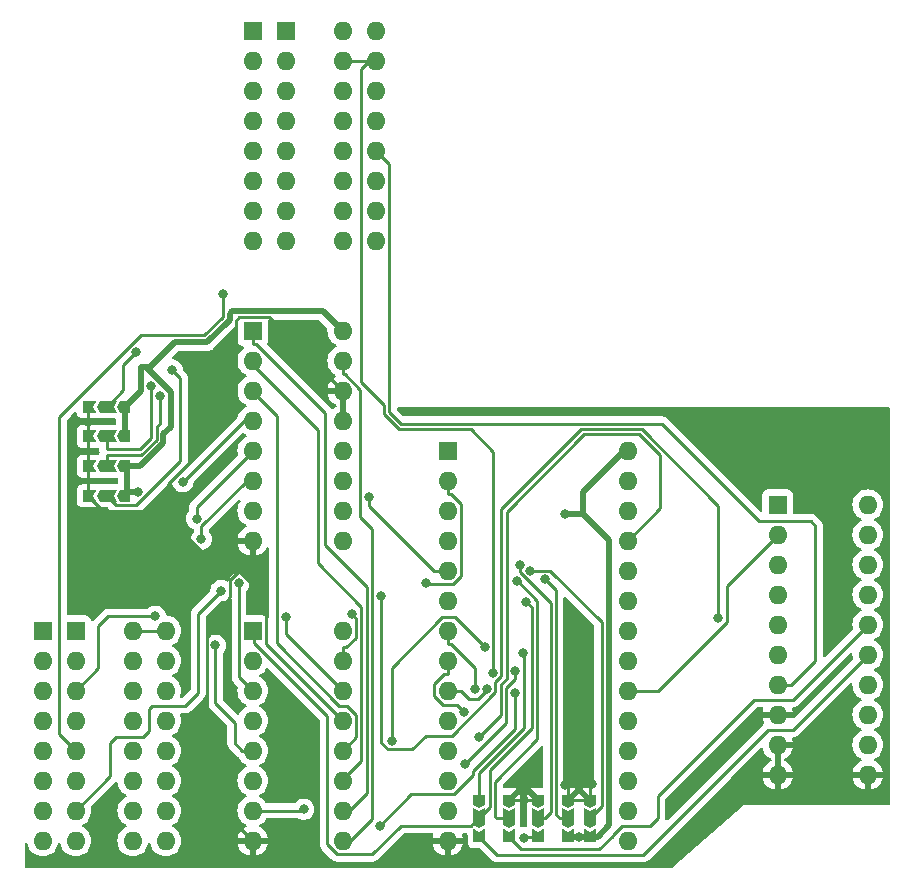
<source format=gbr>
%TF.GenerationSoftware,KiCad,Pcbnew,(7.0.0)*%
%TF.CreationDate,2023-08-04T18:21:46+01:00*%
%TF.ProjectId,DataIOROM,44617461-494f-4524-9f4d-2e6b69636164,rev?*%
%TF.SameCoordinates,Original*%
%TF.FileFunction,Copper,L2,Bot*%
%TF.FilePolarity,Positive*%
%FSLAX46Y46*%
G04 Gerber Fmt 4.6, Leading zero omitted, Abs format (unit mm)*
G04 Created by KiCad (PCBNEW (7.0.0)) date 2023-08-04 18:21:46*
%MOMM*%
%LPD*%
G01*
G04 APERTURE LIST*
G04 Aperture macros list*
%AMFreePoly0*
4,1,28,0.437580,0.475466,0.437668,0.475471,0.437749,0.475396,0.437854,0.475354,0.437887,0.475272,0.437952,0.475214,0.662952,0.000214,0.662953,0.000188,0.662972,0.000168,0.662963,0.000000,0.662972,-0.000168,0.662953,-0.000188,0.662952,-0.000214,0.437952,-0.475214,0.437887,-0.475272,0.437854,-0.475354,0.437749,-0.475396,0.437668,-0.475471,0.437580,-0.475466,0.437500,-0.475500,
-0.462500,-0.475500,-0.462854,-0.475354,-0.463000,-0.475000,-0.463000,0.475000,-0.462854,0.475354,-0.462500,0.475500,0.437500,0.475500,0.437580,0.475466,0.437580,0.475466,$1*%
%AMFreePoly1*
4,1,45,0.592573,0.475469,0.592656,0.475476,0.592745,0.475398,0.592854,0.475354,0.592885,0.475277,0.592946,0.475225,0.832946,0.000225,0.832948,0.000187,0.832976,0.000156,0.832963,0.000000,0.832976,-0.000156,0.832948,-0.000187,0.832946,-0.000225,0.592946,-0.475225,0.592885,-0.475277,0.592854,-0.475354,0.592745,-0.475398,0.592656,-0.475476,0.592573,-0.475469,0.592500,-0.475500,
-0.837500,-0.475500,-0.837602,-0.475457,-0.837714,-0.475452,-0.837772,-0.475387,-0.837854,-0.475354,-0.837896,-0.475249,-0.837971,-0.475168,-0.837966,-0.475080,-0.838000,-0.475000,-0.837957,-0.474897,-0.837952,-0.474786,-0.613053,0.000000,-0.837952,0.474786,-0.837957,0.474897,-0.838000,0.475000,-0.837966,0.475080,-0.837971,0.475168,-0.837896,0.475249,-0.837854,0.475354,-0.837772,0.475387,
-0.837714,0.475452,-0.837602,0.475457,-0.837500,0.475500,0.592500,0.475500,0.592573,0.475469,0.592573,0.475469,$1*%
%AMFreePoly2*
4,1,30,0.437854,0.475354,0.438000,0.475000,0.438000,-0.475000,0.437854,-0.475354,0.437500,-0.475500,-0.682500,-0.475500,-0.682608,-0.475455,-0.682725,-0.475446,-0.682777,-0.475385,-0.682854,-0.475354,-0.682898,-0.475245,-0.682976,-0.475156,-0.682969,-0.475073,-0.683000,-0.475000,-0.682955,-0.474891,-0.682946,-0.474775,-0.443060,0.000000,-0.682946,0.474775,-0.682955,0.474891,-0.683000,0.475000,
-0.682969,0.475073,-0.682976,0.475156,-0.682898,0.475245,-0.682854,0.475354,-0.682777,0.475385,-0.682725,0.475446,-0.682608,0.475455,-0.682500,0.475500,0.437500,0.475500,0.437854,0.475354,0.437854,0.475354,$1*%
G04 Aperture macros list end*
%TA.AperFunction,ComponentPad*%
%ADD10R,1.600000X1.600000*%
%TD*%
%TA.AperFunction,ComponentPad*%
%ADD11O,1.600000X1.600000*%
%TD*%
%TA.AperFunction,SMDPad,CuDef*%
%ADD12FreePoly0,270.000000*%
%TD*%
%TA.AperFunction,SMDPad,CuDef*%
%ADD13FreePoly1,270.000000*%
%TD*%
%TA.AperFunction,SMDPad,CuDef*%
%ADD14FreePoly2,270.000000*%
%TD*%
%TA.AperFunction,SMDPad,CuDef*%
%ADD15FreePoly0,180.000000*%
%TD*%
%TA.AperFunction,SMDPad,CuDef*%
%ADD16FreePoly1,180.000000*%
%TD*%
%TA.AperFunction,SMDPad,CuDef*%
%ADD17FreePoly2,180.000000*%
%TD*%
%TA.AperFunction,ViaPad*%
%ADD18C,0.800000*%
%TD*%
%TA.AperFunction,Conductor*%
%ADD19C,0.250000*%
%TD*%
%TA.AperFunction,Conductor*%
%ADD20C,0.500000*%
%TD*%
G04 APERTURE END LIST*
D10*
%TO.P,U180,1,Pin_1*%
%TO.N,U18_p1*%
X121449799Y-107187999D03*
D11*
%TO.P,U180,2,Pin_2*%
%TO.N,U18_p2*%
X121449799Y-109727999D03*
%TO.P,U180,3,Pin_3*%
%TO.N,D0*%
X121449799Y-112267999D03*
%TO.P,U180,4,Pin_4*%
%TO.N,U18_p4*%
X121449799Y-114807999D03*
%TO.P,U180,5,Pin_5*%
%TO.N,D1*%
X121449799Y-117347999D03*
%TO.P,U180,6,Pin_6*%
%TO.N,U18_p6*%
X121449799Y-119887999D03*
%TO.P,U180,7,Pin_7*%
%TO.N,D2*%
X121449799Y-122427999D03*
%TO.P,U180,8,Pin_8*%
%TO.N,U18_p8*%
X121449799Y-124967999D03*
%TO.P,U180,9,Pin_9*%
%TO.N,D3*%
X129069799Y-124967999D03*
%TO.P,U180,10,Pin_10*%
%TO.N,U18_p10*%
X129069799Y-122427999D03*
%TO.P,U180,11,Pin_11*%
%TO.N,U18_p11*%
X129069799Y-119887999D03*
%TO.P,U180,12,Pin_12*%
%TO.N,U18_p12*%
X129069799Y-117347999D03*
%TO.P,U180,13,Pin_13*%
%TO.N,U18_p13*%
X129069799Y-114807999D03*
%TO.P,U180,14,Pin_14*%
%TO.N,U18_p14*%
X129069799Y-112267999D03*
%TO.P,U180,15,Pin_15*%
%TO.N,U18_p15*%
X129069799Y-109727999D03*
%TO.P,U180,16,Pin_16*%
%TO.N,U18_p16*%
X129069799Y-107187999D03*
%TD*%
D10*
%TO.P,U70,1,Pin_1*%
%TO.N,U7_p1*%
X139229799Y-56387999D03*
D11*
%TO.P,U70,2,Pin_2*%
%TO.N,U7_p2*%
X139229799Y-58927999D03*
%TO.P,U70,3,Pin_3*%
%TO.N,U7_p3*%
X139229799Y-61467999D03*
%TO.P,U70,4,Pin_4*%
%TO.N,U7_p4*%
X139229799Y-64007999D03*
%TO.P,U70,5,Pin_5*%
%TO.N,nV02*%
X139229799Y-66547999D03*
%TO.P,U70,6,Pin_6*%
%TO.N,U7_p6*%
X139229799Y-69087999D03*
%TO.P,U70,7,Pin_7*%
%TO.N,U7_p7*%
X139229799Y-71627999D03*
%TO.P,U70,8,Pin_8*%
%TO.N,U7_p8*%
X139229799Y-74167999D03*
%TO.P,U70,9,Pin_9*%
%TO.N,U7_p9*%
X146849799Y-74167999D03*
%TO.P,U70,10,Pin_10*%
%TO.N,U7_p10*%
X146849799Y-71627999D03*
%TO.P,U70,11,Pin_11*%
%TO.N,U7_p11*%
X146849799Y-69087999D03*
%TO.P,U70,12,Pin_12*%
%TO.N,nPAGE_REGISTER_WRITE*%
X146849799Y-66547999D03*
%TO.P,U70,13,Pin_13*%
%TO.N,U7_p13*%
X146849799Y-64007999D03*
%TO.P,U70,14,Pin_14*%
%TO.N,U7_p14*%
X146849799Y-61467999D03*
%TO.P,U70,15,Pin_15*%
%TO.N,nROM_OE*%
X146849799Y-58927999D03*
%TO.P,U70,16,Pin_16*%
%TO.N,U7_p16*%
X146849799Y-56387999D03*
%TD*%
D10*
%TO.P,U18,1,Pin_1*%
%TO.N,U18_p1*%
X118655799Y-107187999D03*
D11*
%TO.P,U18,2,Pin_2*%
%TO.N,U18_p2*%
X118655799Y-109727999D03*
%TO.P,U18,3,Pin_3*%
%TO.N,D0*%
X118655799Y-112267999D03*
%TO.P,U18,4,Pin_4*%
%TO.N,U18_p4*%
X118655799Y-114807999D03*
%TO.P,U18,5,Pin_5*%
%TO.N,D1*%
X118655799Y-117347999D03*
%TO.P,U18,6,Pin_6*%
%TO.N,U18_p6*%
X118655799Y-119887999D03*
%TO.P,U18,7,Pin_7*%
%TO.N,D2*%
X118655799Y-122427999D03*
%TO.P,U18,8,Pin_8*%
%TO.N,U18_p8*%
X118655799Y-124967999D03*
%TO.P,U18,9,Pin_9*%
%TO.N,D3*%
X126275799Y-124967999D03*
%TO.P,U18,10,Pin_10*%
%TO.N,U18_p10*%
X126275799Y-122427999D03*
%TO.P,U18,11,Pin_11*%
%TO.N,U18_p11*%
X126275799Y-119887999D03*
%TO.P,U18,12,Pin_12*%
%TO.N,U18_p12*%
X126275799Y-117347999D03*
%TO.P,U18,13,Pin_13*%
%TO.N,U18_p13*%
X126275799Y-114807999D03*
%TO.P,U18,14,Pin_14*%
%TO.N,U18_p14*%
X126275799Y-112267999D03*
%TO.P,U18,15,Pin_15*%
%TO.N,U18_p15*%
X126275799Y-109727999D03*
%TO.P,U18,16,Pin_16*%
%TO.N,U18_p16*%
X126275799Y-107187999D03*
%TD*%
D10*
%TO.P,U7,1,Pin_1*%
%TO.N,U7_p1*%
X136435799Y-56387999D03*
D11*
%TO.P,U7,2,Pin_2*%
%TO.N,U7_p2*%
X136435799Y-58927999D03*
%TO.P,U7,3,Pin_3*%
%TO.N,U7_p3*%
X136435799Y-61467999D03*
%TO.P,U7,4,Pin_4*%
%TO.N,U7_p4*%
X136435799Y-64007999D03*
%TO.P,U7,5,Pin_5*%
%TO.N,nV02*%
X136435799Y-66547999D03*
%TO.P,U7,6,Pin_6*%
%TO.N,U7_p6*%
X136435799Y-69087999D03*
%TO.P,U7,7,Pin_7*%
%TO.N,U7_p7*%
X136435799Y-71627999D03*
%TO.P,U7,8,Pin_8*%
%TO.N,U7_p8*%
X136435799Y-74167999D03*
%TO.P,U7,9,Pin_9*%
%TO.N,U7_p9*%
X144055799Y-74167999D03*
%TO.P,U7,10,Pin_10*%
%TO.N,U7_p10*%
X144055799Y-71627999D03*
%TO.P,U7,11,Pin_11*%
%TO.N,U7_p11*%
X144055799Y-69087999D03*
%TO.P,U7,12,Pin_12*%
%TO.N,nPAGE_REGISTER_WRITE*%
X144055799Y-66547999D03*
%TO.P,U7,13,Pin_13*%
%TO.N,U7_p13*%
X144055799Y-64007999D03*
%TO.P,U7,14,Pin_14*%
%TO.N,U7_p14*%
X144055799Y-61467999D03*
%TO.P,U7,15,Pin_15*%
%TO.N,nROM_OE*%
X144055799Y-58927999D03*
%TO.P,U7,16,Pin_16*%
%TO.N,U7_p16*%
X144055799Y-56387999D03*
%TD*%
D12*
%TO.P,J3,1,Pin_1*%
%TO.N,GND*%
X160625800Y-121488000D03*
D13*
%TO.P,J3,2,Pin_2*%
%TO.N,A16*%
X160625800Y-123063000D03*
D14*
%TO.P,J3,3,Pin_3*%
%TO.N,PA16*%
X160625800Y-124638000D03*
%TD*%
D12*
%TO.P,J2,1,Pin_1*%
%TO.N,GND*%
X158115800Y-121488000D03*
D13*
%TO.P,J2,2,Pin_2*%
%TO.N,A15*%
X158115800Y-123063000D03*
D14*
%TO.P,J2,3,Pin_3*%
%TO.N,PA15*%
X158115800Y-124638000D03*
%TD*%
D15*
%TO.P,J11,1,Pin_1*%
%TO.N,VCC*%
X125640800Y-95758000D03*
D16*
%TO.P,J11,2,Pin_2*%
%TO.N,BANK3*%
X124065800Y-95758000D03*
D17*
%TO.P,J11,3,Pin_3*%
%TO.N,GND*%
X122490800Y-95758000D03*
%TD*%
D10*
%TO.P,U14,1,Pin_1*%
%TO.N,U19_O3*%
X136435799Y-81787999D03*
D11*
%TO.P,U14,2,Pin_2*%
%TO.N,U19_O2*%
X136435799Y-84327999D03*
%TO.P,U14,3,Pin_3*%
%TO.N,U19_O1*%
X136435799Y-86867999D03*
%TO.P,U14,4,Pin_4*%
%TO.N,A7*%
X136435799Y-89407999D03*
%TO.P,U14,5,Pin_5*%
%TO.N,A4*%
X136435799Y-91947999D03*
%TO.P,U14,6,Pin_6*%
%TO.N,A5*%
X136435799Y-94487999D03*
%TO.P,U14,7,Pin_7*%
%TO.N,A6*%
X136435799Y-97027999D03*
%TO.P,U14,8,Pin_8*%
%TO.N,GND*%
X136435799Y-99567999D03*
%TO.P,U14,9,Pin_9*%
%TO.N,U14_O4*%
X144055799Y-99567999D03*
%TO.P,U14,10,Pin_10*%
%TO.N,U14_O3*%
X144055799Y-97027999D03*
%TO.P,U14,11,Pin_11*%
%TO.N,U14_O2*%
X144055799Y-94487999D03*
%TO.P,U14,12,Pin_12*%
%TO.N,U14_O1*%
X144055799Y-91947999D03*
%TO.P,U14,13,Pin_13*%
%TO.N,GND*%
X144055799Y-89407999D03*
%TO.P,U14,14,Pin_14*%
X144055799Y-86867999D03*
%TO.P,U14,15,Pin_15*%
%TO.N,U19_O4*%
X144055799Y-84327999D03*
%TO.P,U14,16,Pin_16*%
%TO.N,VCC*%
X144055799Y-81787999D03*
%TD*%
D12*
%TO.P,J1,1,Pin_1*%
%TO.N,U20_nOE*%
X155605800Y-121488000D03*
D13*
%TO.P,J1,2,Pin_2*%
%TO.N,A14*%
X155605800Y-123063000D03*
D14*
%TO.P,J1,3,Pin_3*%
%TO.N,PA14*%
X155605800Y-124638000D03*
%TD*%
D15*
%TO.P,J7,1,Pin_1*%
%TO.N,VCC*%
X125640800Y-90738000D03*
D16*
%TO.P,J7,2,Pin_2*%
%TO.N,BANK1*%
X124065800Y-90738000D03*
D17*
%TO.P,J7,3,Pin_3*%
%TO.N,GND*%
X122490800Y-90738000D03*
%TD*%
D10*
%TO.P,U19,1,Pin_1*%
%TO.N,A14*%
X136435799Y-107187999D03*
D11*
%TO.P,U19,2,Pin_2*%
%TO.N,A13*%
X136435799Y-109727999D03*
%TO.P,U19,3,Pin_3*%
%TO.N,A12*%
X136435799Y-112267999D03*
%TO.P,U19,4,Pin_4*%
%TO.N,A11*%
X136435799Y-114807999D03*
%TO.P,U19,5,Pin_5*%
%TO.N,A8*%
X136435799Y-117347999D03*
%TO.P,U19,6,Pin_6*%
%TO.N,A9*%
X136435799Y-119887999D03*
%TO.P,U19,7,Pin_7*%
%TO.N,A10*%
X136435799Y-122427999D03*
%TO.P,U19,8,Pin_8*%
%TO.N,GND*%
X136435799Y-124967999D03*
%TO.P,U19,9,Pin_9*%
%TO.N,U19_O4*%
X144055799Y-124967999D03*
%TO.P,U19,10,Pin_10*%
%TO.N,U19_O3*%
X144055799Y-122427999D03*
%TO.P,U19,11,Pin_11*%
%TO.N,U19_O2*%
X144055799Y-119887999D03*
%TO.P,U19,12,Pin_12*%
%TO.N,U19_O1*%
X144055799Y-117347999D03*
%TO.P,U19,13,Pin_13*%
%TO.N,GND*%
X144055799Y-114807999D03*
%TO.P,U19,14,Pin_14*%
%TO.N,RnW*%
X144055799Y-112267999D03*
%TO.P,U19,15,Pin_15*%
%TO.N,A15*%
X144055799Y-109727999D03*
%TO.P,U19,16,Pin_16*%
%TO.N,VCC*%
X144055799Y-107187999D03*
%TD*%
D10*
%TO.P,U20,1,Pin_1*%
%TO.N,unconnected-(U20-Pin_1-Pad1)*%
X152945799Y-91947999D03*
D11*
%TO.P,U20,2,Pin_2*%
%TO.N,A12*%
X152945799Y-94487999D03*
%TO.P,U20,3,Pin_3*%
%TO.N,A7*%
X152945799Y-97027999D03*
%TO.P,U20,4,Pin_4*%
%TO.N,A6*%
X152945799Y-99567999D03*
%TO.P,U20,5,Pin_5*%
%TO.N,A5*%
X152945799Y-102107999D03*
%TO.P,U20,6,Pin_6*%
%TO.N,A4*%
X152945799Y-104647999D03*
%TO.P,U20,7,Pin_7*%
%TO.N,A3*%
X152945799Y-107187999D03*
%TO.P,U20,8,Pin_8*%
%TO.N,A2*%
X152945799Y-109727999D03*
%TO.P,U20,9,Pin_9*%
%TO.N,A1*%
X152945799Y-112267999D03*
%TO.P,U20,10,Pin_10*%
%TO.N,A0*%
X152945799Y-114807999D03*
%TO.P,U20,11,Pin_11*%
%TO.N,Q0*%
X152945799Y-117347999D03*
%TO.P,U20,12,Pin_12*%
%TO.N,Q1*%
X152945799Y-119887999D03*
%TO.P,U20,13,Pin_13*%
%TO.N,Q2*%
X152945799Y-122427999D03*
%TO.P,U20,14,Pin_14*%
%TO.N,GND*%
X152945799Y-124967999D03*
%TO.P,U20,15,Pin_15*%
%TO.N,Q3*%
X168185799Y-124967999D03*
%TO.P,U20,16,Pin_16*%
%TO.N,Q4*%
X168185799Y-122427999D03*
%TO.P,U20,17,Pin_17*%
%TO.N,Q5*%
X168185799Y-119887999D03*
%TO.P,U20,18,Pin_18*%
%TO.N,Q6*%
X168185799Y-117347999D03*
%TO.P,U20,19,Pin_19*%
%TO.N,Q7*%
X168185799Y-114807999D03*
%TO.P,U20,20,Pin_20*%
%TO.N,nROM_ACTIVE*%
X168185799Y-112267999D03*
%TO.P,U20,21,Pin_21*%
%TO.N,A10*%
X168185799Y-109727999D03*
%TO.P,U20,22,Pin_22*%
%TO.N,U20_nOE*%
X168185799Y-107187999D03*
%TO.P,U20,23,Pin_23*%
%TO.N,A11*%
X168185799Y-104647999D03*
%TO.P,U20,24,Pin_24*%
%TO.N,A9*%
X168185799Y-102107999D03*
%TO.P,U20,25,Pin_25*%
%TO.N,A8*%
X168185799Y-99567999D03*
%TO.P,U20,26,Pin_26*%
%TO.N,A13*%
X168185799Y-97027999D03*
%TO.P,U20,27,Pin_27*%
%TO.N,unconnected-(U20-Pin_27-Pad27)*%
X168185799Y-94487999D03*
%TO.P,U20,28,Pin_28*%
%TO.N,VCC*%
X168185799Y-91947999D03*
%TD*%
D10*
%TO.P,U3,1,I1/CLK*%
%TO.N,nV02*%
X180885799Y-96519999D03*
D11*
%TO.P,U3,2,I2*%
%TO.N,nROM_ACTIVE*%
X180885799Y-99059999D03*
%TO.P,U3,3,I3*%
%TO.N,D0*%
X180885799Y-101599999D03*
%TO.P,U3,4,I4*%
%TO.N,D1*%
X180885799Y-104139999D03*
%TO.P,U3,5,I5*%
%TO.N,D2*%
X180885799Y-106679999D03*
%TO.P,U3,6,I6*%
%TO.N,D3*%
X180885799Y-109219999D03*
%TO.P,U3,7,I7*%
%TO.N,nPAGE_REGISTER_WRITE*%
X180885799Y-111759999D03*
%TO.P,U3,8,I8*%
%TO.N,GND*%
X180885799Y-114299999D03*
%TO.P,U3,9,I9*%
X180885799Y-116839999D03*
%TO.P,U3,10,GND*%
X180885799Y-119379999D03*
%TO.P,U3,11,I10/~{OE}*%
X188505799Y-119379999D03*
%TO.P,U3,12,IO8*%
%TO.N,unconnected-(U3-IO8-Pad12)*%
X188505799Y-116839999D03*
%TO.P,U3,13,IO7*%
%TO.N,unconnected-(U3-IO7-Pad13)*%
X188505799Y-114299999D03*
%TO.P,U3,14,IO6*%
%TO.N,PA16*%
X188505799Y-111759999D03*
%TO.P,U3,15,IO5*%
%TO.N,PA14*%
X188505799Y-109219999D03*
%TO.P,U3,16,IO4*%
%TO.N,PA15*%
X188505799Y-106679999D03*
%TO.P,U3,17,I03*%
%TO.N,unconnected-(U3-I03-Pad17)*%
X188505799Y-104139999D03*
%TO.P,U3,18,IO2*%
%TO.N,unconnected-(U3-IO2-Pad18)*%
X188505799Y-101599999D03*
%TO.P,U3,19,IO1*%
%TO.N,unconnected-(U3-IO1-Pad19)*%
X188505799Y-99059999D03*
%TO.P,U3,20,VCC*%
%TO.N,VCC*%
X188505799Y-96519999D03*
%TD*%
D15*
%TO.P,J8,1,Pin_1*%
%TO.N,VCC*%
X125640800Y-93248000D03*
D16*
%TO.P,J8,2,Pin_2*%
%TO.N,BANK2*%
X124065800Y-93248000D03*
D17*
%TO.P,J8,3,Pin_3*%
%TO.N,GND*%
X122490800Y-93248000D03*
%TD*%
D15*
%TO.P,J6,1,Pin_1*%
%TO.N,VCC*%
X125640800Y-88228000D03*
D16*
%TO.P,J6,2,Pin_2*%
%TO.N,BANK0*%
X124065800Y-88228000D03*
D17*
%TO.P,J6,3,Pin_3*%
%TO.N,GND*%
X122490800Y-88228000D03*
%TD*%
D12*
%TO.P,J5,1,Pin_1*%
%TO.N,GND*%
X164973000Y-121488000D03*
D13*
%TO.P,J5,2,Pin_2*%
%TO.N,A18*%
X164973000Y-123063000D03*
D14*
%TO.P,J5,3,Pin_3*%
%TO.N,VCC*%
X164973000Y-124638000D03*
%TD*%
D12*
%TO.P,J4,1,Pin_1*%
%TO.N,GND*%
X163135800Y-121488000D03*
D13*
%TO.P,J4,2,Pin_2*%
%TO.N,A17*%
X163135800Y-123063000D03*
D14*
%TO.P,J4,3,Pin_3*%
%TO.N,VCC*%
X163135800Y-124638000D03*
%TD*%
D18*
%TO.N,nROM_OE*%
X156751100Y-110753500D03*
%TO.N,D3*%
X158652100Y-110621900D03*
X154436300Y-118473400D03*
%TO.N,D2*%
X175831201Y-106134500D03*
X147310800Y-104261200D03*
X133762493Y-103788498D03*
%TO.N,D1*%
X133902700Y-78675400D03*
%TO.N,D0*%
X128180800Y-105959003D03*
%TO.N,A1*%
X156253600Y-112103000D03*
%TO.N,A2*%
X154323000Y-114034700D03*
%TO.N,A3*%
X155234500Y-112150700D03*
%TO.N,A18*%
X159930800Y-102108000D03*
%TO.N,A17*%
X161184234Y-102832500D03*
%TO.N,PA16*%
X159422800Y-124714000D03*
%TO.N,A16*%
X159039807Y-101655081D03*
%TO.N,U20_nOE*%
X159311500Y-109087000D03*
%TO.N,BANK3*%
X129613888Y-85092388D03*
%TO.N,A15*%
X144803200Y-105782000D03*
X158768700Y-102999300D03*
%TO.N,RnW*%
X139264638Y-105997062D03*
%TO.N,A10*%
X158664900Y-112417100D03*
X147193000Y-123698000D03*
X140753800Y-122301000D03*
%TO.N,A9*%
X148191100Y-116503700D03*
X156090200Y-108539300D03*
%TO.N,A8*%
X155593300Y-116190900D03*
X133269100Y-108422800D03*
%TO.N,A12*%
X151135900Y-103138700D03*
X135272400Y-103138700D03*
%TO.N,A14*%
X159568200Y-104720900D03*
%TO.N,A5*%
X132089800Y-99424100D03*
X146301000Y-95902600D03*
%TO.N,A4*%
X131695651Y-97695551D03*
%TO.N,A7*%
X130518000Y-94553800D03*
%TO.N,BANK2*%
X128616612Y-87269888D03*
%TO.N,BANK1*%
X127841862Y-86495138D03*
%TO.N,BANK0*%
X126539100Y-83621800D03*
%TO.N,GND*%
X122523200Y-89483000D03*
X159370800Y-121488000D03*
X165137500Y-120197800D03*
X162845001Y-120215100D03*
%TO.N,VCC*%
X162884300Y-97277900D03*
X126707600Y-95397600D03*
X164045799Y-124637999D03*
%TD*%
D19*
%TO.N,GND*%
X135051702Y-80922098D02*
X135310800Y-80663000D01*
X137850800Y-80663000D02*
X144055800Y-86868000D01*
X135051702Y-88994398D02*
X135051702Y-80922098D01*
X129765200Y-97024600D02*
X129286000Y-96545400D01*
X129286000Y-96545400D02*
X129286000Y-94760100D01*
X129286000Y-94760100D02*
X135051702Y-88994398D01*
X135310800Y-80663000D02*
X137850800Y-80663000D01*
%TO.N,BANK2*%
X128291363Y-91038327D02*
X128291363Y-89959769D01*
X127000690Y-92329000D02*
X128291363Y-91038327D01*
X128291363Y-89959769D02*
X128616612Y-89634520D01*
X124087400Y-92329000D02*
X127000690Y-92329000D01*
X124065800Y-92350600D02*
X124087400Y-92329000D01*
X124065800Y-93248000D02*
X124065800Y-92350600D01*
X128616612Y-89634520D02*
X128616612Y-87269888D01*
%TO.N,BANK1*%
X127841862Y-90852138D02*
X127841862Y-86495138D01*
X126873000Y-91821000D02*
X127841862Y-90852138D01*
X124065800Y-91821000D02*
X126873000Y-91821000D01*
X124065800Y-90738000D02*
X124065800Y-91821000D01*
D20*
%TO.N,VCC*%
X129494000Y-89895458D02*
X129494000Y-86945900D01*
X128865864Y-90523594D02*
X129494000Y-89895458D01*
X128865864Y-91276293D02*
X128865864Y-90523594D01*
X126894157Y-93248000D02*
X128865864Y-91276293D01*
X125815600Y-93248000D02*
X126894157Y-93248000D01*
X129494000Y-86945900D02*
X127384100Y-84836000D01*
D19*
%TO.N,nROM_ACTIVE*%
X176555701Y-103390099D02*
X176555701Y-106434598D01*
X180885800Y-99060000D02*
X176555701Y-103390099D01*
%TO.N,D2*%
X175831201Y-96582511D02*
X175831201Y-106134500D01*
X169360191Y-90111501D02*
X175831201Y-96582511D01*
X164268809Y-90111501D02*
X169360191Y-90111501D01*
X157477199Y-111053201D02*
X157477199Y-96903111D01*
X156987400Y-111543000D02*
X157477199Y-111053201D01*
X153306400Y-116078000D02*
X156987400Y-112397000D01*
X149922800Y-117229000D02*
X151073800Y-116078000D01*
X147310800Y-104261200D02*
X147310800Y-116649100D01*
X147310800Y-116649100D02*
X147890700Y-117229000D01*
X147890700Y-117229000D02*
X149922800Y-117229000D01*
%TO.N,nROM_ACTIVE*%
X170722299Y-112268000D02*
X168185800Y-112268000D01*
%TO.N,D2*%
X151073800Y-116078000D02*
X153306400Y-116078000D01*
X157477199Y-96903111D02*
X164268809Y-90111501D01*
%TO.N,nROM_ACTIVE*%
X176555701Y-106434598D02*
X170722299Y-112268000D01*
%TO.N,D2*%
X156987400Y-112397000D02*
X156987400Y-111543000D01*
%TO.N,PA14*%
X180086000Y-115570000D02*
X169513999Y-126142001D01*
X182155800Y-115570000D02*
X180086000Y-115570000D01*
X169513999Y-126142001D02*
X157109801Y-126142001D01*
X188505800Y-109220000D02*
X182155800Y-115570000D01*
X157109801Y-126142001D02*
X155605800Y-124638000D01*
%TO.N,PA15*%
X159170300Y-125692500D02*
X158115800Y-124638000D01*
X165772500Y-125692500D02*
X159170300Y-125692500D01*
X166915800Y-124549200D02*
X165772500Y-125692500D01*
X167703240Y-123698000D02*
X166915800Y-124485440D01*
X170725800Y-123063000D02*
X170090800Y-123698000D01*
X166915800Y-124485440D02*
X166915800Y-124549200D01*
X170725800Y-121158000D02*
X170725800Y-123063000D01*
X178853800Y-113030000D02*
X170725800Y-121158000D01*
X182155800Y-113030000D02*
X178853800Y-113030000D01*
X188505800Y-106680000D02*
X182155800Y-113030000D01*
X170090800Y-123698000D02*
X167703240Y-123698000D01*
%TO.N,A17*%
X162120501Y-103768767D02*
X161184234Y-102832500D01*
X162120501Y-122750501D02*
X162120501Y-103768767D01*
X163135800Y-123063000D02*
X162433000Y-123063000D01*
X162433000Y-123063000D02*
X162120501Y-122750501D01*
%TO.N,A16*%
X159039807Y-102241605D02*
X159039807Y-101655081D01*
X161671000Y-104872798D02*
X159039807Y-102241605D01*
X161163000Y-123063000D02*
X161671000Y-122555000D01*
X161671000Y-122555000D02*
X161671000Y-104872798D01*
X160625800Y-123063000D02*
X161163000Y-123063000D01*
%TO.N,GND*%
X163135800Y-120505899D02*
X162845001Y-120215100D01*
X163135800Y-121488000D02*
X163135800Y-120505899D01*
%TO.N,A15*%
X157099000Y-123063000D02*
X158115800Y-123063000D01*
X160538100Y-116391200D02*
X156972000Y-119957300D01*
X156972000Y-119957300D02*
X156972000Y-122936000D01*
X160538100Y-104645500D02*
X160538100Y-116391200D01*
X156972000Y-122936000D02*
X157099000Y-123063000D01*
X158891900Y-102999300D02*
X160538100Y-104645500D01*
X158768700Y-102999300D02*
X158891900Y-102999300D01*
%TO.N,A14*%
X160052700Y-105205400D02*
X159568200Y-104720900D01*
X156522499Y-118944501D02*
X160052700Y-115414300D01*
X156522499Y-122146301D02*
X156522499Y-118944501D01*
X155605800Y-123063000D02*
X156522499Y-122146301D01*
X160052700Y-115414300D02*
X160052700Y-105205400D01*
%TO.N,U20_nOE*%
X159411500Y-109187000D02*
X159311500Y-109087000D01*
X159411500Y-115415400D02*
X159411500Y-109187000D01*
X155575000Y-119251900D02*
X159411500Y-115415400D01*
X155605800Y-121488000D02*
X155575000Y-121457200D01*
%TO.N,A10*%
X149877400Y-121013600D02*
X147193000Y-123698000D01*
X153486800Y-121013600D02*
X149877400Y-121013600D01*
X155125499Y-119065711D02*
X155125499Y-119374901D01*
%TO.N,U20_nOE*%
X155575000Y-121457200D02*
X155575000Y-119251900D01*
%TO.N,A10*%
X158664900Y-112417100D02*
X158664900Y-115526310D01*
X155125499Y-119374901D02*
X153486800Y-121013600D01*
X158664900Y-115526310D02*
X155125499Y-119065711D01*
%TO.N,D2*%
X131824100Y-112434700D02*
X131824100Y-105726891D01*
X127926800Y-113538000D02*
X130720800Y-113538000D01*
X127672800Y-115697000D02*
X127672800Y-113792000D01*
X124861200Y-116222600D02*
X127147200Y-116222600D01*
X124370800Y-119507000D02*
X124370800Y-116713000D01*
X124370800Y-116713000D02*
X124861200Y-116222600D01*
X131824100Y-105726891D02*
X133762493Y-103788498D01*
X127672800Y-113792000D02*
X127926800Y-113538000D01*
X121449800Y-122428000D02*
X124370800Y-119507000D01*
X130720800Y-113538000D02*
X131824100Y-112434700D01*
X127147200Y-116222600D02*
X127672800Y-115697000D01*
%TO.N,nROM_OE*%
X145579800Y-59627300D02*
X146279100Y-58928000D01*
X147525599Y-88852289D02*
X147525599Y-88090289D01*
X148784811Y-90111501D02*
X147525599Y-88852289D01*
X154881501Y-90111501D02*
X148784811Y-90111501D01*
X147525599Y-88090289D02*
X145579800Y-86144490D01*
X156815500Y-92045500D02*
X154881501Y-90111501D01*
X145579800Y-86144490D02*
X145579800Y-59627300D01*
X156815500Y-110689100D02*
X156815500Y-92045500D01*
X156751100Y-110753500D02*
X156815500Y-110689100D01*
%TO.N,nPAGE_REGISTER_WRITE*%
X147975100Y-67673300D02*
X146849800Y-66548000D01*
X147975100Y-88666100D02*
X147975100Y-67673300D01*
X148971000Y-89662000D02*
X147975100Y-88666100D01*
X183679800Y-97917000D02*
X179324000Y-97917000D01*
X184060800Y-98298000D02*
X183679800Y-97917000D01*
X184060800Y-109728000D02*
X184060800Y-98298000D01*
X182028800Y-111760000D02*
X184060800Y-109728000D01*
X180885800Y-111760000D02*
X182028800Y-111760000D01*
X179324000Y-97917000D02*
X171069000Y-89662000D01*
X171069000Y-89662000D02*
X148971000Y-89662000D01*
%TO.N,A8*%
X170942000Y-96811800D02*
X168185800Y-99568000D01*
X170942000Y-92329000D02*
X170942000Y-96811800D01*
X169174002Y-90561002D02*
X170942000Y-92329000D01*
X157437700Y-111729600D02*
X157926700Y-111240600D01*
X157437700Y-114346500D02*
X157437700Y-111729600D01*
X157926700Y-97089300D02*
X164454998Y-90561002D01*
X157926700Y-111240600D02*
X157926700Y-97089300D01*
X164454998Y-90561002D02*
X169174002Y-90561002D01*
X155593300Y-116190900D02*
X157437700Y-114346500D01*
D20*
%TO.N,VCC*%
X167894000Y-91948000D02*
X168185800Y-91948000D01*
X164382800Y-95459200D02*
X167894000Y-91948000D01*
X164382800Y-97277900D02*
X164382800Y-95459200D01*
X166624000Y-99519100D02*
X164382800Y-97277900D01*
X166624000Y-123658300D02*
X166624000Y-99519100D01*
X165645800Y-124636500D02*
X166624000Y-123658300D01*
D19*
%TO.N,A18*%
X161642400Y-102108000D02*
X165989000Y-106454600D01*
X165989000Y-106454600D02*
X165989000Y-122047000D01*
X165989000Y-122047000D02*
X164973000Y-123063000D01*
X159930800Y-102108000D02*
X161642400Y-102108000D01*
%TO.N,GND*%
X164973000Y-120362300D02*
X165137500Y-120197800D01*
X164973000Y-121488000D02*
X164973000Y-120362300D01*
X164973000Y-121488000D02*
X163135800Y-121488000D01*
D20*
%TO.N,VCC*%
X164045798Y-124638000D02*
X164045799Y-124637999D01*
X163135800Y-124638000D02*
X164045798Y-124638000D01*
X165645800Y-124636500D02*
X164047298Y-124636500D01*
X164047298Y-124636500D02*
X164045799Y-124637999D01*
D19*
%TO.N,GND*%
X134318900Y-105883300D02*
X134318900Y-104503396D01*
X132523400Y-121055600D02*
X132523400Y-107678800D01*
X136435800Y-124968000D02*
X132523400Y-121055600D01*
X134503900Y-104318396D02*
X134503900Y-102872700D01*
X132523400Y-107678800D02*
X134318900Y-105883300D01*
X134318900Y-104503396D02*
X134503900Y-104318396D01*
%TO.N,RnW*%
X144055800Y-112268000D02*
X139264638Y-107476838D01*
X139264638Y-107476838D02*
X139264638Y-105997062D01*
%TO.N,D0*%
X123354800Y-106807000D02*
X124202797Y-105959003D01*
X123354800Y-110363000D02*
X123354800Y-106807000D01*
X121449800Y-112268000D02*
X123354800Y-110363000D01*
X124202797Y-105959003D02*
X128180800Y-105959003D01*
D20*
%TO.N,VCC*%
X127762000Y-84836000D02*
X127384100Y-84836000D01*
X129854499Y-82743501D02*
X127762000Y-84836000D01*
X134477201Y-80838267D02*
X132571966Y-82743501D01*
X132571966Y-82743501D02*
X129854499Y-82743501D01*
X134477201Y-80330266D02*
X134477201Y-80838267D01*
X144055800Y-81788000D02*
X142356299Y-80088499D01*
X142356299Y-80088499D02*
X134718968Y-80088499D01*
X134718968Y-80088499D02*
X134477201Y-80330266D01*
X126992362Y-86876438D02*
X125640800Y-88228000D01*
X127384100Y-84836000D02*
X126992362Y-84836000D01*
X126992362Y-84836000D02*
X126992362Y-86876438D01*
D19*
%TO.N,BANK0*%
X125476000Y-84684900D02*
X126539100Y-83621800D01*
X125476000Y-86817800D02*
X125476000Y-84684900D01*
X124065800Y-88228000D02*
X125476000Y-86817800D01*
%TO.N,D1*%
X132334000Y-82169000D02*
X133902700Y-80600300D01*
X120052800Y-89080900D02*
X126964700Y-82169000D01*
X120052800Y-115951000D02*
X120052800Y-89080900D01*
X121449800Y-117348000D02*
X120052800Y-115951000D01*
X126964700Y-82169000D02*
X132334000Y-82169000D01*
%TO.N,BANK3*%
X126585300Y-96558800D02*
X130300300Y-92843800D01*
X124866600Y-96558800D02*
X126585300Y-96558800D01*
%TO.N,D1*%
X133902700Y-80600300D02*
X133902700Y-78675400D01*
%TO.N,BANK3*%
X124065800Y-95758000D02*
X124866600Y-96558800D01*
X130300300Y-85778800D02*
X129613888Y-85092388D01*
X130300300Y-92843800D02*
X130300300Y-85778800D01*
%TO.N,A5*%
X132089800Y-98326000D02*
X132089800Y-99424100D01*
X135927800Y-94488000D02*
X132089800Y-98326000D01*
X136435800Y-94488000D02*
X135927800Y-94488000D01*
%TO.N,A4*%
X131695651Y-96688149D02*
X131695651Y-97695551D01*
X136435800Y-91948000D02*
X131695651Y-96688149D01*
%TO.N,A7*%
X135663800Y-89408000D02*
X130518000Y-94553800D01*
X136435800Y-89408000D02*
X135663800Y-89408000D01*
%TO.N,U19_O1*%
X138451500Y-89010700D02*
X136435800Y-86995000D01*
X145181100Y-114309300D02*
X144409800Y-113538000D01*
X144409800Y-113538000D02*
X143734200Y-113538000D01*
X145181100Y-116222700D02*
X145181100Y-114309300D01*
X136435800Y-86995000D02*
X136435800Y-86868000D01*
X144055800Y-117348000D02*
X145181100Y-116222700D01*
X143734200Y-113538000D02*
X138451500Y-108255300D01*
X138451500Y-108255300D02*
X138451500Y-89010700D01*
%TO.N,U19_O2*%
X144055800Y-119761000D02*
X144055800Y-119888000D01*
X141920400Y-90193600D02*
X141920400Y-101476300D01*
X145642000Y-118174800D02*
X144055800Y-119761000D01*
X136435800Y-84709000D02*
X141920400Y-90193600D01*
X136435800Y-84328000D02*
X136435800Y-84709000D01*
X141920400Y-101476300D02*
X145642000Y-105197900D01*
X145642000Y-105197900D02*
X145642000Y-118174800D01*
%TO.N,nROM_OE*%
X144055800Y-58928000D02*
X146279100Y-58928000D01*
X146279100Y-58928000D02*
X146849800Y-58928000D01*
%TO.N,A8*%
X133269100Y-113337300D02*
X133269100Y-108422800D01*
X134911800Y-116713000D02*
X134911800Y-114980000D01*
X135546800Y-117348000D02*
X134911800Y-116713000D01*
X136435800Y-117348000D02*
X135546800Y-117348000D01*
X134911800Y-114980000D02*
X133269100Y-113337300D01*
%TO.N,A10*%
X136435800Y-122428000D02*
X140626800Y-122428000D01*
X140626800Y-122428000D02*
X140753800Y-122301000D01*
%TO.N,A12*%
X135272400Y-111104600D02*
X135272400Y-103138700D01*
X136435800Y-112268000D02*
X135272400Y-111104600D01*
%TO.N,A14*%
X155510300Y-123063000D02*
X155605800Y-123063000D01*
X154875300Y-123698000D02*
X155510300Y-123063000D01*
X146566000Y-126104800D02*
X148972800Y-123698000D01*
X143597500Y-126104800D02*
X146566000Y-126104800D01*
X142741600Y-114442200D02*
X142741600Y-125248900D01*
X136562800Y-108263400D02*
X142741600Y-114442200D01*
X136562800Y-107315000D02*
X136562800Y-108263400D01*
X142741600Y-125248900D02*
X143597500Y-126104800D01*
X148972800Y-123698000D02*
X154875300Y-123698000D01*
X136435800Y-107188000D02*
X136562800Y-107315000D01*
%TO.N,U19_O3*%
X146107800Y-120884000D02*
X144563800Y-122428000D01*
X144563800Y-122428000D02*
X144055800Y-122428000D01*
X142518600Y-88714800D02*
X142518600Y-99910200D01*
X136717100Y-82913300D02*
X142518600Y-88714800D01*
X136435800Y-82913300D02*
X136717100Y-82913300D01*
X142518600Y-99910200D02*
X146107800Y-103499400D01*
X146107800Y-103499400D02*
X146107800Y-120884000D01*
X136435800Y-81788000D02*
X136435800Y-82913300D01*
%TO.N,U19_O4*%
X146558200Y-123100600D02*
X144690800Y-124968000D01*
X146558200Y-98567200D02*
X146558200Y-123100600D01*
X145559300Y-97568300D02*
X146558200Y-98567200D01*
X144690800Y-124968000D02*
X144055800Y-124968000D01*
X145559300Y-86770400D02*
X145559300Y-97568300D01*
X144242200Y-85453300D02*
X145559300Y-86770400D01*
X144055800Y-85453300D02*
X144242200Y-85453300D01*
X144055800Y-84328000D02*
X144055800Y-85453300D01*
%TO.N,PA16*%
X159498800Y-124638000D02*
X159422800Y-124714000D01*
X160625800Y-124638000D02*
X159498800Y-124638000D01*
%TO.N,U18_p16*%
X126275800Y-107188000D02*
X129069800Y-107188000D01*
%TO.N,D3*%
X158652100Y-111301100D02*
X158652100Y-110621900D01*
X157888000Y-112065200D02*
X158652100Y-111301100D01*
X157888000Y-115021700D02*
X157888000Y-112065200D01*
X154436300Y-118473400D02*
X157888000Y-115021700D01*
%TO.N,A1*%
X152945800Y-112268000D02*
X154071100Y-112268000D01*
X156253600Y-112217900D02*
X156253600Y-112103000D01*
X155539100Y-112932400D02*
X156253600Y-112217900D01*
X154735500Y-112932400D02*
X155539100Y-112932400D01*
X154071100Y-112268000D02*
X154735500Y-112932400D01*
%TO.N,A2*%
X152945800Y-109728000D02*
X152945800Y-110853300D01*
X153728100Y-113439800D02*
X154323000Y-114034700D01*
X152514300Y-113439800D02*
X153728100Y-113439800D01*
X151820400Y-112745900D02*
X152514300Y-113439800D01*
X151820400Y-111697400D02*
X151820400Y-112745900D01*
X152664500Y-110853300D02*
X151820400Y-111697400D01*
X152945800Y-110853300D02*
X152664500Y-110853300D01*
%TO.N,A3*%
X152945800Y-107188000D02*
X152945800Y-108313300D01*
X155234500Y-110320700D02*
X155234500Y-112150700D01*
X153227100Y-108313300D02*
X155234500Y-110320700D01*
X152945800Y-108313300D02*
X153227100Y-108313300D01*
%TO.N,A15*%
X144055800Y-109728000D02*
X144055800Y-108602700D01*
X145181100Y-106159900D02*
X144803200Y-105782000D01*
X145181100Y-107758800D02*
X145181100Y-106159900D01*
X144337200Y-108602700D02*
X145181100Y-107758800D01*
X144055800Y-108602700D02*
X144337200Y-108602700D01*
%TO.N,A9*%
X153564000Y-106013100D02*
X156090200Y-108539300D01*
X152485900Y-106013100D02*
X153564000Y-106013100D01*
X148191100Y-110307900D02*
X152485900Y-106013100D01*
X148191100Y-116503700D02*
X148191100Y-110307900D01*
%TO.N,A12*%
X151230600Y-103233400D02*
X151135900Y-103138700D01*
X153414400Y-103233400D02*
X151230600Y-103233400D01*
X154071200Y-102576600D02*
X153414400Y-103233400D01*
X154071200Y-96457400D02*
X154071200Y-102576600D01*
X153227100Y-95613300D02*
X154071200Y-96457400D01*
X152945800Y-95613300D02*
X153227100Y-95613300D01*
X152945800Y-94488000D02*
X152945800Y-95613300D01*
%TO.N,A5*%
X152945800Y-102108000D02*
X151820500Y-102108000D01*
X146301000Y-96588500D02*
X146301000Y-95902600D01*
X151820500Y-102108000D02*
X146301000Y-96588500D01*
%TO.N,GND*%
X180885800Y-119380000D02*
X180885800Y-116840000D01*
X144055800Y-86868000D02*
X144055800Y-89408000D01*
X122490800Y-89515400D02*
X122490800Y-90738000D01*
X122523200Y-89483000D02*
X122490800Y-89515400D01*
X122523200Y-88260400D02*
X122523200Y-89483000D01*
X122490800Y-88228000D02*
X122523200Y-88260400D01*
X160625800Y-121488000D02*
X159370800Y-121488000D01*
X159370800Y-121488000D02*
X158115800Y-121488000D01*
X136435800Y-99568000D02*
X136435800Y-100130600D01*
X136435800Y-100940800D02*
X135274300Y-102102300D01*
X136435800Y-100130600D02*
X136435800Y-100940800D01*
X137561200Y-108313400D02*
X144055800Y-114808000D01*
X137561200Y-104389200D02*
X137561200Y-108313400D01*
X135274300Y-102102300D02*
X137561200Y-104389200D01*
X123757400Y-97024600D02*
X129765200Y-97024600D01*
X122490800Y-95758000D02*
X123757400Y-97024600D01*
X129765200Y-98134100D02*
X129765200Y-97024600D01*
X134503900Y-102872700D02*
X129765200Y-98134100D01*
X134503900Y-102872700D02*
X135274300Y-102102300D01*
X122490800Y-95758000D02*
X122490800Y-93248000D01*
X122490800Y-93248000D02*
X122490800Y-90738000D01*
D20*
%TO.N,VCC*%
X164382800Y-97277900D02*
X162884300Y-97277900D01*
X125640800Y-88228000D02*
X125640800Y-90738000D01*
X165645800Y-124638000D02*
X165645800Y-124636500D01*
X126707600Y-95397600D02*
X126001200Y-95397600D01*
X126001200Y-95397600D02*
X125640800Y-95758000D01*
X125815600Y-95212000D02*
X126001200Y-95397600D01*
X125815600Y-93248000D02*
X125815600Y-95212000D01*
X125640800Y-93248000D02*
X125815600Y-93248000D01*
%TD*%
%TA.AperFunction,Conductor*%
%TO.N,GND*%
G36*
X190310500Y-88282113D02*
G01*
X190355887Y-88327500D01*
X190372500Y-88389500D01*
X190372500Y-121795500D01*
X190355887Y-121857500D01*
X190310500Y-121902887D01*
X190248500Y-121919500D01*
X178054118Y-121919500D01*
X178054036Y-121919459D01*
X178053915Y-121919500D01*
X178053901Y-121919500D01*
X178053832Y-121919528D01*
X178053745Y-121919558D01*
X178053731Y-121919569D01*
X178053617Y-121919617D01*
X178053582Y-121919699D01*
X178041249Y-121930490D01*
X178041248Y-121930491D01*
X171990866Y-127224826D01*
X171952822Y-127247585D01*
X171909204Y-127255508D01*
X150533221Y-127254724D01*
X117256156Y-127253504D01*
X117194160Y-127236891D01*
X117148775Y-127191504D01*
X117132163Y-127129505D01*
X117132163Y-125248330D01*
X117146174Y-125191073D01*
X117185040Y-125146755D01*
X117239978Y-125125391D01*
X117298574Y-125131808D01*
X117347586Y-125164557D01*
X117375938Y-125216237D01*
X117427658Y-125409263D01*
X117427661Y-125409271D01*
X117429061Y-125414496D01*
X117525232Y-125620734D01*
X117528339Y-125625171D01*
X117528340Y-125625173D01*
X117586564Y-125708326D01*
X117655753Y-125807139D01*
X117816661Y-125968047D01*
X118003066Y-126098568D01*
X118209304Y-126194739D01*
X118214534Y-126196140D01*
X118214536Y-126196141D01*
X118390085Y-126243179D01*
X118429108Y-126253635D01*
X118655800Y-126273468D01*
X118882492Y-126253635D01*
X119102296Y-126194739D01*
X119308534Y-126098568D01*
X119494939Y-125968047D01*
X119655847Y-125807139D01*
X119786368Y-125620734D01*
X119882539Y-125414496D01*
X119933025Y-125226077D01*
X119965119Y-125170490D01*
X120020706Y-125138396D01*
X120084894Y-125138396D01*
X120140481Y-125170490D01*
X120172575Y-125226078D01*
X120221658Y-125409263D01*
X120221661Y-125409271D01*
X120223061Y-125414496D01*
X120319232Y-125620734D01*
X120322339Y-125625171D01*
X120322340Y-125625173D01*
X120380564Y-125708326D01*
X120449753Y-125807139D01*
X120610661Y-125968047D01*
X120797066Y-126098568D01*
X121003304Y-126194739D01*
X121008534Y-126196140D01*
X121008536Y-126196141D01*
X121184085Y-126243179D01*
X121223108Y-126253635D01*
X121449800Y-126273468D01*
X121676492Y-126253635D01*
X121896296Y-126194739D01*
X122102534Y-126098568D01*
X122288939Y-125968047D01*
X122449847Y-125807139D01*
X122580368Y-125620734D01*
X122676539Y-125414496D01*
X122735435Y-125194692D01*
X122755268Y-124968000D01*
X122735435Y-124741308D01*
X122721063Y-124687670D01*
X122677941Y-124526736D01*
X122677940Y-124526734D01*
X122676539Y-124521504D01*
X122580368Y-124315266D01*
X122449847Y-124128861D01*
X122288939Y-123967953D01*
X122224840Y-123923071D01*
X122106973Y-123840540D01*
X122106971Y-123840539D01*
X122102534Y-123837432D01*
X122044524Y-123810381D01*
X121992349Y-123764625D01*
X121972930Y-123698000D01*
X121992349Y-123631375D01*
X122044525Y-123585618D01*
X122050755Y-123582713D01*
X122102534Y-123558568D01*
X122288939Y-123428047D01*
X122449847Y-123267139D01*
X122580368Y-123080734D01*
X122676539Y-122874496D01*
X122735435Y-122654692D01*
X122755268Y-122428000D01*
X122735435Y-122201308D01*
X122717118Y-122132951D01*
X122717118Y-122068765D01*
X122749210Y-122013179D01*
X124758111Y-120004278D01*
X124766281Y-119996843D01*
X124772677Y-119992786D01*
X124778023Y-119987092D01*
X124783454Y-119982600D01*
X124844273Y-119955490D01*
X124910347Y-119963749D01*
X124962621Y-120004996D01*
X124986022Y-120067337D01*
X124988047Y-120090490D01*
X124990165Y-120114692D01*
X124991562Y-120119907D01*
X124991564Y-120119916D01*
X125047658Y-120329263D01*
X125047661Y-120329271D01*
X125049061Y-120334496D01*
X125051349Y-120339403D01*
X125051350Y-120339405D01*
X125085682Y-120413029D01*
X125145232Y-120540734D01*
X125148339Y-120545171D01*
X125148340Y-120545173D01*
X125168208Y-120573548D01*
X125275753Y-120727139D01*
X125436661Y-120888047D01*
X125623066Y-121018568D01*
X125681076Y-121045618D01*
X125733249Y-121091373D01*
X125752669Y-121157997D01*
X125733251Y-121224622D01*
X125681076Y-121270380D01*
X125627978Y-121295141D01*
X125627973Y-121295143D01*
X125623066Y-121297432D01*
X125618633Y-121300535D01*
X125618626Y-121300540D01*
X125441096Y-121424847D01*
X125441091Y-121424850D01*
X125436661Y-121427953D01*
X125432837Y-121431776D01*
X125432831Y-121431782D01*
X125279582Y-121585031D01*
X125279576Y-121585037D01*
X125275753Y-121588861D01*
X125272650Y-121593291D01*
X125272647Y-121593296D01*
X125148340Y-121770826D01*
X125148335Y-121770833D01*
X125145232Y-121775266D01*
X125142944Y-121780172D01*
X125142942Y-121780176D01*
X125051350Y-121976594D01*
X125051347Y-121976599D01*
X125049061Y-121981504D01*
X125047662Y-121986724D01*
X125047658Y-121986736D01*
X124991564Y-122196083D01*
X124991562Y-122196094D01*
X124990165Y-122201308D01*
X124989693Y-122206693D01*
X124989693Y-122206698D01*
X124984663Y-122264192D01*
X124970332Y-122428000D01*
X124970804Y-122433395D01*
X124989388Y-122645820D01*
X124990165Y-122654692D01*
X124991562Y-122659907D01*
X124991564Y-122659916D01*
X125047658Y-122869263D01*
X125047661Y-122869271D01*
X125049061Y-122874496D01*
X125145232Y-123080734D01*
X125275753Y-123267139D01*
X125436661Y-123428047D01*
X125623066Y-123558568D01*
X125627972Y-123560855D01*
X125627976Y-123560858D01*
X125681074Y-123585618D01*
X125733250Y-123631375D01*
X125752669Y-123698000D01*
X125733250Y-123764625D01*
X125681074Y-123810382D01*
X125627976Y-123835141D01*
X125627963Y-123835148D01*
X125623066Y-123837432D01*
X125618633Y-123840535D01*
X125618626Y-123840540D01*
X125441096Y-123964847D01*
X125441091Y-123964850D01*
X125436661Y-123967953D01*
X125432837Y-123971776D01*
X125432831Y-123971782D01*
X125279582Y-124125031D01*
X125279576Y-124125037D01*
X125275753Y-124128861D01*
X125272650Y-124133291D01*
X125272647Y-124133296D01*
X125148340Y-124310826D01*
X125148335Y-124310833D01*
X125145232Y-124315266D01*
X125142944Y-124320172D01*
X125142942Y-124320176D01*
X125051350Y-124516594D01*
X125051347Y-124516599D01*
X125049061Y-124521504D01*
X125047662Y-124526724D01*
X125047658Y-124526736D01*
X124991564Y-124736083D01*
X124991562Y-124736094D01*
X124990165Y-124741308D01*
X124989693Y-124746693D01*
X124989693Y-124746698D01*
X124984663Y-124804192D01*
X124970332Y-124968000D01*
X124970804Y-124973395D01*
X124988047Y-125170490D01*
X124990165Y-125194692D01*
X124991562Y-125199907D01*
X124991564Y-125199916D01*
X125047658Y-125409263D01*
X125047661Y-125409271D01*
X125049061Y-125414496D01*
X125145232Y-125620734D01*
X125148339Y-125625171D01*
X125148340Y-125625173D01*
X125206564Y-125708326D01*
X125275753Y-125807139D01*
X125436661Y-125968047D01*
X125623066Y-126098568D01*
X125829304Y-126194739D01*
X125834534Y-126196140D01*
X125834536Y-126196141D01*
X126010085Y-126243179D01*
X126049108Y-126253635D01*
X126275800Y-126273468D01*
X126502492Y-126253635D01*
X126722296Y-126194739D01*
X126928534Y-126098568D01*
X127114939Y-125968047D01*
X127275847Y-125807139D01*
X127406368Y-125620734D01*
X127502539Y-125414496D01*
X127553025Y-125226077D01*
X127585119Y-125170490D01*
X127640706Y-125138396D01*
X127704894Y-125138396D01*
X127760481Y-125170490D01*
X127792575Y-125226078D01*
X127841658Y-125409263D01*
X127841661Y-125409271D01*
X127843061Y-125414496D01*
X127939232Y-125620734D01*
X127942339Y-125625171D01*
X127942340Y-125625173D01*
X128000564Y-125708326D01*
X128069753Y-125807139D01*
X128230661Y-125968047D01*
X128417066Y-126098568D01*
X128623304Y-126194739D01*
X128628534Y-126196140D01*
X128628536Y-126196141D01*
X128804085Y-126243179D01*
X128843108Y-126253635D01*
X129069800Y-126273468D01*
X129296492Y-126253635D01*
X129516296Y-126194739D01*
X129722534Y-126098568D01*
X129908939Y-125968047D01*
X130069847Y-125807139D01*
X130200368Y-125620734D01*
X130296539Y-125414496D01*
X130348506Y-125220551D01*
X135160252Y-125220551D01*
X135160620Y-125231780D01*
X135208130Y-125409092D01*
X135211822Y-125419234D01*
X135303379Y-125615580D01*
X135308767Y-125624912D01*
X135433032Y-125802381D01*
X135439969Y-125810647D01*
X135593152Y-125963830D01*
X135601418Y-125970767D01*
X135778887Y-126095032D01*
X135788219Y-126100420D01*
X135984565Y-126191977D01*
X135994707Y-126195669D01*
X136172019Y-126243179D01*
X136183248Y-126243547D01*
X136185800Y-126232605D01*
X136685800Y-126232605D01*
X136688351Y-126243547D01*
X136699580Y-126243179D01*
X136876892Y-126195669D01*
X136887034Y-126191977D01*
X137083380Y-126100420D01*
X137092712Y-126095032D01*
X137270181Y-125970767D01*
X137278447Y-125963830D01*
X137431630Y-125810647D01*
X137438567Y-125802381D01*
X137562832Y-125624912D01*
X137568220Y-125615580D01*
X137659777Y-125419234D01*
X137663469Y-125409092D01*
X137710979Y-125231780D01*
X137711347Y-125220551D01*
X137700405Y-125218000D01*
X136702126Y-125218000D01*
X136689250Y-125221450D01*
X136685800Y-125234326D01*
X136685800Y-126232605D01*
X136185800Y-126232605D01*
X136185800Y-125234326D01*
X136182349Y-125221450D01*
X136169474Y-125218000D01*
X135171195Y-125218000D01*
X135160252Y-125220551D01*
X130348506Y-125220551D01*
X130355435Y-125194692D01*
X130375268Y-124968000D01*
X130355435Y-124741308D01*
X130341063Y-124687670D01*
X130297941Y-124526736D01*
X130297940Y-124526734D01*
X130296539Y-124521504D01*
X130200368Y-124315266D01*
X130069847Y-124128861D01*
X129908939Y-123967953D01*
X129844840Y-123923071D01*
X129726973Y-123840540D01*
X129726971Y-123840539D01*
X129722534Y-123837432D01*
X129664524Y-123810381D01*
X129612349Y-123764625D01*
X129592930Y-123698000D01*
X129612349Y-123631375D01*
X129664525Y-123585618D01*
X129670755Y-123582713D01*
X129722534Y-123558568D01*
X129908939Y-123428047D01*
X130069847Y-123267139D01*
X130200368Y-123080734D01*
X130296539Y-122874496D01*
X130355435Y-122654692D01*
X130375268Y-122428000D01*
X130355435Y-122201308D01*
X130333208Y-122118356D01*
X130297941Y-121986736D01*
X130297940Y-121986734D01*
X130296539Y-121981504D01*
X130200368Y-121775266D01*
X130069847Y-121588861D01*
X129908939Y-121427953D01*
X129782081Y-121339127D01*
X129726973Y-121300540D01*
X129726971Y-121300539D01*
X129722534Y-121297432D01*
X129664524Y-121270381D01*
X129612349Y-121224625D01*
X129592930Y-121158000D01*
X129612349Y-121091375D01*
X129664525Y-121045618D01*
X129722534Y-121018568D01*
X129908939Y-120888047D01*
X130069847Y-120727139D01*
X130200368Y-120540734D01*
X130296539Y-120334496D01*
X130355435Y-120114692D01*
X130375268Y-119888000D01*
X130355435Y-119661308D01*
X130341063Y-119607670D01*
X130297941Y-119446736D01*
X130297940Y-119446734D01*
X130296539Y-119441504D01*
X130200368Y-119235266D01*
X130069847Y-119048861D01*
X129908939Y-118887953D01*
X129847024Y-118844600D01*
X129726973Y-118760540D01*
X129726971Y-118760539D01*
X129722534Y-118757432D01*
X129664524Y-118730381D01*
X129612349Y-118684625D01*
X129592930Y-118618000D01*
X129612349Y-118551375D01*
X129664525Y-118505618D01*
X129722534Y-118478568D01*
X129908939Y-118348047D01*
X130069847Y-118187139D01*
X130200368Y-118000734D01*
X130296539Y-117794496D01*
X130355435Y-117574692D01*
X130375268Y-117348000D01*
X130355435Y-117121308D01*
X130336880Y-117052060D01*
X130297941Y-116906736D01*
X130297940Y-116906734D01*
X130296539Y-116901504D01*
X130200368Y-116695266D01*
X130069847Y-116508861D01*
X129908939Y-116347953D01*
X129806500Y-116276225D01*
X129726973Y-116220540D01*
X129726971Y-116220539D01*
X129722534Y-116217432D01*
X129664524Y-116190381D01*
X129612349Y-116144625D01*
X129592930Y-116078000D01*
X129612349Y-116011375D01*
X129664525Y-115965618D01*
X129722534Y-115938568D01*
X129908939Y-115808047D01*
X130069847Y-115647139D01*
X130200368Y-115460734D01*
X130296539Y-115254496D01*
X130355435Y-115034692D01*
X130375268Y-114808000D01*
X130355435Y-114581308D01*
X130336664Y-114511254D01*
X130297941Y-114366736D01*
X130297940Y-114366734D01*
X130296539Y-114361504D01*
X130286466Y-114339903D01*
X130275114Y-114279391D01*
X130294268Y-114220875D01*
X130339206Y-114178786D01*
X130398849Y-114163500D01*
X130643025Y-114163500D01*
X130654080Y-114164021D01*
X130661467Y-114165673D01*
X130728672Y-114163561D01*
X130732568Y-114163500D01*
X130756248Y-114163500D01*
X130760150Y-114163500D01*
X130764113Y-114162999D01*
X130775763Y-114162080D01*
X130819427Y-114160709D01*
X130838661Y-114155119D01*
X130857717Y-114151174D01*
X130877592Y-114148664D01*
X130918195Y-114132587D01*
X130929250Y-114128802D01*
X130971190Y-114116618D01*
X130988429Y-114106422D01*
X131005903Y-114097862D01*
X131017274Y-114093360D01*
X131017276Y-114093358D01*
X131024532Y-114090486D01*
X131059869Y-114064811D01*
X131069624Y-114058403D01*
X131107220Y-114036170D01*
X131121384Y-114022005D01*
X131136179Y-114009368D01*
X131152387Y-113997594D01*
X131180228Y-113963938D01*
X131188079Y-113955309D01*
X132211411Y-112931978D01*
X132219581Y-112924544D01*
X132225977Y-112920486D01*
X132272018Y-112871456D01*
X132274635Y-112868754D01*
X132294220Y-112849171D01*
X132296685Y-112845992D01*
X132304267Y-112837116D01*
X132334162Y-112805282D01*
X132343813Y-112787723D01*
X132354490Y-112771470D01*
X132366773Y-112755636D01*
X132384126Y-112715532D01*
X132389258Y-112705061D01*
X132410299Y-112666790D01*
X132412804Y-112668167D01*
X132445459Y-112625517D01*
X132508706Y-112601390D01*
X132575199Y-112614075D01*
X132625123Y-112659789D01*
X132643600Y-112724911D01*
X132643600Y-113259525D01*
X132643078Y-113270580D01*
X132641427Y-113277967D01*
X132641671Y-113285753D01*
X132641671Y-113285761D01*
X132643539Y-113345173D01*
X132643600Y-113349068D01*
X132643600Y-113376650D01*
X132644088Y-113380519D01*
X132644089Y-113380525D01*
X132644104Y-113380643D01*
X132645018Y-113392266D01*
X132646145Y-113428130D01*
X132646146Y-113428137D01*
X132646391Y-113435927D01*
X132648567Y-113443419D01*
X132648568Y-113443421D01*
X132651979Y-113455162D01*
X132655925Y-113474215D01*
X132658436Y-113494092D01*
X132661306Y-113501342D01*
X132661308Y-113501348D01*
X132674514Y-113534704D01*
X132678297Y-113545751D01*
X132679970Y-113551510D01*
X132690482Y-113587690D01*
X132694453Y-113594405D01*
X132694454Y-113594407D01*
X132700681Y-113604937D01*
X132709236Y-113622399D01*
X132713742Y-113633780D01*
X132713743Y-113633783D01*
X132716614Y-113641032D01*
X132733983Y-113664939D01*
X132742281Y-113676360D01*
X132748693Y-113686122D01*
X132766956Y-113717002D01*
X132766959Y-113717007D01*
X132770930Y-113723720D01*
X132776445Y-113729235D01*
X132785090Y-113737880D01*
X132797726Y-113752674D01*
X132804919Y-113762575D01*
X132804923Y-113762579D01*
X132809506Y-113768887D01*
X132815515Y-113773858D01*
X132815516Y-113773859D01*
X132843158Y-113796726D01*
X132851799Y-113804589D01*
X134249981Y-115202771D01*
X134276861Y-115242999D01*
X134286300Y-115290452D01*
X134286300Y-116635225D01*
X134285778Y-116646280D01*
X134284127Y-116653667D01*
X134284371Y-116661453D01*
X134284371Y-116661461D01*
X134286239Y-116720873D01*
X134286300Y-116724768D01*
X134286300Y-116752350D01*
X134286788Y-116756219D01*
X134286789Y-116756225D01*
X134286804Y-116756343D01*
X134287718Y-116767966D01*
X134288845Y-116803830D01*
X134288846Y-116803837D01*
X134289091Y-116811627D01*
X134291267Y-116819119D01*
X134291268Y-116819121D01*
X134294679Y-116830862D01*
X134298625Y-116849915D01*
X134301136Y-116869792D01*
X134304006Y-116877042D01*
X134304008Y-116877048D01*
X134317214Y-116910404D01*
X134320997Y-116921451D01*
X134333182Y-116963390D01*
X134337153Y-116970105D01*
X134337154Y-116970107D01*
X134343381Y-116980637D01*
X134351936Y-116998099D01*
X134356442Y-117009480D01*
X134356443Y-117009483D01*
X134359314Y-117016732D01*
X134374833Y-117038092D01*
X134384981Y-117052060D01*
X134391393Y-117061822D01*
X134409656Y-117092702D01*
X134409659Y-117092707D01*
X134413630Y-117099420D01*
X134419145Y-117104935D01*
X134427790Y-117113580D01*
X134440426Y-117128374D01*
X134447619Y-117138275D01*
X134447623Y-117138279D01*
X134452206Y-117144587D01*
X134458215Y-117149558D01*
X134458216Y-117149559D01*
X134485858Y-117172426D01*
X134494499Y-117180289D01*
X135049507Y-117735297D01*
X135056956Y-117743483D01*
X135061014Y-117749877D01*
X135066699Y-117755215D01*
X135066701Y-117755218D01*
X135110039Y-117795915D01*
X135112836Y-117798626D01*
X135132330Y-117818120D01*
X135135415Y-117820513D01*
X135135501Y-117820580D01*
X135144373Y-117828158D01*
X135158332Y-117841266D01*
X135176218Y-117858062D01*
X135183048Y-117861817D01*
X135183051Y-117861819D01*
X135193771Y-117867712D01*
X135210022Y-117878386D01*
X135225864Y-117890674D01*
X135231734Y-117893214D01*
X135259556Y-117915905D01*
X135280077Y-117946793D01*
X135302941Y-117995825D01*
X135302950Y-117995841D01*
X135305232Y-118000734D01*
X135308331Y-118005160D01*
X135308334Y-118005165D01*
X135353638Y-118069866D01*
X135435753Y-118187139D01*
X135596661Y-118348047D01*
X135783066Y-118478568D01*
X135787972Y-118480855D01*
X135787976Y-118480858D01*
X135841074Y-118505618D01*
X135893250Y-118551375D01*
X135912669Y-118618000D01*
X135893250Y-118684625D01*
X135841074Y-118730382D01*
X135787976Y-118755141D01*
X135787963Y-118755148D01*
X135783066Y-118757432D01*
X135778633Y-118760535D01*
X135778626Y-118760540D01*
X135601096Y-118884847D01*
X135601091Y-118884850D01*
X135596661Y-118887953D01*
X135592837Y-118891776D01*
X135592831Y-118891782D01*
X135439582Y-119045031D01*
X135439576Y-119045037D01*
X135435753Y-119048861D01*
X135432650Y-119053291D01*
X135432647Y-119053296D01*
X135308340Y-119230826D01*
X135308335Y-119230833D01*
X135305232Y-119235266D01*
X135302944Y-119240172D01*
X135302942Y-119240176D01*
X135211350Y-119436594D01*
X135211347Y-119436599D01*
X135209061Y-119441504D01*
X135207662Y-119446724D01*
X135207658Y-119446736D01*
X135151564Y-119656083D01*
X135151562Y-119656094D01*
X135150165Y-119661308D01*
X135149693Y-119666693D01*
X135149693Y-119666698D01*
X135139563Y-119782485D01*
X135130332Y-119888000D01*
X135130804Y-119893392D01*
X135130804Y-119893395D01*
X135148047Y-120090490D01*
X135150165Y-120114692D01*
X135151562Y-120119907D01*
X135151564Y-120119916D01*
X135207658Y-120329263D01*
X135207661Y-120329271D01*
X135209061Y-120334496D01*
X135211349Y-120339403D01*
X135211350Y-120339405D01*
X135245682Y-120413029D01*
X135305232Y-120540734D01*
X135308339Y-120545171D01*
X135308340Y-120545173D01*
X135328208Y-120573548D01*
X135435753Y-120727139D01*
X135596661Y-120888047D01*
X135783066Y-121018568D01*
X135841076Y-121045618D01*
X135893249Y-121091373D01*
X135912669Y-121157997D01*
X135893251Y-121224622D01*
X135841076Y-121270380D01*
X135787978Y-121295141D01*
X135787973Y-121295143D01*
X135783066Y-121297432D01*
X135778633Y-121300535D01*
X135778626Y-121300540D01*
X135601096Y-121424847D01*
X135601091Y-121424850D01*
X135596661Y-121427953D01*
X135592837Y-121431776D01*
X135592831Y-121431782D01*
X135439582Y-121585031D01*
X135439576Y-121585037D01*
X135435753Y-121588861D01*
X135432650Y-121593291D01*
X135432647Y-121593296D01*
X135308340Y-121770826D01*
X135308335Y-121770833D01*
X135305232Y-121775266D01*
X135302944Y-121780172D01*
X135302942Y-121780176D01*
X135211350Y-121976594D01*
X135211347Y-121976599D01*
X135209061Y-121981504D01*
X135207662Y-121986724D01*
X135207658Y-121986736D01*
X135151564Y-122196083D01*
X135151562Y-122196094D01*
X135150165Y-122201308D01*
X135149693Y-122206693D01*
X135149693Y-122206698D01*
X135144663Y-122264192D01*
X135130332Y-122428000D01*
X135130804Y-122433395D01*
X135149388Y-122645820D01*
X135150165Y-122654692D01*
X135151562Y-122659907D01*
X135151564Y-122659916D01*
X135207658Y-122869263D01*
X135207661Y-122869271D01*
X135209061Y-122874496D01*
X135305232Y-123080734D01*
X135435753Y-123267139D01*
X135596661Y-123428047D01*
X135783066Y-123558568D01*
X135787975Y-123560857D01*
X135787980Y-123560860D01*
X135841664Y-123585893D01*
X135893840Y-123631649D01*
X135913260Y-123698274D01*
X135893841Y-123764899D01*
X135841666Y-123810657D01*
X135788216Y-123835581D01*
X135778887Y-123840967D01*
X135601418Y-123965232D01*
X135593152Y-123972169D01*
X135439969Y-124125352D01*
X135433032Y-124133618D01*
X135308767Y-124311087D01*
X135303379Y-124320419D01*
X135211822Y-124516765D01*
X135208130Y-124526907D01*
X135160620Y-124704219D01*
X135160252Y-124715448D01*
X135171195Y-124718000D01*
X137700405Y-124718000D01*
X137711347Y-124715448D01*
X137710979Y-124704219D01*
X137663469Y-124526907D01*
X137659777Y-124516765D01*
X137568220Y-124320419D01*
X137562832Y-124311087D01*
X137438567Y-124133618D01*
X137431630Y-124125352D01*
X137278447Y-123972169D01*
X137270181Y-123965232D01*
X137092712Y-123840967D01*
X137083379Y-123835579D01*
X137029934Y-123810657D01*
X136977758Y-123764899D01*
X136958339Y-123698274D01*
X136977759Y-123631649D01*
X137029931Y-123585894D01*
X137088534Y-123558568D01*
X137274939Y-123428047D01*
X137435847Y-123267139D01*
X137548412Y-123106377D01*
X137592731Y-123067511D01*
X137649988Y-123053500D01*
X140217217Y-123053500D01*
X140255536Y-123059569D01*
X140290100Y-123077181D01*
X140301070Y-123085151D01*
X140473997Y-123162144D01*
X140659154Y-123201500D01*
X140841943Y-123201500D01*
X140848446Y-123201500D01*
X141033603Y-123162144D01*
X141206530Y-123085151D01*
X141359671Y-122973888D01*
X141486333Y-122833216D01*
X141580979Y-122669284D01*
X141639474Y-122489256D01*
X141659260Y-122301000D01*
X141645354Y-122168693D01*
X141640153Y-122119204D01*
X141640152Y-122119203D01*
X141639474Y-122112744D01*
X141580979Y-121932716D01*
X141486333Y-121768784D01*
X141477912Y-121759432D01*
X141364020Y-121632942D01*
X141364019Y-121632941D01*
X141359671Y-121628112D01*
X141354413Y-121624292D01*
X141354411Y-121624290D01*
X141211788Y-121520669D01*
X141211787Y-121520668D01*
X141206530Y-121516849D01*
X141200592Y-121514205D01*
X141039545Y-121442501D01*
X141039540Y-121442499D01*
X141033603Y-121439856D01*
X141027244Y-121438504D01*
X141027240Y-121438503D01*
X140854808Y-121401852D01*
X140854805Y-121401851D01*
X140848446Y-121400500D01*
X140659154Y-121400500D01*
X140652795Y-121401851D01*
X140652791Y-121401852D01*
X140480359Y-121438503D01*
X140480352Y-121438505D01*
X140473997Y-121439856D01*
X140468062Y-121442498D01*
X140468054Y-121442501D01*
X140307007Y-121514205D01*
X140307002Y-121514207D01*
X140301070Y-121516849D01*
X140295816Y-121520665D01*
X140295811Y-121520669D01*
X140153188Y-121624290D01*
X140153181Y-121624295D01*
X140147929Y-121628112D01*
X140143584Y-121632937D01*
X140143579Y-121632942D01*
X140055680Y-121730565D01*
X140029682Y-121759439D01*
X140027851Y-121761472D01*
X139986136Y-121791780D01*
X139935701Y-121802500D01*
X137649988Y-121802500D01*
X137592731Y-121788489D01*
X137548413Y-121749623D01*
X137481728Y-121654386D01*
X137435847Y-121588861D01*
X137274939Y-121427953D01*
X137148081Y-121339127D01*
X137092973Y-121300540D01*
X137092971Y-121300539D01*
X137088534Y-121297432D01*
X137030524Y-121270381D01*
X136978349Y-121224625D01*
X136958930Y-121158000D01*
X136978349Y-121091375D01*
X137030525Y-121045618D01*
X137088534Y-121018568D01*
X137274939Y-120888047D01*
X137435847Y-120727139D01*
X137566368Y-120540734D01*
X137662539Y-120334496D01*
X137721435Y-120114692D01*
X137741268Y-119888000D01*
X137721435Y-119661308D01*
X137707063Y-119607670D01*
X137663941Y-119446736D01*
X137663940Y-119446734D01*
X137662539Y-119441504D01*
X137566368Y-119235266D01*
X137435847Y-119048861D01*
X137274939Y-118887953D01*
X137213024Y-118844600D01*
X137092973Y-118760540D01*
X137092971Y-118760539D01*
X137088534Y-118757432D01*
X137030524Y-118730381D01*
X136978349Y-118684625D01*
X136958930Y-118618000D01*
X136978349Y-118551375D01*
X137030525Y-118505618D01*
X137088534Y-118478568D01*
X137274939Y-118348047D01*
X137435847Y-118187139D01*
X137566368Y-118000734D01*
X137662539Y-117794496D01*
X137721435Y-117574692D01*
X137741268Y-117348000D01*
X137721435Y-117121308D01*
X137702880Y-117052060D01*
X137663941Y-116906736D01*
X137663940Y-116906734D01*
X137662539Y-116901504D01*
X137566368Y-116695266D01*
X137435847Y-116508861D01*
X137274939Y-116347953D01*
X137172500Y-116276225D01*
X137092973Y-116220540D01*
X137092971Y-116220539D01*
X137088534Y-116217432D01*
X137030524Y-116190381D01*
X136978349Y-116144625D01*
X136958930Y-116078000D01*
X136978349Y-116011375D01*
X137030525Y-115965618D01*
X137088534Y-115938568D01*
X137274939Y-115808047D01*
X137435847Y-115647139D01*
X137566368Y-115460734D01*
X137662539Y-115254496D01*
X137721435Y-115034692D01*
X137741268Y-114808000D01*
X137721435Y-114581308D01*
X137702664Y-114511254D01*
X137663941Y-114366736D01*
X137663940Y-114366734D01*
X137662539Y-114361504D01*
X137566368Y-114155266D01*
X137435847Y-113968861D01*
X137274939Y-113807953D01*
X137195992Y-113752674D01*
X137092973Y-113680540D01*
X137092971Y-113680539D01*
X137088534Y-113677432D01*
X137030524Y-113650381D01*
X136978349Y-113604625D01*
X136958930Y-113538000D01*
X136978349Y-113471375D01*
X137030525Y-113425618D01*
X137039532Y-113421418D01*
X137088534Y-113398568D01*
X137274939Y-113268047D01*
X137435847Y-113107139D01*
X137566368Y-112920734D01*
X137662539Y-112714496D01*
X137721435Y-112494692D01*
X137741268Y-112268000D01*
X137721435Y-112041308D01*
X137662539Y-111821504D01*
X137566368Y-111615266D01*
X137435847Y-111428861D01*
X137274939Y-111267953D01*
X137194478Y-111211614D01*
X137092973Y-111140540D01*
X137092971Y-111140539D01*
X137088534Y-111137432D01*
X137030524Y-111110381D01*
X136978349Y-111064625D01*
X136958930Y-110998000D01*
X136978349Y-110931375D01*
X137030525Y-110885618D01*
X137038434Y-110881930D01*
X137088534Y-110858568D01*
X137274939Y-110728047D01*
X137435847Y-110567139D01*
X137566368Y-110380734D01*
X137568666Y-110375804D01*
X137569100Y-110375054D01*
X137607596Y-110333947D01*
X137660302Y-110314107D01*
X137716349Y-110319625D01*
X137764174Y-110349364D01*
X142079781Y-114664971D01*
X142106661Y-114705199D01*
X142116100Y-114752652D01*
X142116100Y-125171125D01*
X142115578Y-125182180D01*
X142113927Y-125189567D01*
X142114171Y-125197353D01*
X142114171Y-125197361D01*
X142116039Y-125256773D01*
X142116100Y-125260668D01*
X142116100Y-125288250D01*
X142116588Y-125292119D01*
X142116589Y-125292125D01*
X142116604Y-125292243D01*
X142117518Y-125303866D01*
X142118645Y-125339730D01*
X142118646Y-125339737D01*
X142118891Y-125347527D01*
X142121067Y-125355019D01*
X142121068Y-125355021D01*
X142124479Y-125366762D01*
X142128425Y-125385815D01*
X142130936Y-125405692D01*
X142133806Y-125412942D01*
X142133808Y-125412948D01*
X142147014Y-125446304D01*
X142150797Y-125457351D01*
X142162982Y-125499290D01*
X142166953Y-125506005D01*
X142166954Y-125506007D01*
X142173181Y-125516537D01*
X142181736Y-125533999D01*
X142186242Y-125545380D01*
X142186243Y-125545383D01*
X142189114Y-125552632D01*
X142211040Y-125582812D01*
X142214781Y-125587960D01*
X142221193Y-125597722D01*
X142239456Y-125628602D01*
X142239459Y-125628607D01*
X142243430Y-125635320D01*
X142248945Y-125640835D01*
X142257590Y-125649480D01*
X142270226Y-125664274D01*
X142277419Y-125674175D01*
X142277423Y-125674179D01*
X142282006Y-125680487D01*
X142288015Y-125685458D01*
X142288016Y-125685459D01*
X142315658Y-125708326D01*
X142324299Y-125716189D01*
X143100207Y-126492098D01*
X143107659Y-126500287D01*
X143111714Y-126506677D01*
X143151329Y-126543878D01*
X143160723Y-126552700D01*
X143163519Y-126555410D01*
X143183029Y-126574920D01*
X143186209Y-126577387D01*
X143195071Y-126584955D01*
X143200353Y-126589916D01*
X143221232Y-126609523D01*
X143221234Y-126609524D01*
X143226918Y-126614862D01*
X143233751Y-126618618D01*
X143233752Y-126618619D01*
X143244473Y-126624513D01*
X143260734Y-126635194D01*
X143276564Y-126647473D01*
X143316655Y-126664821D01*
X143327135Y-126669955D01*
X143365408Y-126690997D01*
X143384816Y-126695980D01*
X143403219Y-126702281D01*
X143414444Y-126707139D01*
X143414446Y-126707139D01*
X143421604Y-126710237D01*
X143464758Y-126717071D01*
X143476144Y-126719429D01*
X143518481Y-126730300D01*
X143538517Y-126730300D01*
X143557915Y-126731827D01*
X143569986Y-126733739D01*
X143569987Y-126733739D01*
X143577696Y-126734960D01*
X143615776Y-126731360D01*
X143621176Y-126730850D01*
X143632845Y-126730300D01*
X146488225Y-126730300D01*
X146499280Y-126730821D01*
X146506667Y-126732473D01*
X146573872Y-126730361D01*
X146577768Y-126730300D01*
X146601448Y-126730300D01*
X146605350Y-126730300D01*
X146609313Y-126729799D01*
X146620963Y-126728880D01*
X146664627Y-126727509D01*
X146683861Y-126721919D01*
X146702917Y-126717974D01*
X146722792Y-126715464D01*
X146763395Y-126699387D01*
X146774450Y-126695602D01*
X146816390Y-126683418D01*
X146833629Y-126673222D01*
X146851103Y-126664662D01*
X146862474Y-126660160D01*
X146862476Y-126660158D01*
X146869732Y-126657286D01*
X146905069Y-126631611D01*
X146914824Y-126625203D01*
X146952420Y-126602970D01*
X146966584Y-126588805D01*
X146981379Y-126576168D01*
X146997587Y-126564394D01*
X147025428Y-126530738D01*
X147033279Y-126522109D01*
X148334838Y-125220551D01*
X151670252Y-125220551D01*
X151670620Y-125231780D01*
X151718130Y-125409092D01*
X151721822Y-125419234D01*
X151813379Y-125615580D01*
X151818767Y-125624912D01*
X151943032Y-125802381D01*
X151949969Y-125810647D01*
X152103152Y-125963830D01*
X152111418Y-125970767D01*
X152288887Y-126095032D01*
X152298219Y-126100420D01*
X152494565Y-126191977D01*
X152504707Y-126195669D01*
X152682019Y-126243179D01*
X152693248Y-126243547D01*
X152695800Y-126232605D01*
X153195800Y-126232605D01*
X153198351Y-126243547D01*
X153209580Y-126243179D01*
X153386892Y-126195669D01*
X153397034Y-126191977D01*
X153593380Y-126100420D01*
X153602712Y-126095032D01*
X153780181Y-125970767D01*
X153788447Y-125963830D01*
X153941630Y-125810647D01*
X153948567Y-125802381D01*
X154072832Y-125624912D01*
X154078220Y-125615580D01*
X154169777Y-125419234D01*
X154173469Y-125409092D01*
X154220979Y-125231780D01*
X154221347Y-125220551D01*
X154210405Y-125218000D01*
X153212126Y-125218000D01*
X153199250Y-125221450D01*
X153195800Y-125234326D01*
X153195800Y-126232605D01*
X152695800Y-126232605D01*
X152695800Y-125234326D01*
X152692349Y-125221450D01*
X152679474Y-125218000D01*
X151681195Y-125218000D01*
X151670252Y-125220551D01*
X148334838Y-125220551D01*
X149195571Y-124359819D01*
X149235800Y-124332939D01*
X149283253Y-124323500D01*
X151617303Y-124323500D01*
X151676946Y-124338786D01*
X151721884Y-124380875D01*
X151741038Y-124439390D01*
X151729685Y-124499905D01*
X151721820Y-124516769D01*
X151718131Y-124526905D01*
X151670620Y-124704219D01*
X151670252Y-124715448D01*
X151681195Y-124718000D01*
X154210405Y-124718000D01*
X154221347Y-124715448D01*
X154220979Y-124704219D01*
X154173468Y-124526905D01*
X154169779Y-124516769D01*
X154161915Y-124499905D01*
X154150562Y-124439390D01*
X154169716Y-124380875D01*
X154214654Y-124338786D01*
X154274297Y-124323500D01*
X154500653Y-124323500D01*
X154562653Y-124340113D01*
X154608040Y-124385500D01*
X154624653Y-124447500D01*
X154624653Y-125075401D01*
X154626813Y-125075401D01*
X154628910Y-125091373D01*
X154628881Y-125132922D01*
X154628881Y-125132926D01*
X154628876Y-125141031D01*
X154630963Y-125148858D01*
X154630964Y-125148863D01*
X154653077Y-125231780D01*
X154662825Y-125268332D01*
X154662983Y-125268715D01*
X154665010Y-125272233D01*
X154665013Y-125272239D01*
X154712710Y-125355021D01*
X154729162Y-125383574D01*
X154822919Y-125477285D01*
X154829986Y-125481352D01*
X154829987Y-125481353D01*
X154934109Y-125541281D01*
X154934113Y-125541283D01*
X154937258Y-125543093D01*
X154937227Y-125543169D01*
X154937326Y-125543210D01*
X154937579Y-125543277D01*
X154937809Y-125543410D01*
X154938093Y-125543527D01*
X154938134Y-125543426D01*
X155064810Y-125577363D01*
X155114911Y-125577363D01*
X155130899Y-125579468D01*
X155130899Y-125581647D01*
X155613495Y-125581647D01*
X155660948Y-125591086D01*
X155701176Y-125617966D01*
X156612508Y-126529298D01*
X156619957Y-126537484D01*
X156624015Y-126543878D01*
X156629700Y-126549216D01*
X156629702Y-126549219D01*
X156673040Y-126589916D01*
X156675837Y-126592627D01*
X156695331Y-126612121D01*
X156698416Y-126614514D01*
X156698502Y-126614581D01*
X156707374Y-126622159D01*
X156713783Y-126628177D01*
X156739219Y-126652063D01*
X156746049Y-126655818D01*
X156746052Y-126655820D01*
X156756772Y-126661713D01*
X156773023Y-126672387D01*
X156788865Y-126684675D01*
X156796022Y-126687772D01*
X156796024Y-126687773D01*
X156828956Y-126702023D01*
X156839451Y-126707165D01*
X156877709Y-126728198D01*
X156897113Y-126733180D01*
X156915515Y-126739481D01*
X156926742Y-126744339D01*
X156933906Y-126747439D01*
X156971498Y-126753392D01*
X156977040Y-126754270D01*
X156988483Y-126756640D01*
X157023226Y-126765561D01*
X157023227Y-126765561D01*
X157030782Y-126767501D01*
X157050818Y-126767501D01*
X157070203Y-126769026D01*
X157089997Y-126772161D01*
X157128077Y-126768561D01*
X157133477Y-126768051D01*
X157145146Y-126767501D01*
X169436224Y-126767501D01*
X169447279Y-126768022D01*
X169454666Y-126769674D01*
X169521871Y-126767562D01*
X169525767Y-126767501D01*
X169549447Y-126767501D01*
X169553349Y-126767501D01*
X169557312Y-126767000D01*
X169568962Y-126766081D01*
X169612626Y-126764710D01*
X169631860Y-126759120D01*
X169650916Y-126755175D01*
X169670791Y-126752665D01*
X169711394Y-126736588D01*
X169722449Y-126732803D01*
X169764389Y-126720619D01*
X169781628Y-126710423D01*
X169799102Y-126701863D01*
X169810473Y-126697361D01*
X169810475Y-126697359D01*
X169817731Y-126694487D01*
X169853068Y-126668812D01*
X169862823Y-126662404D01*
X169900419Y-126640171D01*
X169914583Y-126626006D01*
X169929378Y-126613369D01*
X169945586Y-126601595D01*
X169973427Y-126567939D01*
X169981278Y-126559310D01*
X176908038Y-119632551D01*
X179610252Y-119632551D01*
X179610620Y-119643780D01*
X179658130Y-119821092D01*
X179661822Y-119831234D01*
X179753379Y-120027580D01*
X179758767Y-120036912D01*
X179883032Y-120214381D01*
X179889969Y-120222647D01*
X180043152Y-120375830D01*
X180051418Y-120382767D01*
X180228887Y-120507032D01*
X180238219Y-120512420D01*
X180434565Y-120603977D01*
X180444707Y-120607669D01*
X180622019Y-120655179D01*
X180633248Y-120655547D01*
X180635800Y-120644605D01*
X181135800Y-120644605D01*
X181138351Y-120655547D01*
X181149580Y-120655179D01*
X181326892Y-120607669D01*
X181337034Y-120603977D01*
X181533380Y-120512420D01*
X181542712Y-120507032D01*
X181720181Y-120382767D01*
X181728447Y-120375830D01*
X181881630Y-120222647D01*
X181888567Y-120214381D01*
X182012832Y-120036912D01*
X182018220Y-120027580D01*
X182109777Y-119831234D01*
X182113469Y-119821092D01*
X182160979Y-119643780D01*
X182161347Y-119632551D01*
X187230252Y-119632551D01*
X187230620Y-119643780D01*
X187278130Y-119821092D01*
X187281822Y-119831234D01*
X187373379Y-120027580D01*
X187378767Y-120036912D01*
X187503032Y-120214381D01*
X187509969Y-120222647D01*
X187663152Y-120375830D01*
X187671418Y-120382767D01*
X187848887Y-120507032D01*
X187858219Y-120512420D01*
X188054565Y-120603977D01*
X188064707Y-120607669D01*
X188242019Y-120655179D01*
X188253248Y-120655547D01*
X188255800Y-120644605D01*
X188755800Y-120644605D01*
X188758351Y-120655547D01*
X188769580Y-120655179D01*
X188946892Y-120607669D01*
X188957034Y-120603977D01*
X189153380Y-120512420D01*
X189162712Y-120507032D01*
X189340181Y-120382767D01*
X189348447Y-120375830D01*
X189501630Y-120222647D01*
X189508567Y-120214381D01*
X189632832Y-120036912D01*
X189638220Y-120027580D01*
X189729777Y-119831234D01*
X189733469Y-119821092D01*
X189780979Y-119643780D01*
X189781347Y-119632551D01*
X189770405Y-119630000D01*
X188772126Y-119630000D01*
X188759250Y-119633450D01*
X188755800Y-119646326D01*
X188755800Y-120644605D01*
X188255800Y-120644605D01*
X188255800Y-119646326D01*
X188252349Y-119633450D01*
X188239474Y-119630000D01*
X187241195Y-119630000D01*
X187230252Y-119632551D01*
X182161347Y-119632551D01*
X182150405Y-119630000D01*
X181152126Y-119630000D01*
X181139250Y-119633450D01*
X181135800Y-119646326D01*
X181135800Y-120644605D01*
X180635800Y-120644605D01*
X180635800Y-119646326D01*
X180632349Y-119633450D01*
X180619474Y-119630000D01*
X179621195Y-119630000D01*
X179610252Y-119632551D01*
X176908038Y-119632551D01*
X179422025Y-117118565D01*
X179477608Y-117086474D01*
X179541795Y-117086474D01*
X179597383Y-117118568D01*
X179629477Y-117174155D01*
X179658132Y-117281097D01*
X179661820Y-117291231D01*
X179753379Y-117487580D01*
X179758767Y-117496912D01*
X179883032Y-117674381D01*
X179889969Y-117682647D01*
X180043152Y-117835830D01*
X180051418Y-117842767D01*
X180228887Y-117967032D01*
X180238219Y-117972420D01*
X180292256Y-117997618D01*
X180344432Y-118043375D01*
X180363851Y-118110000D01*
X180344432Y-118176625D01*
X180292256Y-118222382D01*
X180238219Y-118247579D01*
X180228887Y-118252967D01*
X180051418Y-118377232D01*
X180043152Y-118384169D01*
X179889969Y-118537352D01*
X179883032Y-118545618D01*
X179758767Y-118723087D01*
X179753379Y-118732419D01*
X179661822Y-118928765D01*
X179658130Y-118938907D01*
X179610620Y-119116219D01*
X179610252Y-119127448D01*
X179621195Y-119130000D01*
X180619474Y-119130000D01*
X180632349Y-119126549D01*
X180635800Y-119113674D01*
X181135800Y-119113674D01*
X181139250Y-119126549D01*
X181152126Y-119130000D01*
X182150405Y-119130000D01*
X182161347Y-119127448D01*
X182160979Y-119116219D01*
X182113469Y-118938907D01*
X182109777Y-118928765D01*
X182018220Y-118732419D01*
X182012832Y-118723087D01*
X181888567Y-118545618D01*
X181881630Y-118537352D01*
X181728447Y-118384169D01*
X181720181Y-118377232D01*
X181542712Y-118252967D01*
X181533376Y-118247577D01*
X181479344Y-118222382D01*
X181427168Y-118176625D01*
X181407748Y-118110000D01*
X181427168Y-118043375D01*
X181479344Y-117997618D01*
X181533376Y-117972422D01*
X181542712Y-117967032D01*
X181720181Y-117842767D01*
X181728447Y-117835830D01*
X181881630Y-117682647D01*
X181888567Y-117674381D01*
X182012832Y-117496912D01*
X182018220Y-117487580D01*
X182109777Y-117291234D01*
X182113469Y-117281092D01*
X182160979Y-117103780D01*
X182161347Y-117092551D01*
X182150405Y-117090000D01*
X181152126Y-117090000D01*
X181139250Y-117093450D01*
X181135800Y-117106326D01*
X181135800Y-119113674D01*
X180635800Y-119113674D01*
X180635800Y-116319500D01*
X180652413Y-116257500D01*
X180697800Y-116212113D01*
X180759800Y-116195500D01*
X181011800Y-116195500D01*
X181073800Y-116212113D01*
X181119187Y-116257500D01*
X181135800Y-116319500D01*
X181135800Y-116573674D01*
X181139250Y-116586549D01*
X181152126Y-116590000D01*
X182150405Y-116590000D01*
X182161347Y-116587448D01*
X182160979Y-116576219D01*
X182113468Y-116398905D01*
X182109779Y-116388769D01*
X182101283Y-116370550D01*
X182089737Y-116313916D01*
X182105117Y-116258201D01*
X182144081Y-116215509D01*
X182198159Y-116195119D01*
X182199178Y-116194990D01*
X182210763Y-116194080D01*
X182254427Y-116192709D01*
X182273661Y-116187119D01*
X182292717Y-116183174D01*
X182312592Y-116180664D01*
X182353195Y-116164587D01*
X182364250Y-116160802D01*
X182406190Y-116148618D01*
X182423429Y-116138422D01*
X182440903Y-116129862D01*
X182452274Y-116125360D01*
X182452276Y-116125358D01*
X182459532Y-116122486D01*
X182494869Y-116096811D01*
X182504624Y-116090403D01*
X182542220Y-116068170D01*
X182556384Y-116054005D01*
X182571179Y-116041368D01*
X182587387Y-116029594D01*
X182615228Y-115995938D01*
X182623079Y-115987309D01*
X186992983Y-111617406D01*
X187044408Y-111586507D01*
X187104322Y-111583367D01*
X187158697Y-111608722D01*
X187194804Y-111656637D01*
X187204190Y-111715895D01*
X187201768Y-111743585D01*
X187200332Y-111760000D01*
X187200804Y-111765395D01*
X187218962Y-111972950D01*
X187220165Y-111986692D01*
X187221562Y-111991907D01*
X187221564Y-111991916D01*
X187277658Y-112201263D01*
X187277661Y-112201271D01*
X187279061Y-112206496D01*
X187375232Y-112412734D01*
X187378339Y-112417171D01*
X187378340Y-112417173D01*
X187415673Y-112470490D01*
X187505753Y-112599139D01*
X187666661Y-112760047D01*
X187853066Y-112890568D01*
X187911076Y-112917618D01*
X187963249Y-112963373D01*
X187982669Y-113029997D01*
X187963251Y-113096622D01*
X187911076Y-113142380D01*
X187857978Y-113167141D01*
X187857973Y-113167143D01*
X187853066Y-113169432D01*
X187848633Y-113172535D01*
X187848626Y-113172540D01*
X187671096Y-113296847D01*
X187671091Y-113296850D01*
X187666661Y-113299953D01*
X187662837Y-113303776D01*
X187662831Y-113303782D01*
X187509582Y-113457031D01*
X187509576Y-113457037D01*
X187505753Y-113460861D01*
X187502650Y-113465291D01*
X187502647Y-113465296D01*
X187378340Y-113642826D01*
X187378335Y-113642833D01*
X187375232Y-113647266D01*
X187372944Y-113652172D01*
X187372942Y-113652176D01*
X187281350Y-113848594D01*
X187281347Y-113848599D01*
X187279061Y-113853504D01*
X187277662Y-113858724D01*
X187277658Y-113858736D01*
X187221564Y-114068083D01*
X187221562Y-114068094D01*
X187220165Y-114073308D01*
X187219693Y-114078693D01*
X187219693Y-114078698D01*
X187207133Y-114222262D01*
X187200332Y-114300000D01*
X187220165Y-114526692D01*
X187221562Y-114531907D01*
X187221564Y-114531916D01*
X187277658Y-114741263D01*
X187277661Y-114741271D01*
X187279061Y-114746496D01*
X187281349Y-114751403D01*
X187281350Y-114751405D01*
X187305225Y-114802605D01*
X187375232Y-114952734D01*
X187378339Y-114957171D01*
X187378340Y-114957173D01*
X187412912Y-115006547D01*
X187505753Y-115139139D01*
X187666661Y-115300047D01*
X187853066Y-115430568D01*
X187857972Y-115432855D01*
X187857976Y-115432858D01*
X187911074Y-115457618D01*
X187963250Y-115503375D01*
X187982669Y-115570000D01*
X187963250Y-115636625D01*
X187911074Y-115682382D01*
X187857976Y-115707141D01*
X187857963Y-115707148D01*
X187853066Y-115709432D01*
X187848633Y-115712535D01*
X187848626Y-115712540D01*
X187671096Y-115836847D01*
X187671091Y-115836850D01*
X187666661Y-115839953D01*
X187662837Y-115843776D01*
X187662831Y-115843782D01*
X187509582Y-115997031D01*
X187509576Y-115997037D01*
X187505753Y-116000861D01*
X187502650Y-116005291D01*
X187502647Y-116005296D01*
X187378340Y-116182826D01*
X187378335Y-116182833D01*
X187375232Y-116187266D01*
X187372944Y-116192172D01*
X187372942Y-116192176D01*
X187281350Y-116388594D01*
X187281347Y-116388599D01*
X187279061Y-116393504D01*
X187277662Y-116398724D01*
X187277658Y-116398736D01*
X187221564Y-116608083D01*
X187221562Y-116608094D01*
X187220165Y-116613308D01*
X187219693Y-116618693D01*
X187219693Y-116618698D01*
X187204017Y-116797880D01*
X187200332Y-116840000D01*
X187200804Y-116845395D01*
X187215332Y-117011457D01*
X187220165Y-117066692D01*
X187221562Y-117071907D01*
X187221564Y-117071916D01*
X187277658Y-117281263D01*
X187277661Y-117281271D01*
X187279061Y-117286496D01*
X187375232Y-117492734D01*
X187378339Y-117497171D01*
X187378340Y-117497173D01*
X187415673Y-117550490D01*
X187505753Y-117679139D01*
X187666661Y-117840047D01*
X187853066Y-117970568D01*
X187857975Y-117972857D01*
X187857980Y-117972860D01*
X187911664Y-117997893D01*
X187963840Y-118043649D01*
X187983260Y-118110274D01*
X187963841Y-118176899D01*
X187911666Y-118222657D01*
X187858216Y-118247581D01*
X187848887Y-118252967D01*
X187671418Y-118377232D01*
X187663152Y-118384169D01*
X187509969Y-118537352D01*
X187503032Y-118545618D01*
X187378767Y-118723087D01*
X187373379Y-118732419D01*
X187281822Y-118928765D01*
X187278130Y-118938907D01*
X187230620Y-119116219D01*
X187230252Y-119127448D01*
X187241195Y-119130000D01*
X189770405Y-119130000D01*
X189781347Y-119127448D01*
X189780979Y-119116219D01*
X189733469Y-118938907D01*
X189729777Y-118928765D01*
X189638220Y-118732419D01*
X189632832Y-118723087D01*
X189508567Y-118545618D01*
X189501630Y-118537352D01*
X189348447Y-118384169D01*
X189340181Y-118377232D01*
X189162712Y-118252967D01*
X189153379Y-118247579D01*
X189099934Y-118222657D01*
X189047758Y-118176899D01*
X189028339Y-118110274D01*
X189047759Y-118043649D01*
X189099931Y-117997894D01*
X189158534Y-117970568D01*
X189344939Y-117840047D01*
X189505847Y-117679139D01*
X189636368Y-117492734D01*
X189732539Y-117286496D01*
X189791435Y-117066692D01*
X189811268Y-116840000D01*
X189791435Y-116613308D01*
X189732539Y-116393504D01*
X189636368Y-116187266D01*
X189505847Y-116000861D01*
X189344939Y-115839953D01*
X189283024Y-115796600D01*
X189162973Y-115712540D01*
X189162971Y-115712539D01*
X189158534Y-115709432D01*
X189100524Y-115682381D01*
X189048349Y-115636625D01*
X189028930Y-115570000D01*
X189048349Y-115503375D01*
X189100525Y-115457618D01*
X189100847Y-115457468D01*
X189158534Y-115430568D01*
X189344939Y-115300047D01*
X189505847Y-115139139D01*
X189636368Y-114952734D01*
X189732539Y-114746496D01*
X189791435Y-114526692D01*
X189811268Y-114300000D01*
X189791435Y-114073308D01*
X189760924Y-113959437D01*
X189733941Y-113858736D01*
X189733940Y-113858734D01*
X189732539Y-113853504D01*
X189636368Y-113647266D01*
X189505847Y-113460861D01*
X189344939Y-113299953D01*
X189215118Y-113209052D01*
X189162973Y-113172540D01*
X189162971Y-113172539D01*
X189158534Y-113169432D01*
X189100524Y-113142381D01*
X189048349Y-113096625D01*
X189028930Y-113030000D01*
X189048349Y-112963375D01*
X189100525Y-112917618D01*
X189158534Y-112890568D01*
X189344939Y-112760047D01*
X189505847Y-112599139D01*
X189636368Y-112412734D01*
X189732539Y-112206496D01*
X189791435Y-111986692D01*
X189811268Y-111760000D01*
X189791435Y-111533308D01*
X189780104Y-111491020D01*
X189733941Y-111318736D01*
X189733940Y-111318734D01*
X189732539Y-111313504D01*
X189636368Y-111107266D01*
X189505847Y-110920861D01*
X189344939Y-110759953D01*
X189245166Y-110690092D01*
X189162973Y-110632540D01*
X189162971Y-110632539D01*
X189158534Y-110629432D01*
X189100524Y-110602381D01*
X189048349Y-110556625D01*
X189028930Y-110490000D01*
X189048349Y-110423375D01*
X189100525Y-110377618D01*
X189104364Y-110375828D01*
X189158534Y-110350568D01*
X189344939Y-110220047D01*
X189505847Y-110059139D01*
X189636368Y-109872734D01*
X189732539Y-109666496D01*
X189791435Y-109446692D01*
X189811268Y-109220000D01*
X189791435Y-108993308D01*
X189747343Y-108828752D01*
X189733941Y-108778736D01*
X189733940Y-108778734D01*
X189732539Y-108773504D01*
X189636368Y-108567266D01*
X189505847Y-108380861D01*
X189344939Y-108219953D01*
X189158534Y-108089432D01*
X189100524Y-108062381D01*
X189048349Y-108016625D01*
X189028930Y-107950000D01*
X189048349Y-107883375D01*
X189100525Y-107837618D01*
X189158534Y-107810568D01*
X189344939Y-107680047D01*
X189505847Y-107519139D01*
X189636368Y-107332734D01*
X189732539Y-107126496D01*
X189791435Y-106906692D01*
X189811268Y-106680000D01*
X189791435Y-106453308D01*
X189758896Y-106331869D01*
X189733941Y-106238736D01*
X189733940Y-106238734D01*
X189732539Y-106233504D01*
X189636368Y-106027266D01*
X189505847Y-105840861D01*
X189344939Y-105679953D01*
X189247244Y-105611547D01*
X189162973Y-105552540D01*
X189162971Y-105552539D01*
X189158534Y-105549432D01*
X189100524Y-105522381D01*
X189048349Y-105476625D01*
X189028930Y-105410000D01*
X189048349Y-105343375D01*
X189100525Y-105297618D01*
X189158534Y-105270568D01*
X189344939Y-105140047D01*
X189505847Y-104979139D01*
X189636368Y-104792734D01*
X189732539Y-104586496D01*
X189791435Y-104366692D01*
X189811268Y-104140000D01*
X189791435Y-103913308D01*
X189787626Y-103899094D01*
X189733941Y-103698736D01*
X189733940Y-103698734D01*
X189732539Y-103693504D01*
X189636368Y-103487266D01*
X189505847Y-103300861D01*
X189344939Y-103139953D01*
X189241780Y-103067721D01*
X189162973Y-103012540D01*
X189162971Y-103012539D01*
X189158534Y-103009432D01*
X189100524Y-102982381D01*
X189048349Y-102936625D01*
X189028930Y-102870000D01*
X189048349Y-102803375D01*
X189100525Y-102757618D01*
X189158534Y-102730568D01*
X189344939Y-102600047D01*
X189505847Y-102439139D01*
X189636368Y-102252734D01*
X189732539Y-102046496D01*
X189791435Y-101826692D01*
X189811268Y-101600000D01*
X189791435Y-101373308D01*
X189758261Y-101249501D01*
X189733941Y-101158736D01*
X189733940Y-101158734D01*
X189732539Y-101153504D01*
X189636368Y-100947266D01*
X189505847Y-100760861D01*
X189344939Y-100599953D01*
X189158534Y-100469432D01*
X189100524Y-100442381D01*
X189048349Y-100396625D01*
X189028930Y-100330000D01*
X189048349Y-100263375D01*
X189100525Y-100217618D01*
X189158534Y-100190568D01*
X189344939Y-100060047D01*
X189505847Y-99899139D01*
X189636368Y-99712734D01*
X189732539Y-99506496D01*
X189791435Y-99286692D01*
X189811268Y-99060000D01*
X189791435Y-98833308D01*
X189764637Y-98733296D01*
X189733941Y-98618736D01*
X189733940Y-98618734D01*
X189732539Y-98613504D01*
X189636368Y-98407266D01*
X189505847Y-98220861D01*
X189344939Y-98059953D01*
X189251130Y-97994268D01*
X189162973Y-97932540D01*
X189162971Y-97932539D01*
X189158534Y-97929432D01*
X189100524Y-97902381D01*
X189048349Y-97856625D01*
X189028930Y-97790000D01*
X189048349Y-97723375D01*
X189100525Y-97677618D01*
X189158534Y-97650568D01*
X189344939Y-97520047D01*
X189505847Y-97359139D01*
X189636368Y-97172734D01*
X189732539Y-96966496D01*
X189791435Y-96746692D01*
X189811268Y-96520000D01*
X189791435Y-96293308D01*
X189789402Y-96285719D01*
X189733941Y-96078736D01*
X189733940Y-96078734D01*
X189732539Y-96073504D01*
X189636368Y-95867266D01*
X189505847Y-95680861D01*
X189344939Y-95519953D01*
X189196900Y-95416296D01*
X189162973Y-95392540D01*
X189162971Y-95392539D01*
X189158534Y-95389432D01*
X188963544Y-95298506D01*
X188957205Y-95295550D01*
X188957203Y-95295549D01*
X188952296Y-95293261D01*
X188947071Y-95291861D01*
X188947063Y-95291858D01*
X188737716Y-95235764D01*
X188737707Y-95235762D01*
X188732492Y-95234365D01*
X188727104Y-95233893D01*
X188727101Y-95233893D01*
X188511195Y-95215004D01*
X188505800Y-95214532D01*
X188500405Y-95215004D01*
X188284498Y-95233893D01*
X188284493Y-95233893D01*
X188279108Y-95234365D01*
X188273894Y-95235762D01*
X188273883Y-95235764D01*
X188064536Y-95291858D01*
X188064524Y-95291862D01*
X188059304Y-95293261D01*
X188054399Y-95295547D01*
X188054394Y-95295550D01*
X187857976Y-95387142D01*
X187857972Y-95387144D01*
X187853066Y-95389432D01*
X187848633Y-95392535D01*
X187848626Y-95392540D01*
X187671096Y-95516847D01*
X187671091Y-95516850D01*
X187666661Y-95519953D01*
X187662837Y-95523776D01*
X187662831Y-95523782D01*
X187509582Y-95677031D01*
X187509576Y-95677037D01*
X187505753Y-95680861D01*
X187502650Y-95685291D01*
X187502647Y-95685296D01*
X187378340Y-95862826D01*
X187378335Y-95862833D01*
X187375232Y-95867266D01*
X187372944Y-95872172D01*
X187372942Y-95872176D01*
X187281350Y-96068594D01*
X187281347Y-96068599D01*
X187279061Y-96073504D01*
X187277662Y-96078724D01*
X187277658Y-96078736D01*
X187221564Y-96288083D01*
X187221562Y-96288094D01*
X187220165Y-96293308D01*
X187219693Y-96298693D01*
X187219693Y-96298698D01*
X187205926Y-96456057D01*
X187200332Y-96520000D01*
X187200804Y-96525395D01*
X187219460Y-96738642D01*
X187220165Y-96746692D01*
X187221562Y-96751907D01*
X187221564Y-96751916D01*
X187277658Y-96961263D01*
X187277661Y-96961271D01*
X187279061Y-96966496D01*
X187281349Y-96971403D01*
X187281350Y-96971405D01*
X187310255Y-97033392D01*
X187375232Y-97172734D01*
X187378339Y-97177171D01*
X187378340Y-97177173D01*
X187428844Y-97249301D01*
X187505753Y-97359139D01*
X187666661Y-97520047D01*
X187853066Y-97650568D01*
X187857972Y-97652855D01*
X187857976Y-97652858D01*
X187911074Y-97677618D01*
X187963250Y-97723375D01*
X187982669Y-97790000D01*
X187963250Y-97856625D01*
X187911074Y-97902382D01*
X187857976Y-97927141D01*
X187857963Y-97927148D01*
X187853066Y-97929432D01*
X187848633Y-97932535D01*
X187848626Y-97932540D01*
X187671096Y-98056847D01*
X187671091Y-98056850D01*
X187666661Y-98059953D01*
X187662837Y-98063776D01*
X187662831Y-98063782D01*
X187509582Y-98217031D01*
X187509576Y-98217037D01*
X187505753Y-98220861D01*
X187502650Y-98225291D01*
X187502647Y-98225296D01*
X187378340Y-98402826D01*
X187378335Y-98402833D01*
X187375232Y-98407266D01*
X187372944Y-98412172D01*
X187372942Y-98412176D01*
X187281350Y-98608594D01*
X187281347Y-98608599D01*
X187279061Y-98613504D01*
X187277662Y-98618724D01*
X187277658Y-98618736D01*
X187221564Y-98828083D01*
X187221562Y-98828094D01*
X187220165Y-98833308D01*
X187219693Y-98838693D01*
X187219693Y-98838698D01*
X187212543Y-98920423D01*
X187200332Y-99060000D01*
X187200804Y-99065395D01*
X187216281Y-99242304D01*
X187220165Y-99286692D01*
X187221562Y-99291907D01*
X187221564Y-99291916D01*
X187277658Y-99501263D01*
X187277661Y-99501271D01*
X187279061Y-99506496D01*
X187375232Y-99712734D01*
X187505753Y-99899139D01*
X187666661Y-100060047D01*
X187853066Y-100190568D01*
X187857972Y-100192855D01*
X187857976Y-100192858D01*
X187911074Y-100217618D01*
X187963250Y-100263375D01*
X187982669Y-100330000D01*
X187963250Y-100396625D01*
X187911074Y-100442382D01*
X187857976Y-100467141D01*
X187857963Y-100467148D01*
X187853066Y-100469432D01*
X187848633Y-100472535D01*
X187848626Y-100472540D01*
X187671096Y-100596847D01*
X187671091Y-100596850D01*
X187666661Y-100599953D01*
X187662837Y-100603776D01*
X187662831Y-100603782D01*
X187509582Y-100757031D01*
X187509576Y-100757037D01*
X187505753Y-100760861D01*
X187502650Y-100765291D01*
X187502647Y-100765296D01*
X187378340Y-100942826D01*
X187378335Y-100942833D01*
X187375232Y-100947266D01*
X187372944Y-100952172D01*
X187372942Y-100952176D01*
X187281350Y-101148594D01*
X187281347Y-101148599D01*
X187279061Y-101153504D01*
X187277662Y-101158724D01*
X187277658Y-101158736D01*
X187221564Y-101368083D01*
X187221562Y-101368094D01*
X187220165Y-101373308D01*
X187219693Y-101378693D01*
X187219693Y-101378698D01*
X187208053Y-101511747D01*
X187200332Y-101600000D01*
X187200804Y-101605395D01*
X187219173Y-101815360D01*
X187220165Y-101826692D01*
X187221562Y-101831907D01*
X187221564Y-101831916D01*
X187277658Y-102041263D01*
X187277661Y-102041271D01*
X187279061Y-102046496D01*
X187375232Y-102252734D01*
X187505753Y-102439139D01*
X187666661Y-102600047D01*
X187853066Y-102730568D01*
X187911076Y-102757618D01*
X187963249Y-102803373D01*
X187982669Y-102869997D01*
X187963251Y-102936622D01*
X187911076Y-102982380D01*
X187857978Y-103007141D01*
X187857973Y-103007143D01*
X187853066Y-103009432D01*
X187848633Y-103012535D01*
X187848626Y-103012540D01*
X187671096Y-103136847D01*
X187671091Y-103136850D01*
X187666661Y-103139953D01*
X187662837Y-103143776D01*
X187662831Y-103143782D01*
X187509582Y-103297031D01*
X187509576Y-103297037D01*
X187505753Y-103300861D01*
X187502650Y-103305291D01*
X187502647Y-103305296D01*
X187378340Y-103482826D01*
X187378335Y-103482833D01*
X187375232Y-103487266D01*
X187372944Y-103492172D01*
X187372942Y-103492176D01*
X187281350Y-103688594D01*
X187281347Y-103688599D01*
X187279061Y-103693504D01*
X187277662Y-103698724D01*
X187277658Y-103698736D01*
X187221564Y-103908083D01*
X187221562Y-103908094D01*
X187220165Y-103913308D01*
X187219693Y-103918693D01*
X187219693Y-103918698D01*
X187211829Y-104008585D01*
X187200332Y-104140000D01*
X187200804Y-104145395D01*
X187219478Y-104358849D01*
X187220165Y-104366692D01*
X187221562Y-104371907D01*
X187221564Y-104371916D01*
X187277658Y-104581263D01*
X187277661Y-104581271D01*
X187279061Y-104586496D01*
X187375232Y-104792734D01*
X187505753Y-104979139D01*
X187666661Y-105140047D01*
X187853066Y-105270568D01*
X187857972Y-105272855D01*
X187857976Y-105272858D01*
X187911074Y-105297618D01*
X187963250Y-105343375D01*
X187982669Y-105410000D01*
X187963250Y-105476625D01*
X187911074Y-105522382D01*
X187857976Y-105547141D01*
X187857963Y-105547148D01*
X187853066Y-105549432D01*
X187848633Y-105552535D01*
X187848626Y-105552540D01*
X187671096Y-105676847D01*
X187671091Y-105676850D01*
X187666661Y-105679953D01*
X187662837Y-105683776D01*
X187662831Y-105683782D01*
X187509582Y-105837031D01*
X187509576Y-105837037D01*
X187505753Y-105840861D01*
X187502650Y-105845291D01*
X187502647Y-105845296D01*
X187378340Y-106022826D01*
X187378335Y-106022833D01*
X187375232Y-106027266D01*
X187372944Y-106032172D01*
X187372942Y-106032176D01*
X187281350Y-106228594D01*
X187281347Y-106228599D01*
X187279061Y-106233504D01*
X187277662Y-106238724D01*
X187277658Y-106238736D01*
X187221564Y-106448083D01*
X187221562Y-106448094D01*
X187220165Y-106453308D01*
X187219693Y-106458693D01*
X187219693Y-106458698D01*
X187202842Y-106651311D01*
X187200332Y-106680000D01*
X187200804Y-106685395D01*
X187217076Y-106871391D01*
X187220165Y-106906692D01*
X187221563Y-106911911D01*
X187221565Y-106911920D01*
X187238480Y-106975048D01*
X187238480Y-107039234D01*
X187206386Y-107094821D01*
X184897981Y-109403228D01*
X184848618Y-109433478D01*
X184790902Y-109438020D01*
X184737415Y-109415865D01*
X184699815Y-109371842D01*
X184686300Y-109315547D01*
X184686300Y-98375771D01*
X184686820Y-98364718D01*
X184688472Y-98357332D01*
X184686361Y-98290144D01*
X184686300Y-98286250D01*
X184686300Y-98262545D01*
X184686300Y-98258650D01*
X184685798Y-98254681D01*
X184684880Y-98243024D01*
X184684552Y-98232594D01*
X184683509Y-98199372D01*
X184677920Y-98180139D01*
X184673974Y-98161082D01*
X184673945Y-98160854D01*
X184671464Y-98141208D01*
X184655381Y-98100587D01*
X184651599Y-98089540D01*
X184645765Y-98069461D01*
X184639417Y-98047610D01*
X184635444Y-98040892D01*
X184629222Y-98030370D01*
X184620660Y-98012892D01*
X184616160Y-98001527D01*
X184616159Y-98001526D01*
X184613286Y-97994268D01*
X184587612Y-97958931D01*
X184581209Y-97949184D01*
X184558970Y-97911579D01*
X184544806Y-97897415D01*
X184532168Y-97882618D01*
X184524984Y-97872729D01*
X184524978Y-97872723D01*
X184520394Y-97866413D01*
X184486746Y-97838577D01*
X184478105Y-97830714D01*
X184177086Y-97529695D01*
X184169642Y-97521514D01*
X184165586Y-97515123D01*
X184116575Y-97469098D01*
X184113778Y-97466387D01*
X184097027Y-97449636D01*
X184094271Y-97446880D01*
X184091090Y-97444412D01*
X184082214Y-97436830D01*
X184056069Y-97412278D01*
X184056067Y-97412276D01*
X184050382Y-97406938D01*
X184043549Y-97403182D01*
X184043543Y-97403177D01*
X184032825Y-97397285D01*
X184016566Y-97386606D01*
X184006895Y-97379104D01*
X184006892Y-97379102D01*
X184000736Y-97374327D01*
X183993579Y-97371229D01*
X183993576Y-97371228D01*
X183960649Y-97356978D01*
X183950163Y-97351841D01*
X183918732Y-97334562D01*
X183918723Y-97334558D01*
X183911892Y-97330803D01*
X183904335Y-97328862D01*
X183904331Y-97328861D01*
X183892488Y-97325820D01*
X183874084Y-97319519D01*
X183862857Y-97314660D01*
X183862850Y-97314658D01*
X183855696Y-97311562D01*
X183847992Y-97310341D01*
X183847990Y-97310341D01*
X183812559Y-97304729D01*
X183801124Y-97302361D01*
X183766371Y-97293438D01*
X183766363Y-97293437D01*
X183758819Y-97291500D01*
X183751023Y-97291500D01*
X183738783Y-97291500D01*
X183719397Y-97289974D01*
X183699604Y-97286840D01*
X183691838Y-97287574D01*
X183691835Y-97287574D01*
X183656124Y-97290950D01*
X183644455Y-97291500D01*
X182310300Y-97291500D01*
X182248300Y-97274887D01*
X182202913Y-97229500D01*
X182186300Y-97167500D01*
X182186299Y-95675439D01*
X182186299Y-95672128D01*
X182179891Y-95612517D01*
X182129596Y-95477669D01*
X182043346Y-95362454D01*
X181928131Y-95276204D01*
X181819706Y-95235764D01*
X181800552Y-95228620D01*
X181800550Y-95228619D01*
X181793283Y-95225909D01*
X181785570Y-95225079D01*
X181785567Y-95225079D01*
X181736980Y-95219855D01*
X181736969Y-95219854D01*
X181733673Y-95219500D01*
X181730350Y-95219500D01*
X180041239Y-95219500D01*
X180041220Y-95219500D01*
X180037928Y-95219501D01*
X180034650Y-95219853D01*
X180034638Y-95219854D01*
X179986031Y-95225079D01*
X179986025Y-95225080D01*
X179978317Y-95225909D01*
X179971052Y-95228618D01*
X179971046Y-95228620D01*
X179851780Y-95273104D01*
X179851778Y-95273104D01*
X179843469Y-95276204D01*
X179836372Y-95281516D01*
X179836368Y-95281519D01*
X179735350Y-95357141D01*
X179735346Y-95357144D01*
X179728254Y-95362454D01*
X179722944Y-95369546D01*
X179722941Y-95369550D01*
X179647319Y-95470568D01*
X179647316Y-95470572D01*
X179642004Y-95477669D01*
X179638904Y-95485978D01*
X179638904Y-95485980D01*
X179594420Y-95605247D01*
X179594419Y-95605250D01*
X179591709Y-95612517D01*
X179590879Y-95620227D01*
X179590879Y-95620232D01*
X179585655Y-95668819D01*
X179585654Y-95668831D01*
X179585300Y-95672127D01*
X179585300Y-95675440D01*
X179585300Y-95675449D01*
X179585300Y-96994348D01*
X179571785Y-97050643D01*
X179534185Y-97094666D01*
X179480698Y-97116821D01*
X179422982Y-97112279D01*
X179373619Y-97082029D01*
X175570754Y-93279164D01*
X171566286Y-89274695D01*
X171558842Y-89266514D01*
X171554786Y-89260123D01*
X171505775Y-89214098D01*
X171502978Y-89211387D01*
X171486227Y-89194636D01*
X171483471Y-89191880D01*
X171480290Y-89189412D01*
X171471414Y-89181830D01*
X171445269Y-89157278D01*
X171445267Y-89157276D01*
X171439582Y-89151938D01*
X171432749Y-89148182D01*
X171432743Y-89148177D01*
X171422025Y-89142285D01*
X171405766Y-89131606D01*
X171396095Y-89124104D01*
X171396092Y-89124102D01*
X171389936Y-89119327D01*
X171382779Y-89116229D01*
X171382776Y-89116228D01*
X171349849Y-89101978D01*
X171339363Y-89096841D01*
X171307932Y-89079562D01*
X171307923Y-89079558D01*
X171301092Y-89075803D01*
X171293535Y-89073862D01*
X171293531Y-89073861D01*
X171281688Y-89070820D01*
X171263284Y-89064519D01*
X171252057Y-89059660D01*
X171252050Y-89059658D01*
X171244896Y-89056562D01*
X171237192Y-89055341D01*
X171237190Y-89055341D01*
X171201759Y-89049729D01*
X171190324Y-89047361D01*
X171155571Y-89038438D01*
X171155563Y-89038437D01*
X171148019Y-89036500D01*
X171140223Y-89036500D01*
X171127983Y-89036500D01*
X171108597Y-89034974D01*
X171088804Y-89031840D01*
X171081038Y-89032574D01*
X171081035Y-89032574D01*
X171045324Y-89035950D01*
X171033655Y-89036500D01*
X149281453Y-89036500D01*
X149234000Y-89027061D01*
X149193772Y-89000181D01*
X148670772Y-88477181D01*
X148640522Y-88427818D01*
X148635980Y-88370102D01*
X148658135Y-88316615D01*
X148702158Y-88279015D01*
X148758453Y-88265500D01*
X190248500Y-88265500D01*
X190310500Y-88282113D01*
G37*
%TD.AperFunction*%
%TA.AperFunction,Conductor*%
G36*
X160994385Y-116967434D02*
G01*
X161031985Y-117011457D01*
X161045500Y-117067752D01*
X161045500Y-120395858D01*
X161028887Y-120457858D01*
X160983500Y-120503245D01*
X160921500Y-120519858D01*
X160167226Y-120519858D01*
X160167024Y-120519912D01*
X160134930Y-120524137D01*
X160093003Y-120524137D01*
X160077026Y-120526239D01*
X160045920Y-120534572D01*
X160035923Y-120540343D01*
X160041695Y-120550341D01*
X160625800Y-121134447D01*
X160891671Y-121400318D01*
X160923765Y-121455905D01*
X160923765Y-121520093D01*
X160891671Y-121575680D01*
X160654416Y-121812935D01*
X160612284Y-121840585D01*
X160562629Y-121849186D01*
X160513654Y-121837318D01*
X160367649Y-121768159D01*
X160367654Y-121768148D01*
X160367633Y-121768140D01*
X160367561Y-121768346D01*
X160367541Y-121768388D01*
X160364398Y-121767292D01*
X160363104Y-121766489D01*
X160352156Y-121762499D01*
X160350356Y-121761472D01*
X160346790Y-121759437D01*
X160346716Y-121759369D01*
X160346400Y-121759214D01*
X160344984Y-121758407D01*
X160345099Y-121758133D01*
X160344986Y-121758086D01*
X160343915Y-121757797D01*
X160342936Y-121757239D01*
X160342753Y-121757164D01*
X160342634Y-121757452D01*
X160318707Y-121751007D01*
X160310119Y-121748357D01*
X160275549Y-121736298D01*
X160223991Y-121701910D01*
X160195513Y-121646867D01*
X160197229Y-121584917D01*
X160228711Y-121531535D01*
X160260704Y-121499541D01*
X160267368Y-121488000D01*
X160260703Y-121476456D01*
X159680907Y-120896660D01*
X159670909Y-120890889D01*
X159665148Y-120900892D01*
X159651466Y-120952198D01*
X159649382Y-120968144D01*
X159649411Y-121009641D01*
X159645186Y-121041818D01*
X159645158Y-121041923D01*
X159645158Y-121911086D01*
X159648038Y-121927734D01*
X159655831Y-122023986D01*
X159660963Y-122047794D01*
X159659488Y-122048111D01*
X159663977Y-122073138D01*
X159658956Y-122105468D01*
X159659596Y-122105607D01*
X159658194Y-122112075D01*
X159656114Y-122118356D01*
X159655409Y-122124932D01*
X159655409Y-122124936D01*
X159650723Y-122168693D01*
X159649413Y-122177754D01*
X159645950Y-122196722D01*
X159645948Y-122196733D01*
X159645379Y-122199854D01*
X159645303Y-122199851D01*
X159645293Y-122200048D01*
X159645308Y-122200240D01*
X159645274Y-122200430D01*
X159645268Y-122200552D01*
X159645334Y-122200555D01*
X159645600Y-122203849D01*
X159645652Y-122207638D01*
X159645134Y-122218811D01*
X159645181Y-122218814D01*
X159645005Y-122222110D01*
X159644653Y-122225401D01*
X159644653Y-122225485D01*
X159644825Y-122225485D01*
X159644814Y-122225693D01*
X159644653Y-122225693D01*
X159644653Y-123655475D01*
X159647289Y-123655475D01*
X159648772Y-123664770D01*
X159649803Y-123683630D01*
X159641238Y-123736153D01*
X159611444Y-123780249D01*
X159565911Y-123807796D01*
X159517446Y-123813223D01*
X159517446Y-123813500D01*
X159328154Y-123813500D01*
X159321798Y-123814850D01*
X159321797Y-123814851D01*
X159240270Y-123832180D01*
X159183898Y-123831056D01*
X159133851Y-123805087D01*
X159100476Y-123759643D01*
X159090675Y-123704118D01*
X159090861Y-123700720D01*
X159092828Y-123664760D01*
X159094310Y-123655475D01*
X159096947Y-123655475D01*
X159096947Y-122225693D01*
X159096786Y-122225693D01*
X159096774Y-122225485D01*
X159096947Y-122225485D01*
X159096947Y-122225401D01*
X159096593Y-122222102D01*
X159096418Y-122218810D01*
X159096451Y-122218808D01*
X159095916Y-122207002D01*
X159095958Y-122204344D01*
X159096265Y-122200555D01*
X159096332Y-122200552D01*
X159096326Y-122200430D01*
X159096291Y-122200240D01*
X159096307Y-122200048D01*
X159096297Y-122199851D01*
X159096220Y-122199854D01*
X159092184Y-122177748D01*
X159090879Y-122168727D01*
X159085486Y-122118356D01*
X159083405Y-122112076D01*
X159082003Y-122105601D01*
X159082648Y-122105461D01*
X159077623Y-122073065D01*
X159082123Y-122048116D01*
X159080637Y-122047796D01*
X159085768Y-122023991D01*
X159093561Y-121927735D01*
X159096442Y-121911087D01*
X159096442Y-121041926D01*
X159096388Y-121041724D01*
X159092163Y-121009630D01*
X159092163Y-120967699D01*
X159090060Y-120951729D01*
X159076444Y-120900903D01*
X159070671Y-120890905D01*
X159060675Y-120896676D01*
X158480896Y-121476456D01*
X158474231Y-121488000D01*
X158480895Y-121499542D01*
X158512889Y-121531536D01*
X158544370Y-121584918D01*
X158546086Y-121646868D01*
X158517608Y-121701911D01*
X158466049Y-121736298D01*
X158431482Y-121748356D01*
X158422891Y-121751008D01*
X158400482Y-121757043D01*
X158400476Y-121757045D01*
X158398965Y-121757452D01*
X158398847Y-121757164D01*
X158398664Y-121757239D01*
X158397684Y-121757797D01*
X158396614Y-121758086D01*
X158396501Y-121758133D01*
X158396615Y-121758407D01*
X158395242Y-121759190D01*
X158394894Y-121759360D01*
X158394817Y-121759432D01*
X158389442Y-121762499D01*
X158378593Y-121766450D01*
X158377281Y-121767264D01*
X158374081Y-121768381D01*
X158373992Y-121768126D01*
X158373942Y-121768144D01*
X158373950Y-121768159D01*
X158227945Y-121837318D01*
X158178968Y-121849186D01*
X158129313Y-121840585D01*
X158087182Y-121812935D01*
X157849928Y-121575681D01*
X157817834Y-121520094D01*
X157817834Y-121455906D01*
X157849928Y-121400319D01*
X158115800Y-121134447D01*
X158699900Y-120550344D01*
X158705671Y-120540346D01*
X158695667Y-120534584D01*
X158664098Y-120526165D01*
X158648157Y-120524082D01*
X158606658Y-120524111D01*
X158574479Y-120519886D01*
X158574375Y-120519858D01*
X157721500Y-120519858D01*
X157659500Y-120503245D01*
X157614113Y-120457858D01*
X157597500Y-120395858D01*
X157597500Y-120267752D01*
X157606939Y-120220299D01*
X157633819Y-120180071D01*
X160833819Y-116980071D01*
X160883182Y-116949821D01*
X160940898Y-116945279D01*
X160994385Y-116967434D01*
G37*
%TD.AperFunction*%
%TA.AperFunction,Conductor*%
G36*
X187158697Y-109068722D02*
G01*
X187194804Y-109116637D01*
X187204190Y-109175895D01*
X187201438Y-109207357D01*
X187200332Y-109220000D01*
X187200804Y-109225395D01*
X187219443Y-109438447D01*
X187220165Y-109446692D01*
X187221563Y-109451911D01*
X187221565Y-109451920D01*
X187238480Y-109515048D01*
X187238480Y-109579234D01*
X187206386Y-109634821D01*
X182311339Y-114529868D01*
X182259655Y-114560847D01*
X182199470Y-114563805D01*
X182189608Y-114559140D01*
X182150405Y-114550000D01*
X181152126Y-114550000D01*
X181139250Y-114553450D01*
X181135800Y-114566326D01*
X181135800Y-114820500D01*
X181119187Y-114882500D01*
X181073800Y-114927887D01*
X181011800Y-114944500D01*
X180759800Y-114944500D01*
X180697800Y-114927887D01*
X180652413Y-114882500D01*
X180635800Y-114820500D01*
X180635800Y-114566326D01*
X180632349Y-114553450D01*
X180619474Y-114550000D01*
X179621195Y-114550000D01*
X179610252Y-114552551D01*
X179610620Y-114563780D01*
X179658130Y-114741092D01*
X179661824Y-114751239D01*
X179740226Y-114919374D01*
X179751834Y-114973363D01*
X179738850Y-115027038D01*
X179704563Y-115068882D01*
X179699579Y-115071830D01*
X179694068Y-115077339D01*
X179694061Y-115077346D01*
X179685407Y-115086000D01*
X179670624Y-115098626D01*
X179660727Y-115105817D01*
X179660720Y-115105823D01*
X179654413Y-115110406D01*
X179649446Y-115116408D01*
X179649435Y-115116420D01*
X179626570Y-115144059D01*
X179618710Y-115152697D01*
X171563213Y-123208194D01*
X171510126Y-123239590D01*
X171448481Y-123241526D01*
X171393527Y-123213525D01*
X171358862Y-123162513D01*
X171353059Y-123101117D01*
X171355960Y-123082804D01*
X171351850Y-123039324D01*
X171351300Y-123027655D01*
X171351300Y-121468452D01*
X171360739Y-121420999D01*
X171387619Y-121380771D01*
X179076572Y-113691819D01*
X179116800Y-113664939D01*
X179164253Y-113655500D01*
X179557303Y-113655500D01*
X179616946Y-113670786D01*
X179661884Y-113712875D01*
X179681038Y-113771390D01*
X179669685Y-113831905D01*
X179661820Y-113848769D01*
X179658131Y-113858905D01*
X179610620Y-114036219D01*
X179610252Y-114047448D01*
X179621195Y-114050000D01*
X182150405Y-114050000D01*
X182161347Y-114047448D01*
X182160979Y-114036219D01*
X182113468Y-113858905D01*
X182109779Y-113848769D01*
X182101283Y-113830550D01*
X182089737Y-113773916D01*
X182105117Y-113718201D01*
X182144081Y-113675509D01*
X182198159Y-113655119D01*
X182199178Y-113654990D01*
X182210763Y-113654080D01*
X182254427Y-113652709D01*
X182273661Y-113647119D01*
X182292717Y-113643174D01*
X182312592Y-113640664D01*
X182353195Y-113624587D01*
X182364250Y-113620802D01*
X182406190Y-113608618D01*
X182423429Y-113598422D01*
X182440903Y-113589862D01*
X182452274Y-113585360D01*
X182452276Y-113585358D01*
X182459532Y-113582486D01*
X182494869Y-113556811D01*
X182504624Y-113550403D01*
X182542220Y-113528170D01*
X182556384Y-113514005D01*
X182571179Y-113501368D01*
X182587387Y-113489594D01*
X182615228Y-113455938D01*
X182623079Y-113447309D01*
X186992983Y-109077406D01*
X187044408Y-109046507D01*
X187104322Y-109043367D01*
X187158697Y-109068722D01*
G37*
%TD.AperFunction*%
%TA.AperFunction,Conductor*%
G36*
X162908319Y-104277622D02*
G01*
X162957682Y-104307872D01*
X165327181Y-106677371D01*
X165354061Y-106717599D01*
X165363500Y-106765052D01*
X165363500Y-120395858D01*
X165346887Y-120457858D01*
X165301500Y-120503245D01*
X165239500Y-120519858D01*
X164514426Y-120519858D01*
X164514224Y-120519912D01*
X164482130Y-120524137D01*
X164440203Y-120524137D01*
X164424226Y-120526239D01*
X164393120Y-120534572D01*
X164383123Y-120540343D01*
X164388895Y-120550341D01*
X164973000Y-121134447D01*
X165238871Y-121400318D01*
X165270965Y-121455905D01*
X165270965Y-121520093D01*
X165238871Y-121575680D01*
X165001616Y-121812935D01*
X164959484Y-121840585D01*
X164909829Y-121849186D01*
X164860854Y-121837318D01*
X164714849Y-121768159D01*
X164714854Y-121768148D01*
X164714833Y-121768140D01*
X164714761Y-121768346D01*
X164714741Y-121768388D01*
X164711598Y-121767292D01*
X164710304Y-121766489D01*
X164699356Y-121762499D01*
X164697556Y-121761472D01*
X164693990Y-121759437D01*
X164693916Y-121759369D01*
X164693600Y-121759214D01*
X164692184Y-121758407D01*
X164692299Y-121758133D01*
X164692186Y-121758086D01*
X164691115Y-121757797D01*
X164690136Y-121757239D01*
X164689953Y-121757164D01*
X164689834Y-121757452D01*
X164665907Y-121751007D01*
X164657319Y-121748357D01*
X164622749Y-121736298D01*
X164571191Y-121701910D01*
X164542713Y-121646867D01*
X164544429Y-121584917D01*
X164575911Y-121531535D01*
X164607904Y-121499541D01*
X164614568Y-121488000D01*
X164607903Y-121476456D01*
X164065942Y-120934495D01*
X164054400Y-120927831D01*
X164042857Y-120934495D01*
X163500895Y-121476457D01*
X163494231Y-121488000D01*
X163500895Y-121499542D01*
X163532889Y-121531536D01*
X163564370Y-121584918D01*
X163566086Y-121646868D01*
X163537608Y-121701911D01*
X163486049Y-121736298D01*
X163451482Y-121748356D01*
X163442891Y-121751008D01*
X163420482Y-121757043D01*
X163420476Y-121757045D01*
X163418965Y-121757452D01*
X163418847Y-121757164D01*
X163418664Y-121757239D01*
X163417684Y-121757797D01*
X163416614Y-121758086D01*
X163416501Y-121758133D01*
X163416615Y-121758407D01*
X163415242Y-121759190D01*
X163414894Y-121759360D01*
X163414817Y-121759432D01*
X163409442Y-121762499D01*
X163398593Y-121766450D01*
X163397281Y-121767264D01*
X163394081Y-121768381D01*
X163393992Y-121768126D01*
X163393942Y-121768144D01*
X163393950Y-121768159D01*
X163247945Y-121837318D01*
X163198968Y-121849186D01*
X163149313Y-121840585D01*
X163107182Y-121812935D01*
X162869928Y-121575681D01*
X162837834Y-121520094D01*
X162837834Y-121455906D01*
X162869928Y-121400319D01*
X163135800Y-121134447D01*
X163719900Y-120550344D01*
X163725671Y-120540346D01*
X163715667Y-120534584D01*
X163684098Y-120526165D01*
X163668157Y-120524082D01*
X163626658Y-120524111D01*
X163594479Y-120519886D01*
X163594375Y-120519858D01*
X162870001Y-120519858D01*
X162808001Y-120503245D01*
X162762614Y-120457858D01*
X162746001Y-120395858D01*
X162746001Y-104395553D01*
X162759516Y-104339258D01*
X162797116Y-104295235D01*
X162850603Y-104273080D01*
X162908319Y-104277622D01*
G37*
%TD.AperFunction*%
%TA.AperFunction,Conductor*%
G36*
X134593669Y-104373250D02*
G01*
X134632789Y-104417623D01*
X134646900Y-104475072D01*
X134646900Y-111026825D01*
X134646378Y-111037880D01*
X134644727Y-111045267D01*
X134644971Y-111053053D01*
X134644971Y-111053061D01*
X134646839Y-111112473D01*
X134646900Y-111116368D01*
X134646900Y-111143950D01*
X134647388Y-111147819D01*
X134647389Y-111147825D01*
X134647404Y-111147943D01*
X134648318Y-111159566D01*
X134649445Y-111195430D01*
X134649446Y-111195437D01*
X134649691Y-111203227D01*
X134651867Y-111210719D01*
X134651868Y-111210721D01*
X134655279Y-111222462D01*
X134659225Y-111241515D01*
X134661736Y-111261392D01*
X134664606Y-111268642D01*
X134664608Y-111268648D01*
X134677814Y-111302004D01*
X134681597Y-111313051D01*
X134693782Y-111354990D01*
X134697753Y-111361705D01*
X134697754Y-111361707D01*
X134703981Y-111372237D01*
X134712536Y-111389699D01*
X134717042Y-111401080D01*
X134717043Y-111401083D01*
X134719914Y-111408332D01*
X134734829Y-111428861D01*
X134745581Y-111443660D01*
X134751993Y-111453422D01*
X134770256Y-111484302D01*
X134770259Y-111484307D01*
X134774230Y-111491020D01*
X134779745Y-111496535D01*
X134788390Y-111505180D01*
X134801026Y-111519974D01*
X134808219Y-111529875D01*
X134808223Y-111529879D01*
X134812806Y-111536187D01*
X134818815Y-111541158D01*
X134818816Y-111541159D01*
X134846458Y-111564026D01*
X134855099Y-111571889D01*
X135136386Y-111853177D01*
X135168480Y-111908764D01*
X135168480Y-111972950D01*
X135151565Y-112036079D01*
X135151562Y-112036090D01*
X135150165Y-112041308D01*
X135149693Y-112046693D01*
X135149693Y-112046698D01*
X135133823Y-112228094D01*
X135130332Y-112268000D01*
X135130804Y-112273395D01*
X135148047Y-112470490D01*
X135150165Y-112494692D01*
X135151562Y-112499907D01*
X135151564Y-112499916D01*
X135207658Y-112709263D01*
X135207661Y-112709271D01*
X135209061Y-112714496D01*
X135211348Y-112719400D01*
X135211350Y-112719405D01*
X135230302Y-112760047D01*
X135305232Y-112920734D01*
X135308339Y-112925171D01*
X135308340Y-112925173D01*
X135352891Y-112988799D01*
X135435753Y-113107139D01*
X135596661Y-113268047D01*
X135783066Y-113398568D01*
X135787972Y-113400855D01*
X135787976Y-113400858D01*
X135841074Y-113425618D01*
X135893250Y-113471375D01*
X135912669Y-113538000D01*
X135893250Y-113604625D01*
X135841074Y-113650382D01*
X135787976Y-113675141D01*
X135787963Y-113675148D01*
X135783066Y-113677432D01*
X135778633Y-113680535D01*
X135778626Y-113680540D01*
X135601096Y-113804847D01*
X135601091Y-113804850D01*
X135596661Y-113807953D01*
X135592837Y-113811776D01*
X135592831Y-113811782D01*
X135439582Y-113965031D01*
X135439576Y-113965037D01*
X135435753Y-113968861D01*
X135432650Y-113973291D01*
X135432647Y-113973296D01*
X135308340Y-114150826D01*
X135308335Y-114150833D01*
X135305232Y-114155266D01*
X135302945Y-114160169D01*
X135302944Y-114160172D01*
X135273991Y-114222262D01*
X135237095Y-114268232D01*
X135183141Y-114291972D01*
X135124321Y-114288117D01*
X135073928Y-114257537D01*
X133930919Y-113114528D01*
X133904039Y-113074300D01*
X133894600Y-113026847D01*
X133894600Y-109121487D01*
X133902836Y-109077049D01*
X133926450Y-109038515D01*
X133962301Y-108998698D01*
X134001633Y-108955016D01*
X134096279Y-108791084D01*
X134154774Y-108611056D01*
X134174560Y-108422800D01*
X134154774Y-108234544D01*
X134096279Y-108054516D01*
X134001633Y-107890584D01*
X133874971Y-107749912D01*
X133869712Y-107746091D01*
X133869711Y-107746090D01*
X133727088Y-107642469D01*
X133727087Y-107642468D01*
X133721830Y-107638649D01*
X133715892Y-107636005D01*
X133554845Y-107564301D01*
X133554840Y-107564299D01*
X133548903Y-107561656D01*
X133542544Y-107560304D01*
X133542540Y-107560303D01*
X133370108Y-107523652D01*
X133370105Y-107523651D01*
X133363746Y-107522300D01*
X133174454Y-107522300D01*
X133168095Y-107523651D01*
X133168091Y-107523652D01*
X132995659Y-107560303D01*
X132995652Y-107560305D01*
X132989297Y-107561656D01*
X132983362Y-107564298D01*
X132983354Y-107564301D01*
X132822307Y-107636005D01*
X132822302Y-107636007D01*
X132816370Y-107638649D01*
X132811116Y-107642465D01*
X132811111Y-107642469D01*
X132668488Y-107746091D01*
X132663229Y-107749912D01*
X132658880Y-107754741D01*
X132656571Y-107756821D01*
X132606945Y-107784102D01*
X132550364Y-107786473D01*
X132498629Y-107763439D01*
X132462532Y-107719804D01*
X132449600Y-107664670D01*
X132449600Y-106037343D01*
X132459039Y-105989890D01*
X132485919Y-105949662D01*
X133710264Y-104725317D01*
X133750492Y-104698437D01*
X133797945Y-104688998D01*
X133850636Y-104688998D01*
X133857139Y-104688998D01*
X134042296Y-104649642D01*
X134215223Y-104572649D01*
X134368364Y-104461386D01*
X134430751Y-104392098D01*
X134479678Y-104358849D01*
X134538442Y-104352050D01*
X134593669Y-104373250D01*
G37*
%TD.AperFunction*%
%TA.AperFunction,Conductor*%
G36*
X121500786Y-88665472D02*
G01*
X121538380Y-88709512D01*
X121548706Y-88752588D01*
X121550831Y-88752311D01*
X121553965Y-88776298D01*
X121584750Y-88891732D01*
X121586094Y-88895708D01*
X121587984Y-88899553D01*
X121647944Y-89003638D01*
X121657780Y-89016468D01*
X121739831Y-89098519D01*
X121752661Y-89108355D01*
X121856746Y-89168315D01*
X121860591Y-89170205D01*
X121864567Y-89171549D01*
X121980001Y-89202334D01*
X121995941Y-89204417D01*
X122037439Y-89204388D01*
X122069625Y-89208615D01*
X122069726Y-89208642D01*
X123169983Y-89208642D01*
X123176784Y-89208267D01*
X123185107Y-89207348D01*
X123187511Y-89207283D01*
X123188320Y-89206994D01*
X123189946Y-89206815D01*
X123192938Y-89207137D01*
X123205721Y-89206795D01*
X123207894Y-89206917D01*
X123210511Y-89206890D01*
X123213044Y-89206542D01*
X123231331Y-89202782D01*
X123242700Y-89200990D01*
X123276811Y-89197224D01*
X123296714Y-89192775D01*
X123296968Y-89193914D01*
X123324748Y-89189197D01*
X123364299Y-89195424D01*
X123379396Y-89200398D01*
X123464039Y-89205028D01*
X123473325Y-89206510D01*
X123473325Y-89209147D01*
X124766300Y-89209147D01*
X124828300Y-89225760D01*
X124873687Y-89271147D01*
X124890300Y-89333147D01*
X124890300Y-89632853D01*
X124873687Y-89694853D01*
X124828300Y-89740240D01*
X124766300Y-89756853D01*
X123473325Y-89756853D01*
X123473325Y-89759489D01*
X123464034Y-89760972D01*
X123387565Y-89765155D01*
X123387563Y-89765155D01*
X123379396Y-89765602D01*
X123371635Y-89768158D01*
X123371624Y-89768161D01*
X123364290Y-89770578D01*
X123324781Y-89776801D01*
X123296964Y-89772091D01*
X123296711Y-89773224D01*
X123276815Y-89768776D01*
X123242695Y-89765008D01*
X123231335Y-89763217D01*
X123212990Y-89759445D01*
X123210505Y-89759104D01*
X123207954Y-89759077D01*
X123205682Y-89759205D01*
X123193027Y-89758864D01*
X123190004Y-89759190D01*
X123188299Y-89759002D01*
X123187500Y-89758715D01*
X123185123Y-89758652D01*
X123176781Y-89757731D01*
X123169992Y-89757358D01*
X122069723Y-89757358D01*
X122069618Y-89757386D01*
X122037441Y-89761611D01*
X121995942Y-89761582D01*
X121980001Y-89763665D01*
X121864567Y-89794450D01*
X121860589Y-89795794D01*
X121856751Y-89797681D01*
X121752606Y-89857688D01*
X121739761Y-89867538D01*
X121657689Y-89949649D01*
X121647842Y-89962502D01*
X121587840Y-90066754D01*
X121586212Y-90070073D01*
X121585025Y-90073565D01*
X121554039Y-90189229D01*
X121551937Y-90205199D01*
X121551937Y-90247130D01*
X121547712Y-90279224D01*
X121547658Y-90279426D01*
X121547658Y-91196575D01*
X121547686Y-91196679D01*
X121551911Y-91228858D01*
X121551882Y-91270357D01*
X121553965Y-91286298D01*
X121584750Y-91401732D01*
X121586094Y-91405708D01*
X121587984Y-91409553D01*
X121647944Y-91513638D01*
X121657780Y-91526468D01*
X121739831Y-91608519D01*
X121752661Y-91618355D01*
X121856746Y-91678315D01*
X121860591Y-91680205D01*
X121864567Y-91681549D01*
X121980001Y-91712334D01*
X121995941Y-91714417D01*
X122037439Y-91714388D01*
X122069625Y-91718615D01*
X122069726Y-91718642D01*
X123169983Y-91718642D01*
X123176784Y-91718267D01*
X123185107Y-91717348D01*
X123187511Y-91717283D01*
X123188320Y-91716994D01*
X123189946Y-91716815D01*
X123192938Y-91717137D01*
X123205721Y-91716795D01*
X123207894Y-91716917D01*
X123210511Y-91716890D01*
X123213044Y-91716542D01*
X123231331Y-91712782D01*
X123242700Y-91710990D01*
X123276811Y-91707224D01*
X123288055Y-91704710D01*
X123341204Y-91704497D01*
X123389561Y-91726555D01*
X123424240Y-91766833D01*
X123438870Y-91817930D01*
X123440055Y-91836754D01*
X123440300Y-91844545D01*
X123440300Y-91860350D01*
X123440787Y-91864207D01*
X123440788Y-91864220D01*
X123442281Y-91876037D01*
X123443013Y-91883787D01*
X123446006Y-91931351D01*
X123446496Y-91939138D01*
X123448905Y-91946553D01*
X123448907Y-91946563D01*
X123449023Y-91946919D01*
X123454108Y-91969666D01*
X123454156Y-91970046D01*
X123454158Y-91970055D01*
X123455136Y-91977792D01*
X123458005Y-91985040D01*
X123458006Y-91985041D01*
X123475553Y-92029360D01*
X123478187Y-92036677D01*
X123480104Y-92042575D01*
X123486116Y-92084789D01*
X123479159Y-92118395D01*
X123479603Y-92118509D01*
X123474622Y-92137907D01*
X123468321Y-92156311D01*
X123463458Y-92167548D01*
X123463456Y-92167552D01*
X123460362Y-92174704D01*
X123459142Y-92182403D01*
X123456965Y-92189899D01*
X123454757Y-92189257D01*
X123431770Y-92239250D01*
X123376115Y-92276682D01*
X123364291Y-92280577D01*
X123324782Y-92286801D01*
X123296964Y-92282090D01*
X123296711Y-92283224D01*
X123276815Y-92278776D01*
X123242695Y-92275008D01*
X123231335Y-92273217D01*
X123212990Y-92269445D01*
X123210505Y-92269104D01*
X123207954Y-92269077D01*
X123205682Y-92269205D01*
X123193027Y-92268864D01*
X123190004Y-92269190D01*
X123188299Y-92269002D01*
X123187500Y-92268715D01*
X123185123Y-92268652D01*
X123176781Y-92267731D01*
X123169992Y-92267358D01*
X122069723Y-92267358D01*
X122069618Y-92267386D01*
X122037441Y-92271611D01*
X121995942Y-92271582D01*
X121980001Y-92273665D01*
X121864567Y-92304450D01*
X121860589Y-92305794D01*
X121856751Y-92307681D01*
X121752606Y-92367688D01*
X121739761Y-92377538D01*
X121657689Y-92459649D01*
X121647842Y-92472502D01*
X121587840Y-92576754D01*
X121586212Y-92580073D01*
X121585025Y-92583565D01*
X121554039Y-92699229D01*
X121551937Y-92715199D01*
X121551937Y-92757130D01*
X121547712Y-92789224D01*
X121547658Y-92789426D01*
X121547658Y-93706575D01*
X121547686Y-93706679D01*
X121551911Y-93738858D01*
X121551882Y-93780357D01*
X121553965Y-93796298D01*
X121584750Y-93911732D01*
X121586094Y-93915708D01*
X121587984Y-93919553D01*
X121647944Y-94023638D01*
X121657780Y-94036468D01*
X121739831Y-94118519D01*
X121752661Y-94128355D01*
X121856746Y-94188315D01*
X121860591Y-94190205D01*
X121864567Y-94191549D01*
X121980001Y-94222334D01*
X121995941Y-94224417D01*
X122037439Y-94224388D01*
X122069625Y-94228615D01*
X122069726Y-94228642D01*
X123169983Y-94228642D01*
X123176784Y-94228267D01*
X123185107Y-94227348D01*
X123187511Y-94227283D01*
X123188320Y-94226994D01*
X123189946Y-94226815D01*
X123192938Y-94227137D01*
X123205721Y-94226795D01*
X123207894Y-94226917D01*
X123210511Y-94226890D01*
X123213044Y-94226542D01*
X123231331Y-94222782D01*
X123242700Y-94220990D01*
X123276811Y-94217224D01*
X123296714Y-94212775D01*
X123296968Y-94213914D01*
X123324748Y-94209197D01*
X123364299Y-94215424D01*
X123379396Y-94220398D01*
X123464039Y-94225028D01*
X123473325Y-94226510D01*
X123473325Y-94229147D01*
X124900084Y-94229147D01*
X124903107Y-94229147D01*
X124903107Y-94228986D01*
X124903315Y-94228974D01*
X124903315Y-94229147D01*
X124903399Y-94229147D01*
X124906694Y-94228794D01*
X124909992Y-94228618D01*
X124909993Y-94228652D01*
X124921754Y-94228119D01*
X124924509Y-94228163D01*
X124928244Y-94228465D01*
X124928248Y-94228532D01*
X124928370Y-94228526D01*
X124928559Y-94228491D01*
X124928752Y-94228507D01*
X124928949Y-94228497D01*
X124928945Y-94228420D01*
X124929879Y-94228249D01*
X124936098Y-94228349D01*
X124936394Y-94228382D01*
X124936828Y-94228361D01*
X124937125Y-94228366D01*
X124937123Y-94228465D01*
X124960055Y-94231078D01*
X124960284Y-94231127D01*
X124959685Y-94233924D01*
X124994619Y-94239746D01*
X125046010Y-94285497D01*
X125065100Y-94351602D01*
X125065100Y-94654381D01*
X125046062Y-94720403D01*
X124994794Y-94766153D01*
X124959457Y-94772113D01*
X124960053Y-94774922D01*
X124959836Y-94774968D01*
X124936289Y-94777596D01*
X124936290Y-94777646D01*
X124935993Y-94777649D01*
X124935874Y-94777643D01*
X124935786Y-94777653D01*
X124929791Y-94777733D01*
X124928945Y-94777579D01*
X124928949Y-94777503D01*
X124928752Y-94777493D01*
X124928559Y-94777508D01*
X124928370Y-94777474D01*
X124928248Y-94777468D01*
X124928244Y-94777534D01*
X124924976Y-94777798D01*
X124921107Y-94777850D01*
X124909990Y-94777333D01*
X124909988Y-94777381D01*
X124906686Y-94777204D01*
X124903399Y-94776853D01*
X124903315Y-94776853D01*
X124903315Y-94777025D01*
X124903107Y-94777014D01*
X124903107Y-94776853D01*
X123473325Y-94776853D01*
X123473325Y-94779489D01*
X123464034Y-94780972D01*
X123387565Y-94785155D01*
X123387563Y-94785155D01*
X123379396Y-94785602D01*
X123371635Y-94788158D01*
X123371624Y-94788161D01*
X123364290Y-94790578D01*
X123324781Y-94796801D01*
X123296964Y-94792091D01*
X123296711Y-94793224D01*
X123276815Y-94788776D01*
X123242695Y-94785008D01*
X123231335Y-94783217D01*
X123212990Y-94779445D01*
X123210505Y-94779104D01*
X123207954Y-94779077D01*
X123205682Y-94779205D01*
X123193027Y-94778864D01*
X123190004Y-94779190D01*
X123188299Y-94779002D01*
X123187500Y-94778715D01*
X123185123Y-94778652D01*
X123176781Y-94777731D01*
X123169992Y-94777358D01*
X122069723Y-94777358D01*
X122069618Y-94777386D01*
X122037441Y-94781611D01*
X121995942Y-94781582D01*
X121980001Y-94783665D01*
X121864567Y-94814450D01*
X121860589Y-94815794D01*
X121856751Y-94817681D01*
X121752606Y-94877688D01*
X121739761Y-94887538D01*
X121657689Y-94969649D01*
X121647842Y-94982502D01*
X121587840Y-95086754D01*
X121586212Y-95090073D01*
X121585025Y-95093565D01*
X121554039Y-95209229D01*
X121551937Y-95225199D01*
X121551937Y-95267130D01*
X121547712Y-95299224D01*
X121547658Y-95299426D01*
X121547658Y-96216575D01*
X121547686Y-96216679D01*
X121551911Y-96248858D01*
X121551882Y-96290357D01*
X121553965Y-96306298D01*
X121584750Y-96421732D01*
X121586094Y-96425708D01*
X121587984Y-96429553D01*
X121647944Y-96533638D01*
X121657780Y-96546468D01*
X121739831Y-96628519D01*
X121752661Y-96638355D01*
X121856746Y-96698315D01*
X121860591Y-96700205D01*
X121864567Y-96701549D01*
X121980001Y-96732334D01*
X121995941Y-96734417D01*
X122037439Y-96734388D01*
X122069625Y-96738615D01*
X122069726Y-96738642D01*
X123169983Y-96738642D01*
X123176784Y-96738267D01*
X123185107Y-96737348D01*
X123187511Y-96737283D01*
X123188320Y-96736994D01*
X123189946Y-96736815D01*
X123192938Y-96737137D01*
X123205721Y-96736795D01*
X123207894Y-96736917D01*
X123210511Y-96736890D01*
X123213044Y-96736542D01*
X123231331Y-96732782D01*
X123242700Y-96730990D01*
X123276811Y-96727224D01*
X123296714Y-96722775D01*
X123296968Y-96723914D01*
X123324748Y-96719197D01*
X123364299Y-96725424D01*
X123379396Y-96730398D01*
X123464039Y-96735028D01*
X123473325Y-96736510D01*
X123473325Y-96739147D01*
X124110994Y-96739147D01*
X124158447Y-96748586D01*
X124198675Y-96775466D01*
X124369307Y-96946098D01*
X124376759Y-96954287D01*
X124380814Y-96960677D01*
X124409586Y-96987696D01*
X124429823Y-97006700D01*
X124432620Y-97009411D01*
X124452129Y-97028920D01*
X124455309Y-97031387D01*
X124464171Y-97038955D01*
X124470036Y-97044463D01*
X124490332Y-97063523D01*
X124490334Y-97063524D01*
X124496018Y-97068862D01*
X124502851Y-97072618D01*
X124502852Y-97072619D01*
X124513573Y-97078513D01*
X124529834Y-97089194D01*
X124545664Y-97101473D01*
X124585755Y-97118821D01*
X124596235Y-97123955D01*
X124634508Y-97144997D01*
X124653916Y-97149980D01*
X124672319Y-97156281D01*
X124683544Y-97161139D01*
X124683546Y-97161139D01*
X124690704Y-97164237D01*
X124733858Y-97171071D01*
X124745244Y-97173429D01*
X124787581Y-97184300D01*
X124807617Y-97184300D01*
X124827015Y-97185827D01*
X124839086Y-97187739D01*
X124839087Y-97187739D01*
X124846796Y-97188960D01*
X124884876Y-97185360D01*
X124890276Y-97184850D01*
X124901945Y-97184300D01*
X126507525Y-97184300D01*
X126518580Y-97184821D01*
X126525967Y-97186473D01*
X126593172Y-97184361D01*
X126597068Y-97184300D01*
X126620748Y-97184300D01*
X126624650Y-97184300D01*
X126628613Y-97183799D01*
X126640263Y-97182880D01*
X126683927Y-97181509D01*
X126703161Y-97175919D01*
X126722217Y-97171974D01*
X126742092Y-97169464D01*
X126782695Y-97153387D01*
X126793750Y-97149602D01*
X126835690Y-97137418D01*
X126852929Y-97127222D01*
X126870403Y-97118662D01*
X126881774Y-97114160D01*
X126881776Y-97114158D01*
X126889032Y-97111286D01*
X126924369Y-97085611D01*
X126934124Y-97079203D01*
X126971720Y-97056970D01*
X126985884Y-97042805D01*
X127000679Y-97030168D01*
X127016887Y-97018394D01*
X127044728Y-96984738D01*
X127052579Y-96976109D01*
X129415622Y-94613067D01*
X129475934Y-94579808D01*
X129544693Y-94583862D01*
X129600680Y-94623982D01*
X129626622Y-94687788D01*
X129632326Y-94742056D01*
X129634331Y-94748228D01*
X129634333Y-94748235D01*
X129686761Y-94909590D01*
X129690821Y-94922084D01*
X129694068Y-94927708D01*
X129694069Y-94927710D01*
X129768396Y-95056449D01*
X129785467Y-95086016D01*
X129789811Y-95090841D01*
X129789813Y-95090843D01*
X129907482Y-95221527D01*
X129912129Y-95226688D01*
X129917387Y-95230508D01*
X129917388Y-95230509D01*
X129922939Y-95234542D01*
X130065270Y-95337951D01*
X130238197Y-95414944D01*
X130423354Y-95454300D01*
X130606143Y-95454300D01*
X130612646Y-95454300D01*
X130797803Y-95414944D01*
X130970730Y-95337951D01*
X131123871Y-95226688D01*
X131250533Y-95086016D01*
X131345179Y-94922084D01*
X131403674Y-94742056D01*
X131421321Y-94574144D01*
X131432721Y-94533725D01*
X131456958Y-94499430D01*
X135494671Y-90461718D01*
X135543346Y-90431695D01*
X135600322Y-90426710D01*
X135653470Y-90447824D01*
X135783066Y-90538568D01*
X135787972Y-90540855D01*
X135787976Y-90540858D01*
X135841074Y-90565618D01*
X135893250Y-90611375D01*
X135912669Y-90678000D01*
X135893250Y-90744625D01*
X135841074Y-90790382D01*
X135787976Y-90815141D01*
X135787963Y-90815148D01*
X135783066Y-90817432D01*
X135778633Y-90820535D01*
X135778626Y-90820540D01*
X135601096Y-90944847D01*
X135601091Y-90944850D01*
X135596661Y-90947953D01*
X135592837Y-90951776D01*
X135592831Y-90951782D01*
X135439582Y-91105031D01*
X135439576Y-91105037D01*
X135435753Y-91108861D01*
X135432650Y-91113291D01*
X135432647Y-91113296D01*
X135308340Y-91290826D01*
X135308335Y-91290833D01*
X135305232Y-91295266D01*
X135302944Y-91300172D01*
X135302942Y-91300176D01*
X135211350Y-91496594D01*
X135211347Y-91496599D01*
X135209061Y-91501504D01*
X135207662Y-91506724D01*
X135207658Y-91506736D01*
X135151564Y-91716083D01*
X135151562Y-91716094D01*
X135150165Y-91721308D01*
X135149693Y-91726693D01*
X135149693Y-91726698D01*
X135134905Y-91895727D01*
X135130332Y-91948000D01*
X135130804Y-91953395D01*
X135147773Y-92147359D01*
X135150165Y-92174692D01*
X135151563Y-92179911D01*
X135151565Y-92179920D01*
X135168480Y-92243048D01*
X135168480Y-92307234D01*
X135136386Y-92362821D01*
X131308347Y-96190860D01*
X131300162Y-96198308D01*
X131293774Y-96202363D01*
X131288439Y-96208043D01*
X131288434Y-96208048D01*
X131247747Y-96251374D01*
X131245043Y-96254165D01*
X131228279Y-96270929D01*
X131228272Y-96270936D01*
X131225531Y-96273678D01*
X131223151Y-96276745D01*
X131223140Y-96276758D01*
X131223051Y-96276874D01*
X131215493Y-96285719D01*
X131190931Y-96311876D01*
X131190924Y-96311885D01*
X131185589Y-96317567D01*
X131181833Y-96324398D01*
X131181830Y-96324403D01*
X131175936Y-96335124D01*
X131165260Y-96351376D01*
X131157760Y-96361045D01*
X131157752Y-96361056D01*
X131152978Y-96367213D01*
X131149885Y-96374357D01*
X131149880Y-96374368D01*
X131135625Y-96407309D01*
X131130489Y-96417792D01*
X131115192Y-96445619D01*
X131109454Y-96456057D01*
X131107515Y-96463605D01*
X131107514Y-96463610D01*
X131104473Y-96475456D01*
X131098172Y-96493860D01*
X131093309Y-96505097D01*
X131093307Y-96505101D01*
X131090213Y-96512253D01*
X131088993Y-96519952D01*
X131088993Y-96519954D01*
X131083380Y-96555390D01*
X131081012Y-96566825D01*
X131072089Y-96601577D01*
X131072087Y-96601585D01*
X131070151Y-96609130D01*
X131070151Y-96616926D01*
X131070151Y-96629166D01*
X131068625Y-96648551D01*
X131065491Y-96668345D01*
X131066225Y-96676110D01*
X131066225Y-96676113D01*
X131069601Y-96711825D01*
X131070151Y-96723494D01*
X131070151Y-96996864D01*
X131061915Y-97041302D01*
X131038301Y-97079836D01*
X130967464Y-97158507D01*
X130967459Y-97158513D01*
X130963118Y-97163335D01*
X130959873Y-97168955D01*
X130959869Y-97168961D01*
X130871720Y-97321640D01*
X130871717Y-97321645D01*
X130868472Y-97327267D01*
X130866466Y-97333439D01*
X130866464Y-97333445D01*
X130811984Y-97501115D01*
X130811982Y-97501124D01*
X130809977Y-97507295D01*
X130809299Y-97513745D01*
X130809297Y-97513755D01*
X130794919Y-97650568D01*
X130790191Y-97695551D01*
X130790870Y-97702011D01*
X130809297Y-97877346D01*
X130809298Y-97877354D01*
X130809977Y-97883807D01*
X130811982Y-97889979D01*
X130811984Y-97889986D01*
X130857950Y-98031452D01*
X130868472Y-98063835D01*
X130871719Y-98069459D01*
X130871720Y-98069461D01*
X130956919Y-98217031D01*
X130963118Y-98227767D01*
X130967462Y-98232592D01*
X130967464Y-98232594D01*
X131058292Y-98333468D01*
X131089780Y-98368439D01*
X131242921Y-98479702D01*
X131390737Y-98545514D01*
X131429498Y-98572656D01*
X131455271Y-98612342D01*
X131464300Y-98658793D01*
X131464300Y-98725413D01*
X131456064Y-98769851D01*
X131432450Y-98808385D01*
X131361613Y-98887056D01*
X131361608Y-98887062D01*
X131357267Y-98891884D01*
X131354022Y-98897504D01*
X131354018Y-98897510D01*
X131265869Y-99050189D01*
X131265866Y-99050194D01*
X131262621Y-99055816D01*
X131260615Y-99061988D01*
X131260613Y-99061994D01*
X131206133Y-99229664D01*
X131206131Y-99229673D01*
X131204126Y-99235844D01*
X131203448Y-99242294D01*
X131203446Y-99242304D01*
X131192475Y-99346698D01*
X131184340Y-99424100D01*
X131185019Y-99430560D01*
X131203446Y-99605895D01*
X131203447Y-99605903D01*
X131204126Y-99612356D01*
X131206131Y-99618528D01*
X131206133Y-99618535D01*
X131235145Y-99707823D01*
X131262621Y-99792384D01*
X131265868Y-99798008D01*
X131265869Y-99798010D01*
X131326466Y-99902968D01*
X131357267Y-99956316D01*
X131361611Y-99961141D01*
X131361613Y-99961143D01*
X131450667Y-100060047D01*
X131483929Y-100096988D01*
X131637070Y-100208251D01*
X131809997Y-100285244D01*
X131995154Y-100324600D01*
X132177943Y-100324600D01*
X132184446Y-100324600D01*
X132369603Y-100285244D01*
X132542530Y-100208251D01*
X132695671Y-100096988D01*
X132822333Y-99956316D01*
X132900717Y-99820551D01*
X135160252Y-99820551D01*
X135160620Y-99831780D01*
X135208130Y-100009092D01*
X135211822Y-100019234D01*
X135303379Y-100215580D01*
X135308767Y-100224912D01*
X135433032Y-100402381D01*
X135439969Y-100410647D01*
X135593152Y-100563830D01*
X135601418Y-100570767D01*
X135778887Y-100695032D01*
X135788219Y-100700420D01*
X135984565Y-100791977D01*
X135994707Y-100795669D01*
X136172019Y-100843179D01*
X136183248Y-100843547D01*
X136185800Y-100832605D01*
X136185800Y-99834326D01*
X136182349Y-99821450D01*
X136169474Y-99818000D01*
X135171195Y-99818000D01*
X135160252Y-99820551D01*
X132900717Y-99820551D01*
X132916979Y-99792384D01*
X132975474Y-99612356D01*
X132995260Y-99424100D01*
X132975474Y-99235844D01*
X132916979Y-99055816D01*
X132822333Y-98891884D01*
X132747149Y-98808384D01*
X132723536Y-98769851D01*
X132715300Y-98725413D01*
X132715300Y-98636452D01*
X132724739Y-98588999D01*
X132751619Y-98548771D01*
X133354433Y-97945957D01*
X135190830Y-96109558D01*
X135242945Y-96078450D01*
X135303584Y-96075803D01*
X135358214Y-96102251D01*
X135393748Y-96151459D01*
X135401671Y-96211635D01*
X135380085Y-96268363D01*
X135308339Y-96370828D01*
X135305232Y-96375266D01*
X135302944Y-96380172D01*
X135302942Y-96380176D01*
X135211350Y-96576594D01*
X135211347Y-96576599D01*
X135209061Y-96581504D01*
X135207662Y-96586724D01*
X135207658Y-96586736D01*
X135151564Y-96796083D01*
X135151562Y-96796094D01*
X135150165Y-96801308D01*
X135149693Y-96806693D01*
X135149693Y-96806698D01*
X135131958Y-97009411D01*
X135130332Y-97028000D01*
X135130804Y-97033392D01*
X135130804Y-97033395D01*
X135147401Y-97223107D01*
X135150165Y-97254692D01*
X135151562Y-97259907D01*
X135151564Y-97259916D01*
X135207658Y-97469263D01*
X135207661Y-97469271D01*
X135209061Y-97474496D01*
X135211349Y-97479403D01*
X135211350Y-97479405D01*
X135231750Y-97523152D01*
X135305232Y-97680734D01*
X135308339Y-97685171D01*
X135308340Y-97685173D01*
X135315607Y-97695551D01*
X135435753Y-97867139D01*
X135596661Y-98028047D01*
X135783066Y-98158568D01*
X135787975Y-98160857D01*
X135787980Y-98160860D01*
X135841664Y-98185893D01*
X135893840Y-98231649D01*
X135913260Y-98298274D01*
X135893841Y-98364899D01*
X135841666Y-98410657D01*
X135788216Y-98435581D01*
X135778887Y-98440967D01*
X135601418Y-98565232D01*
X135593152Y-98572169D01*
X135439969Y-98725352D01*
X135433032Y-98733618D01*
X135308767Y-98911087D01*
X135303379Y-98920419D01*
X135211822Y-99116765D01*
X135208130Y-99126907D01*
X135160620Y-99304219D01*
X135160252Y-99315448D01*
X135171195Y-99318000D01*
X136561800Y-99318000D01*
X136623800Y-99334613D01*
X136669187Y-99380000D01*
X136685800Y-99442000D01*
X136685800Y-100832605D01*
X136688351Y-100843547D01*
X136699580Y-100843179D01*
X136876892Y-100795669D01*
X136887034Y-100791977D01*
X137083380Y-100700420D01*
X137092712Y-100695032D01*
X137270181Y-100570767D01*
X137278447Y-100563830D01*
X137431630Y-100410647D01*
X137438567Y-100402381D01*
X137562832Y-100224912D01*
X137568222Y-100215576D01*
X137589618Y-100169693D01*
X137632660Y-100119297D01*
X137695510Y-100098267D01*
X137760214Y-100112611D01*
X137808289Y-100158232D01*
X137826000Y-100222097D01*
X137826000Y-105968682D01*
X137810832Y-106028108D01*
X137769040Y-106072997D01*
X137710848Y-106092366D01*
X137650490Y-106081477D01*
X137602734Y-106042995D01*
X137593346Y-106030454D01*
X137583156Y-106022826D01*
X137485231Y-105949519D01*
X137485230Y-105949518D01*
X137478131Y-105944204D01*
X137382189Y-105908420D01*
X137350552Y-105896620D01*
X137350550Y-105896619D01*
X137343283Y-105893909D01*
X137335570Y-105893079D01*
X137335567Y-105893079D01*
X137286980Y-105887855D01*
X137286969Y-105887854D01*
X137283673Y-105887500D01*
X137280350Y-105887500D01*
X137247505Y-105887500D01*
X136021899Y-105887500D01*
X135959900Y-105870888D01*
X135914513Y-105825501D01*
X135897900Y-105763501D01*
X135897900Y-103837387D01*
X135906136Y-103792949D01*
X135929750Y-103754415D01*
X136004933Y-103670916D01*
X136099579Y-103506984D01*
X136158074Y-103326956D01*
X136177860Y-103138700D01*
X136158074Y-102950444D01*
X136099579Y-102770416D01*
X136004933Y-102606484D01*
X135878271Y-102465812D01*
X135873013Y-102461992D01*
X135873011Y-102461990D01*
X135730388Y-102358369D01*
X135730387Y-102358368D01*
X135725130Y-102354549D01*
X135719192Y-102351905D01*
X135558145Y-102280201D01*
X135558140Y-102280199D01*
X135552203Y-102277556D01*
X135545844Y-102276204D01*
X135545840Y-102276203D01*
X135373408Y-102239552D01*
X135373405Y-102239551D01*
X135367046Y-102238200D01*
X135177754Y-102238200D01*
X135171395Y-102239551D01*
X135171391Y-102239552D01*
X134998959Y-102276203D01*
X134998952Y-102276205D01*
X134992597Y-102277556D01*
X134986662Y-102280198D01*
X134986654Y-102280201D01*
X134825607Y-102351905D01*
X134825602Y-102351907D01*
X134819670Y-102354549D01*
X134814416Y-102358365D01*
X134814411Y-102358369D01*
X134671788Y-102461990D01*
X134671781Y-102461995D01*
X134666529Y-102465812D01*
X134662184Y-102470637D01*
X134662179Y-102470642D01*
X134544213Y-102601656D01*
X134544208Y-102601662D01*
X134539867Y-102606484D01*
X134536622Y-102612104D01*
X134536618Y-102612110D01*
X134448469Y-102764789D01*
X134448466Y-102764794D01*
X134445221Y-102770416D01*
X134443216Y-102776585D01*
X134443214Y-102776591D01*
X134391992Y-102934237D01*
X134364009Y-102981272D01*
X134318503Y-103011680D01*
X134264339Y-103019536D01*
X134215245Y-103004295D01*
X134215223Y-103004347D01*
X134214791Y-103004154D01*
X134214786Y-103004152D01*
X134209297Y-103001708D01*
X134209291Y-103001705D01*
X134048238Y-102929999D01*
X134048233Y-102929997D01*
X134042296Y-102927354D01*
X134035937Y-102926002D01*
X134035933Y-102926001D01*
X133863501Y-102889350D01*
X133863498Y-102889349D01*
X133857139Y-102887998D01*
X133667847Y-102887998D01*
X133661488Y-102889349D01*
X133661484Y-102889350D01*
X133489052Y-102926001D01*
X133489045Y-102926003D01*
X133482690Y-102927354D01*
X133476755Y-102929996D01*
X133476747Y-102929999D01*
X133315700Y-103001703D01*
X133315695Y-103001705D01*
X133309763Y-103004347D01*
X133304509Y-103008163D01*
X133304504Y-103008167D01*
X133161881Y-103111788D01*
X133161874Y-103111793D01*
X133156622Y-103115610D01*
X133152277Y-103120435D01*
X133152272Y-103120440D01*
X133034306Y-103251454D01*
X133034301Y-103251460D01*
X133029960Y-103256282D01*
X133026715Y-103261902D01*
X133026711Y-103261908D01*
X132938562Y-103414587D01*
X132938559Y-103414592D01*
X132935314Y-103420214D01*
X132933308Y-103426386D01*
X132933306Y-103426392D01*
X132878826Y-103594062D01*
X132878824Y-103594071D01*
X132876819Y-103600242D01*
X132876140Y-103606701D01*
X132876140Y-103606702D01*
X132859171Y-103768148D01*
X132847771Y-103808570D01*
X132823531Y-103842867D01*
X131436796Y-105229602D01*
X131428611Y-105237050D01*
X131422223Y-105241105D01*
X131416888Y-105246785D01*
X131416883Y-105246790D01*
X131376196Y-105290116D01*
X131373492Y-105292907D01*
X131356728Y-105309671D01*
X131356721Y-105309678D01*
X131353980Y-105312420D01*
X131351600Y-105315487D01*
X131351589Y-105315500D01*
X131351500Y-105315616D01*
X131343942Y-105324461D01*
X131319380Y-105350618D01*
X131319373Y-105350627D01*
X131314038Y-105356309D01*
X131310282Y-105363140D01*
X131310279Y-105363145D01*
X131304385Y-105373866D01*
X131293709Y-105390118D01*
X131286209Y-105399787D01*
X131286201Y-105399798D01*
X131281427Y-105405955D01*
X131278334Y-105413099D01*
X131278329Y-105413110D01*
X131264074Y-105446051D01*
X131258938Y-105456534D01*
X131241660Y-105487964D01*
X131237903Y-105494799D01*
X131235964Y-105502347D01*
X131235963Y-105502352D01*
X131232922Y-105514198D01*
X131226621Y-105532602D01*
X131221758Y-105543839D01*
X131221756Y-105543843D01*
X131218662Y-105550995D01*
X131217442Y-105558694D01*
X131217442Y-105558696D01*
X131211829Y-105594132D01*
X131209461Y-105605567D01*
X131200538Y-105640319D01*
X131200536Y-105640327D01*
X131198600Y-105647872D01*
X131198600Y-105655668D01*
X131198600Y-105667908D01*
X131197074Y-105687293D01*
X131193940Y-105707087D01*
X131194674Y-105714852D01*
X131194674Y-105714855D01*
X131198050Y-105750567D01*
X131198600Y-105762236D01*
X131198600Y-112124248D01*
X131189161Y-112171701D01*
X131162281Y-112211929D01*
X130498028Y-112876181D01*
X130457800Y-112903061D01*
X130410347Y-112912500D01*
X130398849Y-112912500D01*
X130339206Y-112897214D01*
X130294268Y-112855125D01*
X130275114Y-112796609D01*
X130286466Y-112736096D01*
X130296539Y-112714496D01*
X130355435Y-112494692D01*
X130375268Y-112268000D01*
X130355435Y-112041308D01*
X130296539Y-111821504D01*
X130200368Y-111615266D01*
X130069847Y-111428861D01*
X129908939Y-111267953D01*
X129828478Y-111211614D01*
X129726973Y-111140540D01*
X129726971Y-111140539D01*
X129722534Y-111137432D01*
X129664524Y-111110381D01*
X129612349Y-111064625D01*
X129592930Y-110998000D01*
X129612349Y-110931375D01*
X129664525Y-110885618D01*
X129672434Y-110881930D01*
X129722534Y-110858568D01*
X129908939Y-110728047D01*
X130069847Y-110567139D01*
X130200368Y-110380734D01*
X130296539Y-110174496D01*
X130355435Y-109954692D01*
X130375268Y-109728000D01*
X130355435Y-109501308D01*
X130345707Y-109465001D01*
X130297941Y-109286736D01*
X130297940Y-109286734D01*
X130296539Y-109281504D01*
X130200368Y-109075266D01*
X130069847Y-108888861D01*
X129908939Y-108727953D01*
X129815867Y-108662784D01*
X129726973Y-108600540D01*
X129726971Y-108600539D01*
X129722534Y-108597432D01*
X129664524Y-108570381D01*
X129612349Y-108524625D01*
X129592930Y-108458000D01*
X129612349Y-108391375D01*
X129664525Y-108345618D01*
X129722534Y-108318568D01*
X129908939Y-108188047D01*
X130069847Y-108027139D01*
X130200368Y-107840734D01*
X130296539Y-107634496D01*
X130355435Y-107414692D01*
X130375268Y-107188000D01*
X130355435Y-106961308D01*
X130330591Y-106868587D01*
X130297941Y-106746736D01*
X130297940Y-106746734D01*
X130296539Y-106741504D01*
X130200368Y-106535266D01*
X130069847Y-106348861D01*
X129908939Y-106187953D01*
X129823374Y-106128040D01*
X129726973Y-106060540D01*
X129726971Y-106060539D01*
X129722534Y-106057432D01*
X129566400Y-105984625D01*
X129521205Y-105963550D01*
X129521203Y-105963549D01*
X129516296Y-105961261D01*
X129511071Y-105959861D01*
X129511063Y-105959858D01*
X129301718Y-105903765D01*
X129301714Y-105903764D01*
X129296492Y-105902365D01*
X129291104Y-105901893D01*
X129291101Y-105901893D01*
X129180129Y-105892184D01*
X129126453Y-105874570D01*
X129086161Y-105834974D01*
X129067616Y-105781613D01*
X129067153Y-105777208D01*
X129066474Y-105770747D01*
X129007979Y-105590719D01*
X128913333Y-105426787D01*
X128907126Y-105419894D01*
X128791020Y-105290945D01*
X128791019Y-105290944D01*
X128786671Y-105286115D01*
X128781413Y-105282295D01*
X128781411Y-105282293D01*
X128638788Y-105178672D01*
X128638787Y-105178671D01*
X128633530Y-105174852D01*
X128627592Y-105172208D01*
X128466545Y-105100504D01*
X128466540Y-105100502D01*
X128460603Y-105097859D01*
X128454244Y-105096507D01*
X128454240Y-105096506D01*
X128281808Y-105059855D01*
X128281805Y-105059854D01*
X128275446Y-105058503D01*
X128086154Y-105058503D01*
X128079795Y-105059854D01*
X128079791Y-105059855D01*
X127907359Y-105096506D01*
X127907352Y-105096508D01*
X127900997Y-105097859D01*
X127895062Y-105100501D01*
X127895054Y-105100504D01*
X127734007Y-105172208D01*
X127734002Y-105172210D01*
X127728070Y-105174852D01*
X127722816Y-105178668D01*
X127722811Y-105178672D01*
X127580188Y-105282293D01*
X127580181Y-105282298D01*
X127574929Y-105286115D01*
X127570580Y-105290944D01*
X127570581Y-105290944D01*
X127569199Y-105292479D01*
X127567528Y-105293692D01*
X127565750Y-105295294D01*
X127565581Y-105295107D01*
X127527485Y-105322784D01*
X127477052Y-105333503D01*
X124280572Y-105333503D01*
X124269516Y-105332981D01*
X124262130Y-105331330D01*
X124254342Y-105331574D01*
X124254335Y-105331574D01*
X124194924Y-105333442D01*
X124191029Y-105333503D01*
X124163447Y-105333503D01*
X124159602Y-105333988D01*
X124159577Y-105333990D01*
X124159450Y-105334007D01*
X124147831Y-105334921D01*
X124111969Y-105336048D01*
X124111962Y-105336049D01*
X124104170Y-105336294D01*
X124096685Y-105338468D01*
X124096669Y-105338471D01*
X124084923Y-105341884D01*
X124065880Y-105345828D01*
X124053746Y-105347361D01*
X124053745Y-105347361D01*
X124046005Y-105348339D01*
X124038755Y-105351208D01*
X124038748Y-105351211D01*
X124005395Y-105364416D01*
X123994351Y-105368197D01*
X123959898Y-105378207D01*
X123959887Y-105378211D01*
X123952407Y-105380385D01*
X123945695Y-105384354D01*
X123945693Y-105384355D01*
X123935161Y-105390583D01*
X123917701Y-105399137D01*
X123906316Y-105403645D01*
X123906310Y-105403647D01*
X123899065Y-105406517D01*
X123892760Y-105411097D01*
X123892752Y-105411102D01*
X123863729Y-105432188D01*
X123853971Y-105438598D01*
X123823093Y-105456860D01*
X123823087Y-105456864D01*
X123816377Y-105460833D01*
X123810864Y-105466344D01*
X123810857Y-105466351D01*
X123802207Y-105475001D01*
X123787424Y-105487627D01*
X123777523Y-105494820D01*
X123777513Y-105494829D01*
X123771210Y-105499409D01*
X123766241Y-105505414D01*
X123766238Y-105505418D01*
X123743369Y-105533062D01*
X123735508Y-105541700D01*
X122967496Y-106309711D01*
X122959311Y-106317159D01*
X122952923Y-106321214D01*
X122947584Y-106326898D01*
X122941577Y-106331869D01*
X122940057Y-106330032D01*
X122894371Y-106357849D01*
X122828356Y-106358379D01*
X122771424Y-106324954D01*
X122746547Y-106279526D01*
X122743891Y-106280517D01*
X122693596Y-106145669D01*
X122607346Y-106030454D01*
X122597156Y-106022826D01*
X122499231Y-105949519D01*
X122499230Y-105949518D01*
X122492131Y-105944204D01*
X122396189Y-105908420D01*
X122364552Y-105896620D01*
X122364550Y-105896619D01*
X122357283Y-105893909D01*
X122349570Y-105893079D01*
X122349567Y-105893079D01*
X122300980Y-105887855D01*
X122300969Y-105887854D01*
X122297673Y-105887500D01*
X122294350Y-105887500D01*
X122255409Y-105887500D01*
X120802299Y-105887500D01*
X120740300Y-105870888D01*
X120694913Y-105825501D01*
X120678300Y-105763501D01*
X120678300Y-89391352D01*
X120687739Y-89343899D01*
X120714619Y-89303671D01*
X121023962Y-88994328D01*
X121340199Y-88678090D01*
X121389569Y-88647839D01*
X121447295Y-88643303D01*
X121500786Y-88665472D01*
G37*
%TD.AperFunction*%
%TA.AperFunction,Conductor*%
G36*
X135084185Y-81440577D02*
G01*
X135121785Y-81484600D01*
X135135300Y-81540895D01*
X135135300Y-82632560D01*
X135135300Y-82632578D01*
X135135301Y-82635872D01*
X135135653Y-82639150D01*
X135135654Y-82639161D01*
X135140879Y-82687768D01*
X135140880Y-82687773D01*
X135141709Y-82695483D01*
X135144419Y-82702749D01*
X135144420Y-82702753D01*
X135154093Y-82728686D01*
X135192004Y-82830331D01*
X135197318Y-82837430D01*
X135197319Y-82837431D01*
X135259772Y-82920858D01*
X135278254Y-82945546D01*
X135393469Y-83031796D01*
X135528317Y-83082091D01*
X135563399Y-83085862D01*
X135619316Y-83106240D01*
X135659300Y-83150328D01*
X135674134Y-83207969D01*
X135660401Y-83265882D01*
X135621265Y-83310725D01*
X135604690Y-83322331D01*
X135596661Y-83327953D01*
X135592837Y-83331776D01*
X135592831Y-83331782D01*
X135439582Y-83485031D01*
X135439576Y-83485037D01*
X135435753Y-83488861D01*
X135432650Y-83493291D01*
X135432647Y-83493296D01*
X135308340Y-83670826D01*
X135308335Y-83670833D01*
X135305232Y-83675266D01*
X135302944Y-83680172D01*
X135302942Y-83680176D01*
X135211350Y-83876594D01*
X135211347Y-83876599D01*
X135209061Y-83881504D01*
X135207662Y-83886724D01*
X135207658Y-83886736D01*
X135151564Y-84096083D01*
X135151562Y-84096094D01*
X135150165Y-84101308D01*
X135149693Y-84106693D01*
X135149693Y-84106698D01*
X135132292Y-84305593D01*
X135130332Y-84328000D01*
X135150165Y-84554692D01*
X135151562Y-84559907D01*
X135151564Y-84559916D01*
X135207658Y-84769263D01*
X135207661Y-84769271D01*
X135209061Y-84774496D01*
X135211349Y-84779403D01*
X135211350Y-84779405D01*
X135227556Y-84814159D01*
X135305232Y-84980734D01*
X135435753Y-85167139D01*
X135596661Y-85328047D01*
X135783066Y-85458568D01*
X135787972Y-85460855D01*
X135787976Y-85460858D01*
X135841074Y-85485618D01*
X135893250Y-85531375D01*
X135912669Y-85598000D01*
X135893250Y-85664625D01*
X135841074Y-85710382D01*
X135787976Y-85735141D01*
X135787963Y-85735148D01*
X135783066Y-85737432D01*
X135778633Y-85740535D01*
X135778626Y-85740540D01*
X135601096Y-85864847D01*
X135601091Y-85864850D01*
X135596661Y-85867953D01*
X135592837Y-85871776D01*
X135592831Y-85871782D01*
X135439582Y-86025031D01*
X135439576Y-86025037D01*
X135435753Y-86028861D01*
X135432650Y-86033291D01*
X135432647Y-86033296D01*
X135308340Y-86210826D01*
X135308335Y-86210833D01*
X135305232Y-86215266D01*
X135302944Y-86220172D01*
X135302942Y-86220176D01*
X135211350Y-86416594D01*
X135211347Y-86416599D01*
X135209061Y-86421504D01*
X135207662Y-86426724D01*
X135207658Y-86426736D01*
X135151564Y-86636083D01*
X135151562Y-86636094D01*
X135150165Y-86641308D01*
X135149693Y-86646693D01*
X135149693Y-86646698D01*
X135137451Y-86786632D01*
X135130332Y-86868000D01*
X135130804Y-86873395D01*
X135149320Y-87085040D01*
X135150165Y-87094692D01*
X135151562Y-87099907D01*
X135151564Y-87099916D01*
X135207658Y-87309263D01*
X135207661Y-87309271D01*
X135209061Y-87314496D01*
X135211349Y-87319403D01*
X135211350Y-87319405D01*
X135226271Y-87351402D01*
X135305232Y-87520734D01*
X135308339Y-87525171D01*
X135308340Y-87525173D01*
X135384598Y-87634081D01*
X135435753Y-87707139D01*
X135596661Y-87868047D01*
X135783066Y-87998568D01*
X135841076Y-88025618D01*
X135893249Y-88071373D01*
X135912669Y-88137997D01*
X135893251Y-88204622D01*
X135841076Y-88250380D01*
X135787978Y-88275141D01*
X135787973Y-88275143D01*
X135783066Y-88277432D01*
X135778633Y-88280535D01*
X135778626Y-88280540D01*
X135601096Y-88404847D01*
X135601091Y-88404850D01*
X135596661Y-88407953D01*
X135592837Y-88411776D01*
X135592831Y-88411782D01*
X135439582Y-88565031D01*
X135439576Y-88565037D01*
X135435753Y-88568861D01*
X135432650Y-88573291D01*
X135432647Y-88573296D01*
X135308340Y-88750826D01*
X135308335Y-88750833D01*
X135305232Y-88755266D01*
X135302944Y-88760172D01*
X135302942Y-88760176D01*
X135211346Y-88956602D01*
X135211342Y-88956610D01*
X135209061Y-88961504D01*
X135208785Y-88962531D01*
X135180887Y-89006320D01*
X131129340Y-93057868D01*
X131074002Y-93089895D01*
X131010065Y-93090094D01*
X130954527Y-93058414D01*
X130922156Y-93003277D01*
X130921557Y-92939342D01*
X130925800Y-92922819D01*
X130925800Y-92902783D01*
X130927327Y-92883385D01*
X130929239Y-92871313D01*
X130929238Y-92871313D01*
X130930460Y-92863604D01*
X130926350Y-92820124D01*
X130925800Y-92808455D01*
X130925800Y-85856572D01*
X130926320Y-85845519D01*
X130927972Y-85838133D01*
X130925861Y-85770945D01*
X130925800Y-85767051D01*
X130925800Y-85743345D01*
X130925800Y-85739450D01*
X130925298Y-85735481D01*
X130924380Y-85723824D01*
X130923254Y-85687973D01*
X130923009Y-85680173D01*
X130917420Y-85660940D01*
X130913474Y-85641883D01*
X130913395Y-85641261D01*
X130910964Y-85622008D01*
X130894882Y-85581391D01*
X130891103Y-85570351D01*
X130881095Y-85535902D01*
X130881093Y-85535899D01*
X130878918Y-85528410D01*
X130874947Y-85521696D01*
X130874945Y-85521691D01*
X130868721Y-85511168D01*
X130860158Y-85493690D01*
X130852786Y-85475068D01*
X130848202Y-85468759D01*
X130848199Y-85468753D01*
X130827117Y-85439737D01*
X130820701Y-85429970D01*
X130802443Y-85399096D01*
X130802440Y-85399092D01*
X130798470Y-85392379D01*
X130784305Y-85378214D01*
X130771668Y-85363418D01*
X130764484Y-85353529D01*
X130764478Y-85353523D01*
X130759894Y-85347213D01*
X130726246Y-85319377D01*
X130717605Y-85311514D01*
X130552849Y-85146758D01*
X130528609Y-85112460D01*
X130517209Y-85072038D01*
X130508079Y-84985173D01*
X130499562Y-84904132D01*
X130441067Y-84724104D01*
X130346421Y-84560172D01*
X130219759Y-84419500D01*
X130214501Y-84415680D01*
X130214499Y-84415678D01*
X130071876Y-84312057D01*
X130071875Y-84312056D01*
X130066618Y-84308237D01*
X130060680Y-84305593D01*
X129899633Y-84233889D01*
X129899628Y-84233887D01*
X129893691Y-84231244D01*
X129887332Y-84229892D01*
X129887328Y-84229891D01*
X129733123Y-84197114D01*
X129674733Y-84166880D01*
X129640010Y-84111042D01*
X129638719Y-84045301D01*
X129671221Y-83988145D01*
X130129046Y-83530320D01*
X130169275Y-83503440D01*
X130216728Y-83494001D01*
X132508259Y-83494001D01*
X132526230Y-83495310D01*
X132530126Y-83495880D01*
X132549989Y-83498790D01*
X132599334Y-83494473D01*
X132610142Y-83494001D01*
X132612066Y-83494001D01*
X132615675Y-83494001D01*
X132646516Y-83490395D01*
X132649997Y-83490040D01*
X132724763Y-83483500D01*
X132731619Y-83481227D01*
X132735009Y-83480528D01*
X132735341Y-83480474D01*
X132735694Y-83480374D01*
X132739037Y-83479581D01*
X132746221Y-83478742D01*
X132816726Y-83453080D01*
X132820084Y-83451913D01*
X132891300Y-83428315D01*
X132897453Y-83424519D01*
X132900557Y-83423072D01*
X132900894Y-83422932D01*
X132901199Y-83422762D01*
X132904286Y-83421211D01*
X132911083Y-83418738D01*
X132973781Y-83377499D01*
X132976736Y-83375616D01*
X133040621Y-83336213D01*
X133045728Y-83331104D01*
X133048436Y-83328964D01*
X133048724Y-83328756D01*
X133048989Y-83328513D01*
X133051624Y-83326301D01*
X133057662Y-83322331D01*
X133109168Y-83267736D01*
X133111612Y-83265220D01*
X134923621Y-81453212D01*
X134972982Y-81422964D01*
X135030698Y-81418422D01*
X135084185Y-81440577D01*
G37*
%TD.AperFunction*%
%TA.AperFunction,Conductor*%
G36*
X142041522Y-80848438D02*
G01*
X142081750Y-80875318D01*
X142729082Y-81522650D01*
X142757923Y-81567920D01*
X142764929Y-81621137D01*
X142753508Y-81751697D01*
X142750332Y-81788000D01*
X142770165Y-82014692D01*
X142771562Y-82019907D01*
X142771564Y-82019916D01*
X142827658Y-82229263D01*
X142827661Y-82229271D01*
X142829061Y-82234496D01*
X142925232Y-82440734D01*
X143055753Y-82627139D01*
X143216661Y-82788047D01*
X143403066Y-82918568D01*
X143407972Y-82920855D01*
X143407976Y-82920858D01*
X143461074Y-82945618D01*
X143513250Y-82991375D01*
X143532669Y-83058000D01*
X143513250Y-83124625D01*
X143461074Y-83170382D01*
X143407976Y-83195141D01*
X143407963Y-83195148D01*
X143403066Y-83197432D01*
X143398633Y-83200535D01*
X143398626Y-83200540D01*
X143221096Y-83324847D01*
X143221094Y-83324849D01*
X143216661Y-83327953D01*
X143212837Y-83331776D01*
X143212831Y-83331782D01*
X143059582Y-83485031D01*
X143059576Y-83485037D01*
X143055753Y-83488861D01*
X143052650Y-83493291D01*
X143052647Y-83493296D01*
X142928340Y-83670826D01*
X142928335Y-83670833D01*
X142925232Y-83675266D01*
X142922944Y-83680172D01*
X142922942Y-83680176D01*
X142831350Y-83876594D01*
X142831347Y-83876599D01*
X142829061Y-83881504D01*
X142827662Y-83886724D01*
X142827658Y-83886736D01*
X142771564Y-84096083D01*
X142771562Y-84096094D01*
X142770165Y-84101308D01*
X142769693Y-84106693D01*
X142769693Y-84106698D01*
X142752292Y-84305593D01*
X142750332Y-84328000D01*
X142770165Y-84554692D01*
X142771562Y-84559907D01*
X142771564Y-84559916D01*
X142827658Y-84769263D01*
X142827661Y-84769271D01*
X142829061Y-84774496D01*
X142831349Y-84779403D01*
X142831350Y-84779405D01*
X142847556Y-84814159D01*
X142925232Y-84980734D01*
X143055753Y-85167139D01*
X143216661Y-85328047D01*
X143334927Y-85410857D01*
X143381722Y-85443623D01*
X143418734Y-85484512D01*
X143434354Y-85537408D01*
X143436006Y-85563651D01*
X143436496Y-85571438D01*
X143438905Y-85578853D01*
X143438907Y-85578863D01*
X143439023Y-85579219D01*
X143444108Y-85601966D01*
X143444156Y-85602346D01*
X143444158Y-85602355D01*
X143445136Y-85610092D01*
X143446221Y-85612834D01*
X143448532Y-85659474D01*
X143431280Y-85706113D01*
X143397093Y-85742224D01*
X143221418Y-85865232D01*
X143213152Y-85872169D01*
X143059969Y-86025352D01*
X143053032Y-86033618D01*
X142928767Y-86211087D01*
X142923379Y-86220419D01*
X142831822Y-86416765D01*
X142828130Y-86426907D01*
X142780620Y-86604219D01*
X142780252Y-86615448D01*
X142791195Y-86618000D01*
X144181800Y-86618000D01*
X144243800Y-86634613D01*
X144289187Y-86680000D01*
X144305800Y-86742000D01*
X144305800Y-89534000D01*
X144289187Y-89596000D01*
X144243800Y-89641387D01*
X144181800Y-89658000D01*
X143929800Y-89658000D01*
X143867800Y-89641387D01*
X143822413Y-89596000D01*
X143805800Y-89534000D01*
X143805800Y-87134326D01*
X143802349Y-87121450D01*
X143789474Y-87118000D01*
X142791195Y-87118000D01*
X142780252Y-87120551D01*
X142780620Y-87131780D01*
X142828130Y-87309092D01*
X142831822Y-87319234D01*
X142923379Y-87515580D01*
X142928767Y-87524912D01*
X143053032Y-87702381D01*
X143059969Y-87710647D01*
X143213152Y-87863830D01*
X143221418Y-87870767D01*
X143398887Y-87995032D01*
X143408219Y-88000420D01*
X143462256Y-88025618D01*
X143514432Y-88071375D01*
X143533851Y-88138000D01*
X143514432Y-88204625D01*
X143462256Y-88250382D01*
X143408219Y-88275579D01*
X143398881Y-88280970D01*
X143218783Y-88407077D01*
X143159188Y-88428965D01*
X143096570Y-88418488D01*
X143047346Y-88378393D01*
X143045419Y-88375741D01*
X143039001Y-88365971D01*
X143020742Y-88335096D01*
X143020741Y-88335094D01*
X143016770Y-88328380D01*
X143002604Y-88314214D01*
X142989970Y-88299422D01*
X142978194Y-88283213D01*
X142972183Y-88278240D01*
X142972181Y-88278238D01*
X142944541Y-88255373D01*
X142935900Y-88247510D01*
X137686700Y-82998309D01*
X137656268Y-82948381D01*
X137652099Y-82890059D01*
X137671063Y-82845780D01*
X137670030Y-82845216D01*
X137674280Y-82837431D01*
X137679596Y-82830331D01*
X137729891Y-82695483D01*
X137736300Y-82635873D01*
X137736299Y-80962998D01*
X137752912Y-80900999D01*
X137798299Y-80855612D01*
X137860299Y-80838999D01*
X141994069Y-80838999D01*
X142041522Y-80848438D01*
G37*
%TD.AperFunction*%
%TD*%
M02*

</source>
